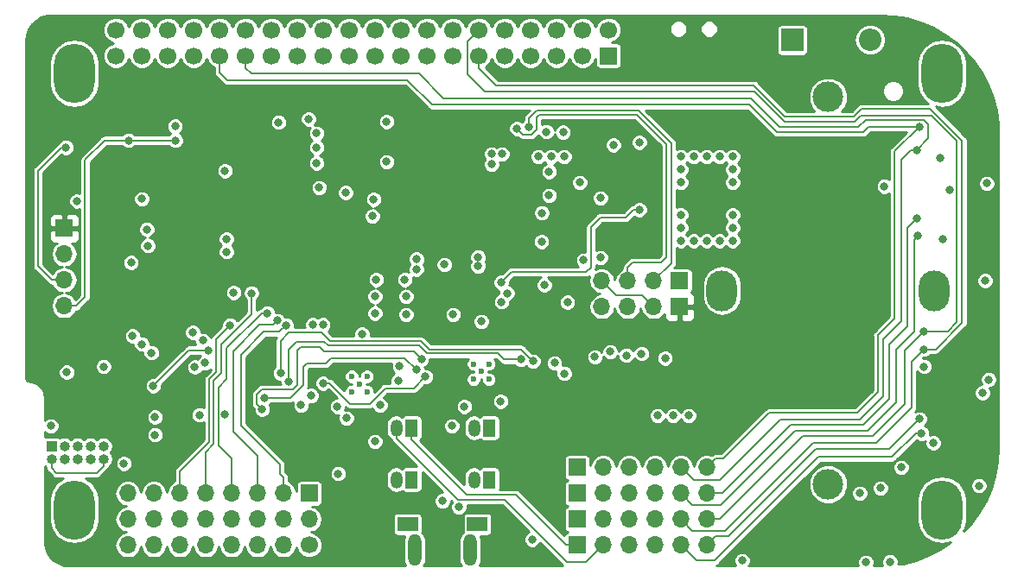
<source format=gbr>
G04 #@! TF.GenerationSoftware,KiCad,Pcbnew,(5.0.0)*
G04 #@! TF.CreationDate,2020-08-12T20:03:17-04:00*
G04 #@! TF.ProjectId,Temple_RPi_HAT,54656D706C655F5250695F4841542E6B,rev?*
G04 #@! TF.SameCoordinates,Original*
G04 #@! TF.FileFunction,Copper,L2,Inr,Signal*
G04 #@! TF.FilePolarity,Positive*
%FSLAX46Y46*%
G04 Gerber Fmt 4.6, Leading zero omitted, Abs format (unit mm)*
G04 Created by KiCad (PCBNEW (5.0.0)) date 08/12/20 20:03:17*
%MOMM*%
%LPD*%
G01*
G04 APERTURE LIST*
G04 #@! TA.AperFunction,ViaPad*
%ADD10O,1.700000X1.700000*%
G04 #@! TD*
G04 #@! TA.AperFunction,ViaPad*
%ADD11R,1.700000X1.700000*%
G04 #@! TD*
G04 #@! TA.AperFunction,ViaPad*
%ADD12C,1.700000*%
G04 #@! TD*
G04 #@! TA.AperFunction,ViaPad*
%ADD13C,0.600000*%
G04 #@! TD*
G04 #@! TA.AperFunction,ViaPad*
%ADD14R,1.200000X1.700000*%
G04 #@! TD*
G04 #@! TA.AperFunction,ViaPad*
%ADD15O,1.200000X1.700000*%
G04 #@! TD*
G04 #@! TA.AperFunction,WasherPad*
%ADD16O,4.000000X5.800000*%
G04 #@! TD*
G04 #@! TA.AperFunction,ViaPad*
%ADD17R,2.200000X2.200000*%
G04 #@! TD*
G04 #@! TA.AperFunction,ViaPad*
%ADD18O,2.200000X2.200000*%
G04 #@! TD*
G04 #@! TA.AperFunction,ViaPad*
%ADD19C,3.000000*%
G04 #@! TD*
G04 #@! TA.AperFunction,ViaPad*
%ADD20O,3.000000X4.000000*%
G04 #@! TD*
G04 #@! TA.AperFunction,ViaPad*
%ADD21O,1.300000X3.150000*%
G04 #@! TD*
G04 #@! TA.AperFunction,ViaPad*
%ADD22R,2.000000X1.400000*%
G04 #@! TD*
G04 #@! TA.AperFunction,ViaPad*
%ADD23R,1.000000X1.000000*%
G04 #@! TD*
G04 #@! TA.AperFunction,ViaPad*
%ADD24O,1.000000X1.000000*%
G04 #@! TD*
G04 #@! TA.AperFunction,ViaPad*
%ADD25C,0.800000*%
G04 #@! TD*
G04 #@! TA.AperFunction,Conductor*
%ADD26C,0.200000*%
G04 #@! TD*
G04 #@! TA.AperFunction,Conductor*
%ADD27C,0.254000*%
G04 #@! TD*
G04 APERTURE END LIST*
D10*
G04 #@! TO.N,MOTOR2_NEG*
G04 #@! TO.C,J3*
X80535000Y-172210000D03*
G04 #@! TO.N,SERVO_7*
X83075000Y-172210000D03*
G04 #@! TO.N,SERVO_6*
X85615000Y-172210000D03*
G04 #@! TO.N,SERVO_5*
X88155000Y-172210000D03*
G04 #@! TO.N,SERVO_4*
X90695000Y-172210000D03*
G04 #@! TO.N,SERVO_3*
X93235000Y-172210000D03*
G04 #@! TO.N,SERVO_2*
X95775000Y-172210000D03*
D11*
G04 #@! TO.N,SERVO_1*
X98315000Y-172210000D03*
D10*
G04 #@! TO.N,+5V*
X80535000Y-174750000D03*
X83075000Y-174750000D03*
X85615000Y-174750000D03*
X88155000Y-174750000D03*
X90695000Y-174750000D03*
X93235000Y-174750000D03*
X95775000Y-174750000D03*
X98315000Y-174750000D03*
D12*
G04 #@! TO.N,GND*
X98315000Y-177290000D03*
D10*
X95775000Y-177290000D03*
X93235000Y-177290000D03*
X90695000Y-177290000D03*
X88155000Y-177290000D03*
X85615000Y-177290000D03*
X83075000Y-177290000D03*
X80535000Y-177290000D03*
G04 #@! TD*
D13*
G04 #@! TO.N,GND*
G04 #@! TO.C,U10*
X103229000Y-161490500D03*
X102479000Y-162240500D03*
X102479000Y-160740500D03*
X103979000Y-162240500D03*
X103979000Y-160740500D03*
G04 #@! TD*
D14*
G04 #@! TO.N,MOTOR_OUT_POS1*
G04 #@! TO.C,M1*
X108361000Y-165797000D03*
D15*
G04 #@! TO.N,MOTOR_OUT_NEG1*
X106861000Y-165797000D03*
G04 #@! TD*
D14*
G04 #@! TO.N,MOTOR_OUT_POS2*
G04 #@! TO.C,M2*
X108361000Y-170877000D03*
D15*
G04 #@! TO.N,MOTOR_OUT_NEG2*
X106861000Y-170877000D03*
G04 #@! TD*
D11*
G04 #@! TO.N,+5V*
G04 #@! TO.C,J1*
X134606000Y-151382000D03*
D10*
G04 #@! TO.N,RX*
X132066000Y-151382000D03*
G04 #@! TO.N,TX*
X129526000Y-151382000D03*
G04 #@! TO.N,GND*
X126986000Y-151382000D03*
G04 #@! TD*
D16*
G04 #@! TO.N,*
G04 #@! TO.C,MK1*
X75320000Y-173830000D03*
X75320000Y-131030000D03*
X160320000Y-173830000D03*
X160320000Y-131030000D03*
G04 #@! TD*
D14*
G04 #@! TO.N,MOTOR_OUT_POS3*
G04 #@! TO.C,M3*
X115981000Y-165797000D03*
D15*
G04 #@! TO.N,MOTOR_OUT_NEG3*
X114481000Y-165797000D03*
G04 #@! TD*
D17*
G04 #@! TO.N,Net-(F1-Pad1)*
G04 #@! TO.C,SW1*
X145647000Y-127760000D03*
D18*
G04 #@! TO.N,GND*
X153267000Y-127760000D03*
G04 #@! TD*
D14*
G04 #@! TO.N,MOTOR_OUT_POS4*
G04 #@! TO.C,M4*
X115981000Y-170877000D03*
D15*
G04 #@! TO.N,MOTOR_OUT_NEG4*
X114481000Y-170877000D03*
G04 #@! TD*
D11*
G04 #@! TO.N,+3V3*
G04 #@! TO.C,J2*
X134606000Y-153922000D03*
D10*
G04 #@! TO.N,GND*
X132066000Y-153922000D03*
G04 #@! TO.N,SCL*
X129526000Y-153922000D03*
G04 #@! TO.N,SDA*
X126986000Y-153922000D03*
G04 #@! TD*
D11*
G04 #@! TO.N,MOTOR_OUT_POS1*
G04 #@! TO.C,J4*
X124565000Y-177290000D03*
D10*
G04 #@! TO.N,MOTOR_OUT_NEG1*
X127105000Y-177290000D03*
G04 #@! TO.N,GND*
X129645000Y-177290000D03*
G04 #@! TO.N,ENC_PWR*
X132185000Y-177290000D03*
G04 #@! TO.N,QEP_1A*
X134725000Y-177290000D03*
G04 #@! TO.N,QEP_1B*
X137265000Y-177290000D03*
G04 #@! TD*
D11*
G04 #@! TO.N,MOTOR_OUT_POS2*
G04 #@! TO.C,J5*
X124565000Y-174750000D03*
D10*
G04 #@! TO.N,MOTOR_OUT_NEG2*
X127105000Y-174750000D03*
G04 #@! TO.N,GND*
X129645000Y-174750000D03*
G04 #@! TO.N,ENC_PWR*
X132185000Y-174750000D03*
G04 #@! TO.N,QEP_2A*
X134725000Y-174750000D03*
G04 #@! TO.N,QEP_2B*
X137265000Y-174750000D03*
G04 #@! TD*
D11*
G04 #@! TO.N,MOTOR_OUT_POS3*
G04 #@! TO.C,J6*
X124565000Y-172210000D03*
D10*
G04 #@! TO.N,MOTOR_OUT_NEG3*
X127105000Y-172210000D03*
G04 #@! TO.N,GND*
X129645000Y-172210000D03*
G04 #@! TO.N,ENC_PWR*
X132185000Y-172210000D03*
G04 #@! TO.N,QEP_3A*
X134725000Y-172210000D03*
G04 #@! TO.N,QEP_3B*
X137265000Y-172210000D03*
G04 #@! TD*
D11*
G04 #@! TO.N,MOTOR_OUT_POS4*
G04 #@! TO.C,J7*
X124565000Y-169670000D03*
D10*
G04 #@! TO.N,MOTOR_OUT_NEG4*
X127105000Y-169670000D03*
G04 #@! TO.N,GND*
X129645000Y-169670000D03*
G04 #@! TO.N,ENC_PWR*
X132185000Y-169670000D03*
G04 #@! TO.N,QEP_4A*
X134725000Y-169670000D03*
G04 #@! TO.N,QEP_4B*
X137265000Y-169670000D03*
G04 #@! TD*
D11*
G04 #@! TO.N,+3V3*
G04 #@! TO.C,LCD1*
X74315000Y-146210000D03*
D10*
G04 #@! TO.N,GND*
X74315000Y-148750000D03*
G04 #@! TO.N,SCL*
X74315000Y-151290000D03*
G04 #@! TO.N,SDA*
X74315000Y-153830000D03*
G04 #@! TD*
D12*
G04 #@! TO.N,GND*
G04 #@! TO.C,rpi_Header1*
X104790000Y-126760000D03*
G04 #@! TO.N,N/C*
X107330000Y-126760000D03*
G04 #@! TO.N,QEP_1B*
X109870000Y-126760000D03*
G04 #@! TO.N,GND*
X112410000Y-126760000D03*
G04 #@! TO.N,QEP_2B*
X114950000Y-126760000D03*
G04 #@! TO.N,TX*
X117490000Y-126760000D03*
G04 #@! TO.N,RX*
X120030000Y-126760000D03*
G04 #@! TO.N,GND*
X122570000Y-126760000D03*
G04 #@! TO.N,+5V*
X125110000Y-126760000D03*
X127650000Y-126760000D03*
D11*
G04 #@! TO.N,PI_3.3V*
X127650000Y-129300000D03*
D12*
G04 #@! TO.N,SDA*
X125110000Y-129300000D03*
G04 #@! TO.N,SCL*
X122570000Y-129300000D03*
G04 #@! TO.N,N/C*
X120030000Y-129300000D03*
G04 #@! TO.N,GND*
X117490000Y-129300000D03*
G04 #@! TO.N,QEP_2A*
X114950000Y-129300000D03*
G04 #@! TO.N,QEP_3B*
X112410000Y-129300000D03*
G04 #@! TO.N,QEP_1A*
X109870000Y-129300000D03*
G04 #@! TO.N,PI_3.3V*
X107330000Y-129300000D03*
G04 #@! TO.N,N/C*
X104790000Y-129300000D03*
X102250000Y-129300000D03*
G04 #@! TO.N,Prog_LED0*
X102250000Y-126760000D03*
G04 #@! TO.N,N/C*
X99710000Y-129300000D03*
X99710000Y-126760000D03*
G04 #@! TO.N,GND*
X97170000Y-129300000D03*
G04 #@! TO.N,IR*
X97170000Y-126760000D03*
G04 #@! TO.N,N/C*
X94630000Y-129300000D03*
X94630000Y-126760000D03*
G04 #@! TO.N,QEP_4A*
X92090000Y-129300000D03*
G04 #@! TO.N,GND*
X92090000Y-126760000D03*
G04 #@! TO.N,QEP_4B*
X89550000Y-129300000D03*
G04 #@! TO.N,MOTOR_EN*
X89550000Y-126760000D03*
G04 #@! TO.N,N/C*
X87010000Y-129300000D03*
G04 #@! TO.N,GND*
X87010000Y-126760000D03*
G04 #@! TO.N,N/C*
X84470000Y-129300000D03*
X84470000Y-126760000D03*
G04 #@! TO.N,QEP_3A*
X81930000Y-129300000D03*
G04 #@! TO.N,N/C*
X81930000Y-126760000D03*
G04 #@! TO.N,GND*
X79390000Y-129300000D03*
G04 #@! TO.N,N/C*
X79390000Y-126760000D03*
G04 #@! TD*
D13*
G04 #@! TO.N,GND*
G04 #@! TO.C,U9*
X115167000Y-160272000D03*
X114417000Y-161022000D03*
X114417000Y-159522000D03*
X115917000Y-161022000D03*
X115917000Y-159522000D03*
G04 #@! TD*
D19*
G04 #@! TO.N,Net-(BH1-Pad2)*
G04 #@! TO.C,BH1*
X149165000Y-171315000D03*
G04 #@! TO.N,+BATT*
X149165000Y-133345000D03*
D20*
G04 #@! TO.N,*
X159565000Y-152330000D03*
X138765000Y-152330000D03*
G04 #@! TD*
D21*
G04 #@! TO.N,N/C*
G04 #@! TO.C,J8*
X114101000Y-177802000D03*
D22*
X114801000Y-175252000D03*
X107951000Y-175252000D03*
D21*
X108651000Y-177802000D03*
G04 #@! TD*
D23*
G04 #@! TO.N,SCK*
G04 #@! TO.C,J9*
X73065000Y-167580000D03*
D24*
G04 #@! TO.N,GND*
X73065000Y-168850000D03*
G04 #@! TO.N,MISO*
X74335000Y-167580000D03*
G04 #@! TO.N,+5V*
X74335000Y-168850000D03*
G04 #@! TO.N,N/C*
X75605000Y-167580000D03*
G04 #@! TO.N,AVR_RST*
X75605000Y-168850000D03*
G04 #@! TO.N,+5V*
X76875000Y-167580000D03*
G04 #@! TO.N,N/C*
X76875000Y-168850000D03*
G04 #@! TO.N,MOSI*
X78145000Y-167580000D03*
G04 #@! TO.N,GND*
X78145000Y-168850000D03*
G04 #@! TD*
D25*
G04 #@! TO.N,GND*
X101890000Y-142730000D03*
X111565000Y-149780000D03*
X126851000Y-149096000D03*
X121085200Y-147521200D03*
X121110600Y-144701800D03*
X123617580Y-153474960D03*
X134725000Y-141730000D03*
X134725000Y-140460000D03*
X134725000Y-139190000D03*
X135995000Y-139190000D03*
X137265000Y-139190000D03*
X138535000Y-139190000D03*
X139805000Y-139190000D03*
X139805000Y-140460000D03*
X139805000Y-141730000D03*
X114865000Y-149930000D03*
X114865000Y-149030000D03*
X130661000Y-137793000D03*
X112976000Y-173557000D03*
X101959000Y-164844000D03*
X105261000Y-163574000D03*
X113516000Y-163701000D03*
X117072000Y-163193000D03*
X154676700Y-142098300D03*
X164290600Y-162354800D03*
X163935000Y-171460700D03*
X164900200Y-161046700D03*
X164544600Y-151356600D03*
X164709700Y-141818900D03*
X78171900Y-159773100D03*
X75565000Y-143555000D03*
X120165000Y-176730000D03*
X140740000Y-178805000D03*
X73003000Y-165606000D03*
X82415000Y-146330000D03*
X83215000Y-166480000D03*
X90015000Y-164430000D03*
X90915000Y-152530000D03*
X81915000Y-143330000D03*
X101165000Y-170280000D03*
G04 #@! TO.N,+5V*
X117165000Y-153430000D03*
X117715000Y-152580000D03*
X117115000Y-151530000D03*
X112415000Y-154680000D03*
X104880000Y-151255000D03*
X107674000Y-151255000D03*
X107801000Y-154684000D03*
X104753000Y-154557000D03*
X104753000Y-152906000D03*
X107801000Y-152906000D03*
X104499000Y-145032000D03*
X105896000Y-135761000D03*
X130661000Y-144397000D03*
X126315000Y-158830000D03*
X74565000Y-160330000D03*
X87565000Y-164530000D03*
X83215000Y-164730000D03*
G04 #@! TO.N,+3V3*
X111230000Y-163828000D03*
X156315000Y-171702000D03*
X138938400Y-130071400D03*
X76774900Y-155077700D03*
X124815000Y-158830000D03*
X112565000Y-136830000D03*
G04 #@! TO.N,QEP_1A*
X158315000Y-166316810D03*
G04 #@! TO.N,QEP_1B*
X158115000Y-164930000D03*
G04 #@! TO.N,SCL*
X74488900Y-138288300D03*
X85190000Y-136205000D03*
X121565000Y-136755000D03*
X82515000Y-147930000D03*
G04 #@! TO.N,SDA*
X85215000Y-137605000D03*
X123190000Y-136805000D03*
X80865000Y-149580000D03*
X80615000Y-137605000D03*
G04 #@! TO.N,Prog_LED0*
X130890000Y-158505000D03*
X98265000Y-135510001D03*
G04 #@! TO.N,QEP_3A*
X157966000Y-146937000D03*
G04 #@! TO.N,QEP_3B*
X157839000Y-145286000D03*
G04 #@! TO.N,SERVO_1*
X82865000Y-158430000D03*
G04 #@! TO.N,QEP_2A*
X158565000Y-158080000D03*
G04 #@! TO.N,QEP_2B*
X158565000Y-156330000D03*
G04 #@! TO.N,SERVO_6*
X90565000Y-155730000D03*
G04 #@! TO.N,SERVO_5*
X92665000Y-152580000D03*
G04 #@! TO.N,SERVO_4*
X94215000Y-154530000D03*
G04 #@! TO.N,SERVO_3*
X95215000Y-155280000D03*
G04 #@! TO.N,SERVO_2*
X96065000Y-155730000D03*
G04 #@! TO.N,TX*
X118665000Y-136430000D03*
G04 #@! TO.N,RX*
X119865000Y-136245011D03*
G04 #@! TO.N,SERVO_7*
X81915000Y-157580000D03*
G04 #@! TO.N,+BATT*
X126851000Y-143254000D03*
X121821800Y-143000000D03*
X121821800Y-140663200D03*
X135995000Y-147445000D03*
X137265000Y-147445000D03*
X138535000Y-147445000D03*
X139805000Y-147445000D03*
X139805000Y-146175000D03*
X139805000Y-144905000D03*
X134725000Y-147445000D03*
X134725000Y-146175000D03*
X134725000Y-144905000D03*
X120755000Y-139190000D03*
X122025000Y-139190000D03*
X123295000Y-139190000D03*
X116183000Y-138936000D03*
X116183000Y-139952000D03*
X117199000Y-138936000D03*
X108825000Y-149231000D03*
X133190000Y-158955000D03*
G04 #@! TO.N,CHG*
X124819000Y-141730000D03*
X152860600Y-178979100D03*
X122340000Y-159430000D03*
G04 #@! TO.N,PG*
X125200000Y-149350000D03*
X155222800Y-178928300D03*
X123315000Y-160455000D03*
G04 #@! TO.N,+10V*
X105896000Y-139698000D03*
X99038000Y-139825000D03*
X99038000Y-138301000D03*
X99038000Y-136904000D03*
X103483000Y-156589000D03*
X115183000Y-155361049D03*
X127815000Y-158330000D03*
G04 #@! TO.N,Net-(D2-Pad2)*
X152251000Y-172210000D03*
X132439000Y-164590000D03*
G04 #@! TO.N,Net-(D3-Pad2)*
X154283000Y-171702000D03*
X133963000Y-164590000D03*
G04 #@! TO.N,BATTERY_ENABLE*
X108817000Y-150239000D03*
X128121000Y-138047000D03*
X129390000Y-158680000D03*
G04 #@! TO.N,MOTOR1_POS*
X98515000Y-162630000D03*
X88115000Y-159430000D03*
G04 #@! TO.N,MOTOR1_NEG*
X87115000Y-159830000D03*
X97515000Y-163580000D03*
G04 #@! TO.N,MOTOR2_POS*
X107039000Y-161161000D03*
X87915000Y-157230000D03*
G04 #@! TO.N,MOTOR2_NEG*
X107166000Y-159764000D03*
X86915000Y-156430000D03*
X81015000Y-156780000D03*
G04 #@! TO.N,MOTOR3_POS*
X108815000Y-160080000D03*
X93915000Y-162830000D03*
G04 #@! TO.N,MOTOR3_NEG*
X109315000Y-159080000D03*
X93715000Y-163980000D03*
G04 #@! TO.N,MOTOR_OUT_POS1*
X101070000Y-163701000D03*
G04 #@! TO.N,MOTOR_OUT_NEG1*
X104753000Y-167130000D03*
G04 #@! TO.N,MOTOR4_POS*
X120247000Y-159256000D03*
X95515000Y-160430000D03*
G04 #@! TO.N,MOTOR4_NEG*
X119065000Y-159080000D03*
X96315000Y-161230000D03*
G04 #@! TO.N,MOTOR_OUT_POS3*
X112290000Y-165605000D03*
G04 #@! TO.N,ENC_PWR*
X160391700Y-147318000D03*
X161076000Y-142415800D03*
X160137700Y-139291600D03*
X159477300Y-167282400D03*
X158575600Y-159776700D03*
G04 #@! TO.N,Net-(D1-Pad1)*
X156315000Y-169670000D03*
X135487000Y-164590000D03*
G04 #@! TO.N,QEP_4B*
X158093000Y-136269000D03*
G04 #@! TO.N,QEP_4A*
X157839000Y-138555000D03*
G04 #@! TO.N,Net-(R30-Pad1)*
X99292000Y-142238000D03*
X104626000Y-143381000D03*
G04 #@! TO.N,MOTOR_EN*
X99673000Y-161415000D03*
X109706000Y-160780000D03*
X90065000Y-140580000D03*
G04 #@! TO.N,V_CHARGE*
X121356980Y-151785860D03*
X111376000Y-172957000D03*
G04 #@! TO.N,IR*
X95315000Y-135830000D03*
G04 #@! TO.N,AVR_RST*
X83036000Y-161669000D03*
G04 #@! TO.N,MISO*
X80165000Y-169280000D03*
G04 #@! TO.N,AVR_RST*
X88415000Y-158180000D03*
G04 #@! TO.N,SDA_2*
X99665000Y-155680000D03*
X90215000Y-148530000D03*
G04 #@! TO.N,SCL_2*
X98665000Y-155680000D03*
X90215000Y-147280000D03*
G04 #@! TD*
D26*
G04 #@! TO.N,GND*
X131216001Y-153072001D02*
X132066000Y-153922000D01*
X130915999Y-152771999D02*
X131216001Y-153072001D01*
X128375999Y-152771999D02*
X130915999Y-152771999D01*
X126986000Y-151382000D02*
X128375999Y-152771999D01*
X78145000Y-169557106D02*
X77472106Y-170230000D01*
X78145000Y-168850000D02*
X78145000Y-169557106D01*
X77472106Y-170230000D02*
X73565000Y-170230000D01*
X73065000Y-169730000D02*
X73065000Y-168850000D01*
X73565000Y-170230000D02*
X73065000Y-169730000D01*
G04 #@! TO.N,+5V*
X125454000Y-150493000D02*
X118152000Y-150493000D01*
X130095315Y-144397000D02*
X129333315Y-145159000D01*
X130661000Y-144397000D02*
X130095315Y-144397000D01*
X129333315Y-145159000D02*
X126851000Y-145159000D01*
X126851000Y-145159000D02*
X125900001Y-146109999D01*
X125900001Y-146109999D02*
X125900001Y-150046999D01*
X118152000Y-150493000D02*
X117115000Y-151530000D01*
X125900001Y-150046999D02*
X125454000Y-150493000D01*
G04 #@! TO.N,QEP_1A*
X135574999Y-178139999D02*
X134725000Y-177290000D01*
X158315000Y-166316810D02*
X157749315Y-166316810D01*
X157749315Y-166316810D02*
X155412125Y-168654000D01*
X155412125Y-168654000D02*
X148232998Y-168654000D01*
X148232998Y-168654000D02*
X138072998Y-178814000D01*
X138072998Y-178814000D02*
X136249000Y-178814000D01*
X136249000Y-178814000D02*
X135574999Y-178139999D01*
G04 #@! TO.N,QEP_1B*
X138114999Y-176440001D02*
X139384999Y-176440001D01*
X137265000Y-177290000D02*
X138114999Y-176440001D01*
X139384999Y-176440001D02*
X147933000Y-167892000D01*
X157715001Y-165329999D02*
X158115000Y-164930000D01*
X155153000Y-167892000D02*
X157715001Y-165329999D01*
X147933000Y-167892000D02*
X155153000Y-167892000D01*
G04 #@! TO.N,SCL*
X73112919Y-151290000D02*
X71745700Y-149922781D01*
X74315000Y-151290000D02*
X73112919Y-151290000D01*
X71745700Y-149922781D02*
X71745700Y-140587000D01*
X71745700Y-140587000D02*
X74044400Y-138288300D01*
X74044400Y-138288300D02*
X74488900Y-138288300D01*
G04 #@! TO.N,SDA*
X75517081Y-153830000D02*
X76365000Y-152982081D01*
X74315000Y-153830000D02*
X75517081Y-153830000D01*
X76365000Y-152982081D02*
X76365000Y-139505000D01*
X76365000Y-139505000D02*
X78265000Y-137605000D01*
X78265000Y-137605000D02*
X80615000Y-137605000D01*
X80615000Y-137605000D02*
X85215000Y-137605000D01*
G04 #@! TO.N,QEP_3A*
X138654999Y-173360001D02*
X135875001Y-173360001D01*
X145901000Y-166114000D02*
X138654999Y-173360001D01*
X157566001Y-147336999D02*
X157566001Y-156353999D01*
X157966000Y-146937000D02*
X157566001Y-147336999D01*
X157566001Y-156353999D02*
X155807000Y-158113000D01*
X135875001Y-173360001D02*
X134725000Y-172210000D01*
X155807000Y-158113000D02*
X155807000Y-163320000D01*
X155807000Y-163320000D02*
X153013000Y-166114000D01*
X153013000Y-166114000D02*
X145901000Y-166114000D01*
G04 #@! TO.N,QEP_3B*
X156950000Y-146175000D02*
X157839000Y-145286000D01*
X156950000Y-155827000D02*
X156950000Y-146175000D01*
X137265000Y-172210000D02*
X138789000Y-172210000D01*
X152632000Y-165479000D02*
X155172000Y-162939000D01*
X138789000Y-172210000D02*
X145520000Y-165479000D01*
X155172000Y-162939000D02*
X155172000Y-157605000D01*
X145520000Y-165479000D02*
X152632000Y-165479000D01*
X155172000Y-157605000D02*
X156950000Y-155827000D01*
G04 #@! TO.N,QEP_2A*
X135875001Y-175900001D02*
X139035999Y-175900001D01*
X134725000Y-174750000D02*
X135875001Y-175900001D01*
X139035999Y-175900001D02*
X147679000Y-167257000D01*
X147679000Y-167257000D02*
X153902000Y-167257000D01*
X153902000Y-167257000D02*
X157331000Y-163828000D01*
X157331000Y-159314000D02*
X158565000Y-158080000D01*
X157331000Y-163828000D02*
X157331000Y-159314000D01*
X114950000Y-130502081D02*
X116652919Y-132205000D01*
X114950000Y-129300000D02*
X114950000Y-130502081D01*
X141894699Y-132205000D02*
X144942699Y-135253000D01*
X116652919Y-132205000D02*
X141894699Y-132205000D01*
X151685302Y-135253000D02*
X152447302Y-134491000D01*
X144942699Y-135253000D02*
X151685302Y-135253000D01*
X159166698Y-134491000D02*
X162284000Y-137608302D01*
X152447302Y-134491000D02*
X159166698Y-134491000D01*
X159130685Y-158080000D02*
X158565000Y-158080000D01*
X159707698Y-158080000D02*
X159130685Y-158080000D01*
X162284000Y-155503698D02*
X159707698Y-158080000D01*
X162284000Y-137608302D02*
X162284000Y-155503698D01*
G04 #@! TO.N,QEP_2B*
X158565000Y-156330000D02*
X156696000Y-158199000D01*
X156696000Y-158199000D02*
X156696000Y-163447000D01*
X156696000Y-163447000D02*
X153521000Y-166622000D01*
X153521000Y-166622000D02*
X146663000Y-166622000D01*
X138535000Y-174750000D02*
X137265000Y-174750000D01*
X146663000Y-166622000D02*
X138535000Y-174750000D01*
X113799999Y-127910001D02*
X114950000Y-126760000D01*
X144885000Y-135761000D02*
X141964000Y-132840000D01*
X115548000Y-132840000D02*
X113799999Y-131091999D01*
X151743000Y-135761000D02*
X144885000Y-135761000D01*
X113799999Y-131091999D02*
X113799999Y-127910001D01*
X141964000Y-132840000D02*
X115548000Y-132840000D01*
X158565000Y-156330000D02*
X160892000Y-156330000D01*
X161776000Y-155446000D02*
X161776000Y-137666000D01*
X161776000Y-137666000D02*
X159278989Y-135168989D01*
X159278989Y-135168989D02*
X152335011Y-135168989D01*
X160892000Y-156330000D02*
X161776000Y-155446000D01*
X152335011Y-135168989D02*
X151743000Y-135761000D01*
G04 #@! TO.N,SERVO_6*
X90565000Y-155730000D02*
X89215000Y-157080000D01*
X89215000Y-157080000D02*
X89215000Y-160330000D01*
X89215000Y-160330000D02*
X88515000Y-161030000D01*
X88515000Y-161030000D02*
X88515000Y-167180000D01*
X85615000Y-170080000D02*
X85615000Y-172210000D01*
X88515000Y-167180000D02*
X85615000Y-170080000D01*
G04 #@! TO.N,SERVO_5*
X88155000Y-168190000D02*
X88155000Y-172210000D01*
X92665000Y-154630000D02*
X89715000Y-157580000D01*
X92665000Y-152580000D02*
X92665000Y-154630000D01*
X89715000Y-157580000D02*
X89715000Y-160430000D01*
X89715000Y-160430000D02*
X88965000Y-161180000D01*
X88965000Y-161180000D02*
X88965000Y-167380000D01*
X88965000Y-167380000D02*
X88155000Y-168190000D01*
G04 #@! TO.N,SERVO_4*
X93649315Y-154530000D02*
X90215000Y-157964315D01*
X90695000Y-168810000D02*
X90695000Y-172210000D01*
X90215000Y-157964315D02*
X90215000Y-161030000D01*
X90215000Y-161030000D02*
X89415000Y-161830000D01*
X89415000Y-161830000D02*
X89415000Y-167530000D01*
X94215000Y-154530000D02*
X93649315Y-154530000D01*
X89415000Y-167530000D02*
X90695000Y-168810000D01*
G04 #@! TO.N,SERVO_3*
X94815001Y-155679999D02*
X93465001Y-155679999D01*
X95215000Y-155280000D02*
X94815001Y-155679999D01*
X93465001Y-155679999D02*
X90865000Y-158280000D01*
X90865000Y-158280000D02*
X90865000Y-166180000D01*
X93235000Y-168550000D02*
X93235000Y-172210000D01*
X90865000Y-166180000D02*
X93235000Y-168550000D01*
G04 #@! TO.N,SERVO_2*
X95415000Y-156380000D02*
X96065000Y-155730000D01*
X93865000Y-156380000D02*
X95415000Y-156380000D01*
X91615000Y-165530000D02*
X91615000Y-158630000D01*
X91615000Y-158630000D02*
X93865000Y-156380000D01*
X95465000Y-170320000D02*
X95775000Y-170630000D01*
X95465000Y-169380000D02*
X95465000Y-170320000D01*
X95775000Y-172210000D02*
X95775000Y-170630000D01*
X95465000Y-169380000D02*
X91615000Y-165530000D01*
G04 #@! TO.N,TX*
X118665000Y-136430000D02*
X119265000Y-137030000D01*
X120116013Y-137030000D02*
X120615000Y-136531013D01*
X119265000Y-137030000D02*
X120116013Y-137030000D01*
X120615000Y-136531013D02*
X120615000Y-135305000D01*
X120615000Y-135305000D02*
X120840000Y-135080000D01*
X130424302Y-135080000D02*
X133290000Y-137945698D01*
X120840000Y-135080000D02*
X130424302Y-135080000D01*
X133290000Y-137945698D02*
X133290000Y-149030000D01*
X133290000Y-149030000D02*
X132765000Y-149555000D01*
X132765000Y-149555000D02*
X130040000Y-149555000D01*
X129526000Y-150069000D02*
X129526000Y-151382000D01*
X130040000Y-149555000D02*
X129526000Y-150069000D01*
G04 #@! TO.N,RX*
X132066000Y-151382000D02*
X133790000Y-149658000D01*
X133790000Y-149658000D02*
X133790000Y-137880000D01*
X133790000Y-137880000D02*
X130565000Y-134655000D01*
X130565000Y-134655000D02*
X120615000Y-134655000D01*
X120615000Y-134655000D02*
X119865000Y-135405000D01*
X119865000Y-135405000D02*
X119865000Y-136245011D01*
G04 #@! TO.N,MOTOR3_POS*
X98701999Y-159448001D02*
X99946999Y-159448001D01*
X100458001Y-158936999D02*
X107671999Y-158936999D01*
X99946999Y-159448001D02*
X100458001Y-158936999D01*
X107671999Y-158936999D02*
X108815000Y-160080000D01*
X98701999Y-159448001D02*
X98096999Y-159448001D01*
X98096999Y-159448001D02*
X97715000Y-159830000D01*
X97715000Y-159830000D02*
X97715000Y-161630000D01*
X97715000Y-161630000D02*
X96515000Y-162830000D01*
X96515000Y-162830000D02*
X93915000Y-162830000D01*
G04 #@! TO.N,MOTOR3_NEG*
X108565000Y-158330000D02*
X99815000Y-158330000D01*
X109315000Y-159080000D02*
X108565000Y-158330000D01*
X99815000Y-158330000D02*
X99315000Y-157830000D01*
X99315000Y-157830000D02*
X97515000Y-157830000D01*
X97115000Y-161630000D02*
X96715000Y-162030000D01*
X97515000Y-157830000D02*
X97115000Y-158230000D01*
X97115000Y-158230000D02*
X97115000Y-161630000D01*
X93165000Y-162530000D02*
X93665000Y-162030000D01*
X93165000Y-163430000D02*
X93165000Y-162530000D01*
X96715000Y-162030000D02*
X93665000Y-162030000D01*
X93165000Y-163430000D02*
X93715000Y-163980000D01*
G04 #@! TO.N,MOTOR_OUT_POS1*
X108361000Y-166847000D02*
X108361000Y-165797000D01*
X108361000Y-166928000D02*
X108361000Y-166847000D01*
X113770000Y-172337000D02*
X108361000Y-166928000D01*
X118562000Y-172337000D02*
X113770000Y-172337000D01*
X123515000Y-177290000D02*
X118562000Y-172337000D01*
X124565000Y-177290000D02*
X123515000Y-177290000D01*
G04 #@! TO.N,MOTOR_OUT_NEG1*
X126255001Y-178139999D02*
X127105000Y-177290000D01*
X106861000Y-165797000D02*
X106861000Y-166847000D01*
X106861000Y-166847000D02*
X112870999Y-172856999D01*
X112870999Y-172856999D02*
X117464999Y-172856999D01*
X117464999Y-172856999D02*
X123549000Y-178941000D01*
X123549000Y-178941000D02*
X125454000Y-178941000D01*
X125454000Y-178941000D02*
X126255001Y-178139999D01*
G04 #@! TO.N,MOTOR4_POS*
X119847001Y-158856001D02*
X120247000Y-159256000D01*
X110067990Y-158093990D02*
X119084990Y-158093990D01*
X95515000Y-160430000D02*
X95515000Y-157262000D01*
X95515000Y-157262000D02*
X96315000Y-156462000D01*
X96315000Y-156462000D02*
X99546000Y-156462000D01*
X119084990Y-158093990D02*
X119847001Y-158856001D01*
X99546000Y-156462000D02*
X100373001Y-157289001D01*
X100373001Y-157289001D02*
X109263001Y-157289001D01*
X109263001Y-157289001D02*
X110067990Y-158093990D01*
G04 #@! TO.N,MOTOR4_NEG*
X119065000Y-159080000D02*
X117404000Y-159080000D01*
X117404000Y-159080000D02*
X116818000Y-158494000D01*
X116818000Y-158494000D02*
X109833000Y-158494000D01*
X109833000Y-158494000D02*
X109071000Y-157732000D01*
X109071000Y-157732000D02*
X100181000Y-157732000D01*
X99779000Y-157330000D02*
X97065000Y-157330000D01*
X100181000Y-157732000D02*
X99779000Y-157330000D01*
X96315000Y-158080000D02*
X97065000Y-157330000D01*
X96315000Y-161230000D02*
X96315000Y-158080000D01*
G04 #@! TO.N,QEP_4B*
X155680000Y-138682000D02*
X158093000Y-136269000D01*
X155680000Y-155065000D02*
X155680000Y-138682000D01*
X137265000Y-169670000D02*
X138114999Y-168820001D01*
X138876999Y-168820001D02*
X143361000Y-164336000D01*
X138114999Y-168820001D02*
X138876999Y-168820001D01*
X143361000Y-164336000D02*
X151997000Y-164336000D01*
X151997000Y-164336000D02*
X154029000Y-162304000D01*
X154029000Y-156716000D02*
X155680000Y-155065000D01*
X154029000Y-162304000D02*
X154029000Y-156716000D01*
X89550000Y-130972000D02*
X89550000Y-129300000D01*
X90275000Y-131697000D02*
X89550000Y-130972000D01*
X107928000Y-131697000D02*
X90275000Y-131697000D01*
X158093000Y-136269000D02*
X153140000Y-136269000D01*
X153140000Y-136269000D02*
X152632000Y-136777000D01*
X152632000Y-136777000D02*
X144123000Y-136777000D01*
X144123000Y-136777000D02*
X141456000Y-134110000D01*
X141456000Y-134110000D02*
X110341000Y-134110000D01*
X110341000Y-134110000D02*
X107928000Y-131697000D01*
G04 #@! TO.N,QEP_4A*
X157273315Y-138555000D02*
X156315000Y-139513315D01*
X157839000Y-138555000D02*
X157273315Y-138555000D01*
X156315000Y-139513315D02*
X156315000Y-155319000D01*
X156315000Y-155319000D02*
X154537000Y-157097000D01*
X154537000Y-157097000D02*
X154537000Y-162685000D01*
X154537000Y-162685000D02*
X152251000Y-164971000D01*
X152251000Y-164971000D02*
X144504000Y-164971000D01*
X144504000Y-164971000D02*
X138535000Y-170940000D01*
X135995000Y-170940000D02*
X134725000Y-169670000D01*
X138535000Y-170940000D02*
X135995000Y-170940000D01*
X158982000Y-137412000D02*
X157839000Y-138555000D01*
X152824001Y-135568999D02*
X158535999Y-135568999D01*
X92090000Y-129300000D02*
X92090000Y-130502081D01*
X144377000Y-136269000D02*
X152124000Y-136269000D01*
X92090000Y-130502081D02*
X92649919Y-131062000D01*
X92649919Y-131062000D02*
X109071000Y-131062000D01*
X158982000Y-136015000D02*
X158982000Y-137412000D01*
X109071000Y-131062000D02*
X111484000Y-133475000D01*
X158535999Y-135568999D02*
X158982000Y-136015000D01*
X111484000Y-133475000D02*
X141583000Y-133475000D01*
X152124000Y-136269000D02*
X152824001Y-135568999D01*
X141583000Y-133475000D02*
X144377000Y-136269000D01*
G04 #@! TO.N,MOTOR_EN*
X99673000Y-161415000D02*
X100308000Y-161415000D01*
X100308000Y-161415000D02*
X102340000Y-163447000D01*
X102340000Y-163447000D02*
X104245000Y-163447000D01*
X104245000Y-163447000D02*
X105769000Y-161923000D01*
X105769000Y-161923000D02*
X108563000Y-161923000D01*
X108563000Y-161923000D02*
X109706000Y-160780000D01*
G04 #@! TO.N,AVR_RST*
X86525000Y-158180000D02*
X83036000Y-161669000D01*
X88415000Y-158180000D02*
X86525000Y-158180000D01*
G04 #@! TD*
D27*
G04 #@! TO.N,+3V3*
G36*
X155641455Y-125409029D02*
X156945391Y-125636602D01*
X158214526Y-126012537D01*
X159432049Y-126531856D01*
X160581802Y-127187663D01*
X161648568Y-127971280D01*
X162618199Y-128872317D01*
X163477839Y-129878826D01*
X164216093Y-130977464D01*
X164823183Y-132153679D01*
X165291059Y-133391878D01*
X165613521Y-134675651D01*
X165786978Y-135993190D01*
X165818000Y-136839204D01*
X165818001Y-167670690D01*
X165803949Y-167723131D01*
X165795086Y-167783153D01*
X165793874Y-167799664D01*
X165716096Y-169148568D01*
X165489018Y-170449673D01*
X165113902Y-171716042D01*
X164595715Y-172930913D01*
X163941331Y-174078170D01*
X163159425Y-175142607D01*
X162461115Y-175894077D01*
X162606183Y-175676968D01*
X162747000Y-174969033D01*
X162747000Y-172690966D01*
X162606183Y-171983032D01*
X162147257Y-171296199D01*
X163108000Y-171296199D01*
X163108000Y-171625201D01*
X163233903Y-171929158D01*
X163466542Y-172161797D01*
X163770499Y-172287700D01*
X164099501Y-172287700D01*
X164403458Y-172161797D01*
X164636097Y-171929158D01*
X164762000Y-171625201D01*
X164762000Y-171296199D01*
X164636097Y-170992242D01*
X164403458Y-170759603D01*
X164099501Y-170633700D01*
X163770499Y-170633700D01*
X163466542Y-170759603D01*
X163233903Y-170992242D01*
X163108000Y-171296199D01*
X162147257Y-171296199D01*
X162069769Y-171180231D01*
X161266967Y-170643817D01*
X160320000Y-170455453D01*
X159373032Y-170643817D01*
X158570231Y-171180231D01*
X158033817Y-171983033D01*
X157893000Y-172690967D01*
X157893000Y-174969034D01*
X158033817Y-175676968D01*
X158570232Y-176479769D01*
X159373033Y-177016183D01*
X160320000Y-177204547D01*
X161149354Y-177039578D01*
X160159789Y-177704538D01*
X158986136Y-178310306D01*
X157750638Y-178777163D01*
X156469656Y-179098923D01*
X156022902Y-179157739D01*
X156049800Y-179092801D01*
X156049800Y-178763799D01*
X155923897Y-178459842D01*
X155691258Y-178227203D01*
X155387301Y-178101300D01*
X155058299Y-178101300D01*
X154754342Y-178227203D01*
X154521703Y-178459842D01*
X154395800Y-178763799D01*
X154395800Y-179092801D01*
X154480286Y-179296769D01*
X154300689Y-179303354D01*
X154240286Y-179309064D01*
X154180939Y-179321678D01*
X154162153Y-179328000D01*
X153611220Y-179328000D01*
X153687600Y-179143601D01*
X153687600Y-178814599D01*
X153561697Y-178510642D01*
X153329058Y-178278003D01*
X153025101Y-178152100D01*
X152696099Y-178152100D01*
X152392142Y-178278003D01*
X152159503Y-178510642D01*
X152033600Y-178814599D01*
X152033600Y-179143601D01*
X152109980Y-179328000D01*
X141386555Y-179328000D01*
X141441097Y-179273458D01*
X141567000Y-178969501D01*
X141567000Y-178640499D01*
X141441097Y-178336542D01*
X141208458Y-178103903D01*
X140904501Y-177978000D01*
X140575499Y-177978000D01*
X140271542Y-178103903D01*
X140038903Y-178336542D01*
X139913000Y-178640499D01*
X139913000Y-178969501D01*
X140038903Y-179273458D01*
X140093445Y-179328000D01*
X138190257Y-179328000D01*
X138278623Y-179310423D01*
X138452943Y-179193945D01*
X138482343Y-179149945D01*
X146700592Y-170931696D01*
X147238000Y-170931696D01*
X147238000Y-171698304D01*
X147531368Y-172406558D01*
X148073442Y-172948632D01*
X148781696Y-173242000D01*
X149548304Y-173242000D01*
X150256558Y-172948632D01*
X150798632Y-172406558D01*
X150948187Y-172045499D01*
X151424000Y-172045499D01*
X151424000Y-172374501D01*
X151549903Y-172678458D01*
X151782542Y-172911097D01*
X152086499Y-173037000D01*
X152415501Y-173037000D01*
X152719458Y-172911097D01*
X152952097Y-172678458D01*
X153078000Y-172374501D01*
X153078000Y-172045499D01*
X152952097Y-171741542D01*
X152748054Y-171537499D01*
X153456000Y-171537499D01*
X153456000Y-171866501D01*
X153581903Y-172170458D01*
X153814542Y-172403097D01*
X154118499Y-172529000D01*
X154447501Y-172529000D01*
X154751458Y-172403097D01*
X154984097Y-172170458D01*
X155110000Y-171866501D01*
X155110000Y-171537499D01*
X154984097Y-171233542D01*
X154751458Y-171000903D01*
X154447501Y-170875000D01*
X154118499Y-170875000D01*
X153814542Y-171000903D01*
X153581903Y-171233542D01*
X153456000Y-171537499D01*
X152748054Y-171537499D01*
X152719458Y-171508903D01*
X152415501Y-171383000D01*
X152086499Y-171383000D01*
X151782542Y-171508903D01*
X151549903Y-171741542D01*
X151424000Y-172045499D01*
X150948187Y-172045499D01*
X151092000Y-171698304D01*
X151092000Y-170931696D01*
X150798632Y-170223442D01*
X150256558Y-169681368D01*
X149548304Y-169388000D01*
X148781696Y-169388000D01*
X148073442Y-169681368D01*
X147531368Y-170223442D01*
X147238000Y-170931696D01*
X146700592Y-170931696D01*
X148451289Y-169181000D01*
X155360227Y-169181000D01*
X155412125Y-169191323D01*
X155464023Y-169181000D01*
X155464028Y-169181000D01*
X155617750Y-169150423D01*
X155760215Y-169055230D01*
X155613903Y-169201542D01*
X155488000Y-169505499D01*
X155488000Y-169834501D01*
X155613903Y-170138458D01*
X155846542Y-170371097D01*
X156150499Y-170497000D01*
X156479501Y-170497000D01*
X156783458Y-170371097D01*
X157016097Y-170138458D01*
X157142000Y-169834501D01*
X157142000Y-169505499D01*
X157016097Y-169201542D01*
X156783458Y-168968903D01*
X156479501Y-168843000D01*
X156150499Y-168843000D01*
X155846542Y-168968903D01*
X155813355Y-169002090D01*
X155821470Y-168989945D01*
X157820025Y-166991390D01*
X157846542Y-167017907D01*
X158150499Y-167143810D01*
X158479501Y-167143810D01*
X158672718Y-167063777D01*
X158650300Y-167117899D01*
X158650300Y-167446901D01*
X158776203Y-167750858D01*
X159008842Y-167983497D01*
X159312799Y-168109400D01*
X159641801Y-168109400D01*
X159945758Y-167983497D01*
X160178397Y-167750858D01*
X160304300Y-167446901D01*
X160304300Y-167117899D01*
X160178397Y-166813942D01*
X159945758Y-166581303D01*
X159641801Y-166455400D01*
X159312799Y-166455400D01*
X159119582Y-166535433D01*
X159142000Y-166481311D01*
X159142000Y-166152309D01*
X159016097Y-165848352D01*
X158783458Y-165615713D01*
X158652915Y-165561640D01*
X158816097Y-165398458D01*
X158942000Y-165094501D01*
X158942000Y-164765499D01*
X158816097Y-164461542D01*
X158583458Y-164228903D01*
X158279501Y-164103000D01*
X157950499Y-164103000D01*
X157716228Y-164200038D01*
X157740343Y-164163948D01*
X157740346Y-164163945D01*
X157827422Y-164033626D01*
X157827423Y-164033625D01*
X157858000Y-163879903D01*
X157858000Y-163879899D01*
X157868323Y-163828001D01*
X157858000Y-163776103D01*
X157858000Y-162190299D01*
X163463600Y-162190299D01*
X163463600Y-162519301D01*
X163589503Y-162823258D01*
X163822142Y-163055897D01*
X164126099Y-163181800D01*
X164455101Y-163181800D01*
X164759058Y-163055897D01*
X164991697Y-162823258D01*
X165117600Y-162519301D01*
X165117600Y-162190299D01*
X164991697Y-161886342D01*
X164979055Y-161873700D01*
X165064701Y-161873700D01*
X165368658Y-161747797D01*
X165601297Y-161515158D01*
X165727200Y-161211201D01*
X165727200Y-160882199D01*
X165601297Y-160578242D01*
X165368658Y-160345603D01*
X165064701Y-160219700D01*
X164735699Y-160219700D01*
X164431742Y-160345603D01*
X164199103Y-160578242D01*
X164073200Y-160882199D01*
X164073200Y-161211201D01*
X164199103Y-161515158D01*
X164211745Y-161527800D01*
X164126099Y-161527800D01*
X163822142Y-161653703D01*
X163589503Y-161886342D01*
X163463600Y-162190299D01*
X157858000Y-162190299D01*
X157858000Y-160205316D01*
X157874503Y-160245158D01*
X158107142Y-160477797D01*
X158411099Y-160603700D01*
X158740101Y-160603700D01*
X159044058Y-160477797D01*
X159276697Y-160245158D01*
X159402600Y-159941201D01*
X159402600Y-159612199D01*
X159276697Y-159308242D01*
X159044058Y-159075603D01*
X158740101Y-158949700D01*
X158440590Y-158949700D01*
X158483290Y-158907000D01*
X158729501Y-158907000D01*
X159033458Y-158781097D01*
X159207555Y-158607000D01*
X159655800Y-158607000D01*
X159707698Y-158617323D01*
X159759596Y-158607000D01*
X159759601Y-158607000D01*
X159913323Y-158576423D01*
X160036677Y-158494000D01*
X160043642Y-158489346D01*
X160043643Y-158489345D01*
X160087643Y-158459945D01*
X160117044Y-158415944D01*
X162619948Y-155913041D01*
X162663945Y-155883643D01*
X162693343Y-155839646D01*
X162693346Y-155839643D01*
X162780422Y-155709324D01*
X162780423Y-155709323D01*
X162811000Y-155555601D01*
X162811000Y-155555597D01*
X162821323Y-155503699D01*
X162811000Y-155451801D01*
X162811000Y-151192099D01*
X163717600Y-151192099D01*
X163717600Y-151521101D01*
X163843503Y-151825058D01*
X164076142Y-152057697D01*
X164380099Y-152183600D01*
X164709101Y-152183600D01*
X165013058Y-152057697D01*
X165245697Y-151825058D01*
X165371600Y-151521101D01*
X165371600Y-151192099D01*
X165245697Y-150888142D01*
X165013058Y-150655503D01*
X164709101Y-150529600D01*
X164380099Y-150529600D01*
X164076142Y-150655503D01*
X163843503Y-150888142D01*
X163717600Y-151192099D01*
X162811000Y-151192099D01*
X162811000Y-141654399D01*
X163882700Y-141654399D01*
X163882700Y-141983401D01*
X164008603Y-142287358D01*
X164241242Y-142519997D01*
X164545199Y-142645900D01*
X164874201Y-142645900D01*
X165178158Y-142519997D01*
X165410797Y-142287358D01*
X165536700Y-141983401D01*
X165536700Y-141654399D01*
X165410797Y-141350442D01*
X165178158Y-141117803D01*
X164874201Y-140991900D01*
X164545199Y-140991900D01*
X164241242Y-141117803D01*
X164008603Y-141350442D01*
X163882700Y-141654399D01*
X162811000Y-141654399D01*
X162811000Y-137660201D01*
X162821323Y-137608302D01*
X162811000Y-137556403D01*
X162811000Y-137556399D01*
X162780423Y-137402677D01*
X162780423Y-137402676D01*
X162693346Y-137272357D01*
X162693343Y-137272354D01*
X162663945Y-137228357D01*
X162619948Y-137198959D01*
X159702758Y-134281769D01*
X160320000Y-134404547D01*
X161266968Y-134216183D01*
X162069769Y-133679769D01*
X162606183Y-132876968D01*
X162747000Y-132169033D01*
X162747000Y-129890966D01*
X162606183Y-129183032D01*
X162069769Y-128380231D01*
X161266967Y-127843817D01*
X160320000Y-127655453D01*
X159373032Y-127843817D01*
X158570231Y-128380231D01*
X158033817Y-129183033D01*
X157893000Y-129890967D01*
X157893000Y-132169034D01*
X158033817Y-132876968D01*
X158570232Y-133679769D01*
X158995614Y-133964000D01*
X152499201Y-133964000D01*
X152447302Y-133953677D01*
X152395403Y-133964000D01*
X152395399Y-133964000D01*
X152273689Y-133988209D01*
X152241676Y-133994577D01*
X152111357Y-134081654D01*
X152111354Y-134081657D01*
X152067357Y-134111055D01*
X152037958Y-134155053D01*
X151467012Y-134726000D01*
X150509190Y-134726000D01*
X150798632Y-134436558D01*
X151092000Y-133728304D01*
X151092000Y-132961696D01*
X150916813Y-132538755D01*
X154473000Y-132538755D01*
X154473000Y-132961245D01*
X154634680Y-133351575D01*
X154933425Y-133650320D01*
X155323755Y-133812000D01*
X155746245Y-133812000D01*
X156136575Y-133650320D01*
X156435320Y-133351575D01*
X156597000Y-132961245D01*
X156597000Y-132538755D01*
X156435320Y-132148425D01*
X156136575Y-131849680D01*
X155746245Y-131688000D01*
X155323755Y-131688000D01*
X154933425Y-131849680D01*
X154634680Y-132148425D01*
X154473000Y-132538755D01*
X150916813Y-132538755D01*
X150798632Y-132253442D01*
X150256558Y-131711368D01*
X149548304Y-131418000D01*
X148781696Y-131418000D01*
X148073442Y-131711368D01*
X147531368Y-132253442D01*
X147238000Y-132961696D01*
X147238000Y-133728304D01*
X147531368Y-134436558D01*
X147820810Y-134726000D01*
X145160990Y-134726000D01*
X142304044Y-131869055D01*
X142274644Y-131825055D01*
X142100324Y-131708577D01*
X141946602Y-131678000D01*
X141946597Y-131678000D01*
X141894699Y-131667677D01*
X141842801Y-131678000D01*
X116871210Y-131678000D01*
X115604373Y-130411164D01*
X115673362Y-130382588D01*
X116032588Y-130023362D01*
X116220000Y-129570910D01*
X116407412Y-130023362D01*
X116766638Y-130382588D01*
X117235989Y-130577000D01*
X117744011Y-130577000D01*
X118213362Y-130382588D01*
X118572588Y-130023362D01*
X118760000Y-129570910D01*
X118947412Y-130023362D01*
X119306638Y-130382588D01*
X119775989Y-130577000D01*
X120284011Y-130577000D01*
X120753362Y-130382588D01*
X121112588Y-130023362D01*
X121300000Y-129570910D01*
X121487412Y-130023362D01*
X121846638Y-130382588D01*
X122315989Y-130577000D01*
X122824011Y-130577000D01*
X123293362Y-130382588D01*
X123652588Y-130023362D01*
X123840000Y-129570910D01*
X124027412Y-130023362D01*
X124386638Y-130382588D01*
X124855989Y-130577000D01*
X125364011Y-130577000D01*
X125833362Y-130382588D01*
X126192588Y-130023362D01*
X126364635Y-129608005D01*
X126364635Y-130150000D01*
X126397775Y-130316607D01*
X126492150Y-130457850D01*
X126633393Y-130552225D01*
X126800000Y-130585365D01*
X128500000Y-130585365D01*
X128666607Y-130552225D01*
X128807850Y-130457850D01*
X128902225Y-130316607D01*
X128935365Y-130150000D01*
X128935365Y-128450000D01*
X128902225Y-128283393D01*
X128807850Y-128142150D01*
X128666607Y-128047775D01*
X128500000Y-128014635D01*
X127958005Y-128014635D01*
X128373362Y-127842588D01*
X128732588Y-127483362D01*
X128927000Y-127014011D01*
X128927000Y-126505989D01*
X128921850Y-126493554D01*
X133618000Y-126493554D01*
X133618000Y-126842446D01*
X133751516Y-127164780D01*
X133998220Y-127411484D01*
X134320554Y-127545000D01*
X134669446Y-127545000D01*
X134991780Y-127411484D01*
X135238484Y-127164780D01*
X135372000Y-126842446D01*
X135372000Y-126493554D01*
X136618000Y-126493554D01*
X136618000Y-126842446D01*
X136751516Y-127164780D01*
X136998220Y-127411484D01*
X137320554Y-127545000D01*
X137669446Y-127545000D01*
X137991780Y-127411484D01*
X138238484Y-127164780D01*
X138372000Y-126842446D01*
X138372000Y-126660000D01*
X144111635Y-126660000D01*
X144111635Y-128860000D01*
X144144775Y-129026607D01*
X144239150Y-129167850D01*
X144380393Y-129262225D01*
X144547000Y-129295365D01*
X146747000Y-129295365D01*
X146913607Y-129262225D01*
X147054850Y-129167850D01*
X147149225Y-129026607D01*
X147182365Y-128860000D01*
X147182365Y-127760000D01*
X151710085Y-127760000D01*
X151828598Y-128355806D01*
X152166095Y-128860905D01*
X152671194Y-129198402D01*
X153116607Y-129287000D01*
X153417393Y-129287000D01*
X153862806Y-129198402D01*
X154367905Y-128860905D01*
X154705402Y-128355806D01*
X154823915Y-127760000D01*
X154705402Y-127164194D01*
X154367905Y-126659095D01*
X153862806Y-126321598D01*
X153417393Y-126233000D01*
X153116607Y-126233000D01*
X152671194Y-126321598D01*
X152166095Y-126659095D01*
X151828598Y-127164194D01*
X151710085Y-127760000D01*
X147182365Y-127760000D01*
X147182365Y-126660000D01*
X147149225Y-126493393D01*
X147054850Y-126352150D01*
X146913607Y-126257775D01*
X146747000Y-126224635D01*
X144547000Y-126224635D01*
X144380393Y-126257775D01*
X144239150Y-126352150D01*
X144144775Y-126493393D01*
X144111635Y-126660000D01*
X138372000Y-126660000D01*
X138372000Y-126493554D01*
X138238484Y-126171220D01*
X137991780Y-125924516D01*
X137669446Y-125791000D01*
X137320554Y-125791000D01*
X136998220Y-125924516D01*
X136751516Y-126171220D01*
X136618000Y-126493554D01*
X135372000Y-126493554D01*
X135238484Y-126171220D01*
X134991780Y-125924516D01*
X134669446Y-125791000D01*
X134320554Y-125791000D01*
X133998220Y-125924516D01*
X133751516Y-126171220D01*
X133618000Y-126493554D01*
X128921850Y-126493554D01*
X128732588Y-126036638D01*
X128373362Y-125677412D01*
X127904011Y-125483000D01*
X127395989Y-125483000D01*
X126926638Y-125677412D01*
X126567412Y-126036638D01*
X126380000Y-126489090D01*
X126192588Y-126036638D01*
X125833362Y-125677412D01*
X125364011Y-125483000D01*
X124855989Y-125483000D01*
X124386638Y-125677412D01*
X124027412Y-126036638D01*
X123840000Y-126489090D01*
X123652588Y-126036638D01*
X123293362Y-125677412D01*
X122824011Y-125483000D01*
X122315989Y-125483000D01*
X121846638Y-125677412D01*
X121487412Y-126036638D01*
X121300000Y-126489090D01*
X121112588Y-126036638D01*
X120753362Y-125677412D01*
X120284011Y-125483000D01*
X119775989Y-125483000D01*
X119306638Y-125677412D01*
X118947412Y-126036638D01*
X118760000Y-126489090D01*
X118572588Y-126036638D01*
X118213362Y-125677412D01*
X117744011Y-125483000D01*
X117235989Y-125483000D01*
X116766638Y-125677412D01*
X116407412Y-126036638D01*
X116220000Y-126489090D01*
X116032588Y-126036638D01*
X115673362Y-125677412D01*
X115204011Y-125483000D01*
X114695989Y-125483000D01*
X114226638Y-125677412D01*
X113867412Y-126036638D01*
X113680000Y-126489090D01*
X113492588Y-126036638D01*
X113133362Y-125677412D01*
X112664011Y-125483000D01*
X112155989Y-125483000D01*
X111686638Y-125677412D01*
X111327412Y-126036638D01*
X111140000Y-126489090D01*
X110952588Y-126036638D01*
X110593362Y-125677412D01*
X110124011Y-125483000D01*
X109615989Y-125483000D01*
X109146638Y-125677412D01*
X108787412Y-126036638D01*
X108600000Y-126489090D01*
X108412588Y-126036638D01*
X108053362Y-125677412D01*
X107584011Y-125483000D01*
X107075989Y-125483000D01*
X106606638Y-125677412D01*
X106247412Y-126036638D01*
X106060000Y-126489090D01*
X105872588Y-126036638D01*
X105513362Y-125677412D01*
X105044011Y-125483000D01*
X104535989Y-125483000D01*
X104066638Y-125677412D01*
X103707412Y-126036638D01*
X103520000Y-126489090D01*
X103332588Y-126036638D01*
X102973362Y-125677412D01*
X102504011Y-125483000D01*
X101995989Y-125483000D01*
X101526638Y-125677412D01*
X101167412Y-126036638D01*
X100980000Y-126489090D01*
X100792588Y-126036638D01*
X100433362Y-125677412D01*
X99964011Y-125483000D01*
X99455989Y-125483000D01*
X98986638Y-125677412D01*
X98627412Y-126036638D01*
X98440000Y-126489090D01*
X98252588Y-126036638D01*
X97893362Y-125677412D01*
X97424011Y-125483000D01*
X96915989Y-125483000D01*
X96446638Y-125677412D01*
X96087412Y-126036638D01*
X95900000Y-126489090D01*
X95712588Y-126036638D01*
X95353362Y-125677412D01*
X94884011Y-125483000D01*
X94375989Y-125483000D01*
X93906638Y-125677412D01*
X93547412Y-126036638D01*
X93360000Y-126489090D01*
X93172588Y-126036638D01*
X92813362Y-125677412D01*
X92344011Y-125483000D01*
X91835989Y-125483000D01*
X91366638Y-125677412D01*
X91007412Y-126036638D01*
X90820000Y-126489090D01*
X90632588Y-126036638D01*
X90273362Y-125677412D01*
X89804011Y-125483000D01*
X89295989Y-125483000D01*
X88826638Y-125677412D01*
X88467412Y-126036638D01*
X88280000Y-126489090D01*
X88092588Y-126036638D01*
X87733362Y-125677412D01*
X87264011Y-125483000D01*
X86755989Y-125483000D01*
X86286638Y-125677412D01*
X85927412Y-126036638D01*
X85740000Y-126489090D01*
X85552588Y-126036638D01*
X85193362Y-125677412D01*
X84724011Y-125483000D01*
X84215989Y-125483000D01*
X83746638Y-125677412D01*
X83387412Y-126036638D01*
X83200000Y-126489090D01*
X83012588Y-126036638D01*
X82653362Y-125677412D01*
X82184011Y-125483000D01*
X81675989Y-125483000D01*
X81206638Y-125677412D01*
X80847412Y-126036638D01*
X80660000Y-126489090D01*
X80472588Y-126036638D01*
X80113362Y-125677412D01*
X79644011Y-125483000D01*
X79135989Y-125483000D01*
X78666638Y-125677412D01*
X78307412Y-126036638D01*
X78113000Y-126505989D01*
X78113000Y-127014011D01*
X78307412Y-127483362D01*
X78666638Y-127842588D01*
X79119090Y-128030000D01*
X78666638Y-128217412D01*
X78307412Y-128576638D01*
X78113000Y-129045989D01*
X78113000Y-129554011D01*
X78307412Y-130023362D01*
X78666638Y-130382588D01*
X79135989Y-130577000D01*
X79644011Y-130577000D01*
X80113362Y-130382588D01*
X80472588Y-130023362D01*
X80660000Y-129570910D01*
X80847412Y-130023362D01*
X81206638Y-130382588D01*
X81675989Y-130577000D01*
X82184011Y-130577000D01*
X82653362Y-130382588D01*
X83012588Y-130023362D01*
X83200000Y-129570910D01*
X83387412Y-130023362D01*
X83746638Y-130382588D01*
X84215989Y-130577000D01*
X84724011Y-130577000D01*
X85193362Y-130382588D01*
X85552588Y-130023362D01*
X85740000Y-129570910D01*
X85927412Y-130023362D01*
X86286638Y-130382588D01*
X86755989Y-130577000D01*
X87264011Y-130577000D01*
X87733362Y-130382588D01*
X88092588Y-130023362D01*
X88280000Y-129570910D01*
X88467412Y-130023362D01*
X88826638Y-130382588D01*
X89023000Y-130463924D01*
X89023000Y-130920102D01*
X89012677Y-130972000D01*
X89023000Y-131023898D01*
X89023000Y-131023902D01*
X89053577Y-131177624D01*
X89070419Y-131202830D01*
X89133759Y-131297624D01*
X89170055Y-131351945D01*
X89214055Y-131381345D01*
X89865656Y-132032947D01*
X89895055Y-132076945D01*
X89939052Y-132106343D01*
X89939055Y-132106346D01*
X90069374Y-132193423D01*
X90101387Y-132199791D01*
X90223097Y-132224000D01*
X90223101Y-132224000D01*
X90275000Y-132234323D01*
X90326899Y-132224000D01*
X107709710Y-132224000D01*
X109931657Y-134445948D01*
X109961055Y-134489945D01*
X110005052Y-134519343D01*
X110005055Y-134519346D01*
X110086161Y-134573539D01*
X110135375Y-134606423D01*
X110289097Y-134637000D01*
X110289101Y-134637000D01*
X110340999Y-134647323D01*
X110392897Y-134637000D01*
X119887709Y-134637000D01*
X119529055Y-134995655D01*
X119485055Y-135025055D01*
X119455655Y-135069055D01*
X119455654Y-135069056D01*
X119446610Y-135082592D01*
X119368577Y-135199376D01*
X119338000Y-135353098D01*
X119338000Y-135353102D01*
X119327677Y-135405000D01*
X119338000Y-135456898D01*
X119338000Y-135602456D01*
X119172506Y-135767951D01*
X119133458Y-135728903D01*
X118829501Y-135603000D01*
X118500499Y-135603000D01*
X118196542Y-135728903D01*
X117963903Y-135961542D01*
X117838000Y-136265499D01*
X117838000Y-136594501D01*
X117963903Y-136898458D01*
X118196542Y-137131097D01*
X118500499Y-137257000D01*
X118746709Y-137257000D01*
X118855656Y-137365947D01*
X118885055Y-137409945D01*
X118929052Y-137439343D01*
X118929055Y-137439346D01*
X118980919Y-137474000D01*
X119059375Y-137526423D01*
X119213097Y-137557000D01*
X119213101Y-137557000D01*
X119264999Y-137567323D01*
X119316897Y-137557000D01*
X120064115Y-137557000D01*
X120116013Y-137567323D01*
X120167911Y-137557000D01*
X120167916Y-137557000D01*
X120321638Y-137526423D01*
X120495958Y-137409945D01*
X120525358Y-137365945D01*
X120806479Y-137084824D01*
X120863903Y-137223458D01*
X121096542Y-137456097D01*
X121400499Y-137582000D01*
X121729501Y-137582000D01*
X122033458Y-137456097D01*
X122266097Y-137223458D01*
X122367145Y-136979507D01*
X122488903Y-137273458D01*
X122721542Y-137506097D01*
X123025499Y-137632000D01*
X123354501Y-137632000D01*
X123658458Y-137506097D01*
X123891097Y-137273458D01*
X124017000Y-136969501D01*
X124017000Y-136640499D01*
X123891097Y-136336542D01*
X123658458Y-136103903D01*
X123354501Y-135978000D01*
X123025499Y-135978000D01*
X122721542Y-136103903D01*
X122488903Y-136336542D01*
X122387855Y-136580493D01*
X122266097Y-136286542D01*
X122033458Y-136053903D01*
X121729501Y-135928000D01*
X121400499Y-135928000D01*
X121142000Y-136035074D01*
X121142000Y-135607000D01*
X130206012Y-135607000D01*
X132763000Y-138163989D01*
X132763001Y-148811708D01*
X132546710Y-149028000D01*
X130091899Y-149028000D01*
X130040000Y-149017677D01*
X129988101Y-149028000D01*
X129988097Y-149028000D01*
X129866387Y-149052209D01*
X129834374Y-149058577D01*
X129704055Y-149145654D01*
X129704052Y-149145657D01*
X129660055Y-149175055D01*
X129630656Y-149219053D01*
X129190055Y-149659655D01*
X129146055Y-149689055D01*
X129116655Y-149733055D01*
X129116654Y-149733056D01*
X129091607Y-149770542D01*
X129029577Y-149863376D01*
X128999000Y-150017098D01*
X128999000Y-150017102D01*
X128988677Y-150069000D01*
X128999000Y-150120898D01*
X128999000Y-150198296D01*
X128605335Y-150461335D01*
X128323093Y-150883740D01*
X128256000Y-151221040D01*
X128188907Y-150883740D01*
X127906665Y-150461335D01*
X127484260Y-150179093D01*
X127111769Y-150105000D01*
X126860231Y-150105000D01*
X126487740Y-150179093D01*
X126399295Y-150238190D01*
X126402088Y-150224150D01*
X126427001Y-150098902D01*
X126427001Y-150098898D01*
X126437324Y-150046999D01*
X126427001Y-149995100D01*
X126427001Y-149815513D01*
X126686499Y-149923000D01*
X127015501Y-149923000D01*
X127319458Y-149797097D01*
X127552097Y-149564458D01*
X127678000Y-149260501D01*
X127678000Y-148931499D01*
X127552097Y-148627542D01*
X127319458Y-148394903D01*
X127015501Y-148269000D01*
X126686499Y-148269000D01*
X126427001Y-148376487D01*
X126427001Y-146328289D01*
X127069291Y-145686000D01*
X129281417Y-145686000D01*
X129333315Y-145696323D01*
X129385213Y-145686000D01*
X129385218Y-145686000D01*
X129538940Y-145655423D01*
X129713260Y-145538945D01*
X129742660Y-145494945D01*
X130166025Y-145071580D01*
X130192542Y-145098097D01*
X130496499Y-145224000D01*
X130825501Y-145224000D01*
X131129458Y-145098097D01*
X131362097Y-144865458D01*
X131488000Y-144561501D01*
X131488000Y-144232499D01*
X131362097Y-143928542D01*
X131129458Y-143695903D01*
X130825501Y-143570000D01*
X130496499Y-143570000D01*
X130192542Y-143695903D01*
X130012246Y-143876199D01*
X129921702Y-143894209D01*
X129889689Y-143900577D01*
X129759370Y-143987654D01*
X129759367Y-143987657D01*
X129715370Y-144017055D01*
X129685971Y-144061053D01*
X129115025Y-144632000D01*
X126902899Y-144632000D01*
X126851000Y-144621677D01*
X126799101Y-144632000D01*
X126799097Y-144632000D01*
X126677387Y-144656209D01*
X126645374Y-144662577D01*
X126515055Y-144749654D01*
X126515052Y-144749657D01*
X126471055Y-144779055D01*
X126441656Y-144823053D01*
X125564056Y-145700654D01*
X125520056Y-145730054D01*
X125490656Y-145774054D01*
X125490655Y-145774055D01*
X125447223Y-145839056D01*
X125403578Y-145904375D01*
X125373001Y-146058097D01*
X125373001Y-146058101D01*
X125362678Y-146109999D01*
X125373001Y-146161897D01*
X125373002Y-148526521D01*
X125364501Y-148523000D01*
X125035499Y-148523000D01*
X124731542Y-148648903D01*
X124498903Y-148881542D01*
X124373000Y-149185499D01*
X124373000Y-149514501D01*
X124498903Y-149818458D01*
X124646445Y-149966000D01*
X118203897Y-149966000D01*
X118151999Y-149955677D01*
X118100101Y-149966000D01*
X118100097Y-149966000D01*
X117946375Y-149996577D01*
X117772055Y-150113055D01*
X117742655Y-150157055D01*
X117196710Y-150703000D01*
X116950499Y-150703000D01*
X116646542Y-150828903D01*
X116413903Y-151061542D01*
X116288000Y-151365499D01*
X116288000Y-151694501D01*
X116413903Y-151998458D01*
X116646542Y-152231097D01*
X116917835Y-152343470D01*
X116888000Y-152415499D01*
X116888000Y-152649599D01*
X116696542Y-152728903D01*
X116463903Y-152961542D01*
X116338000Y-153265499D01*
X116338000Y-153594501D01*
X116463903Y-153898458D01*
X116696542Y-154131097D01*
X117000499Y-154257000D01*
X117329501Y-154257000D01*
X117633458Y-154131097D01*
X117866097Y-153898458D01*
X117992000Y-153594501D01*
X117992000Y-153360401D01*
X118112571Y-153310459D01*
X122790580Y-153310459D01*
X122790580Y-153639461D01*
X122916483Y-153943418D01*
X123149122Y-154176057D01*
X123453079Y-154301960D01*
X123782081Y-154301960D01*
X124086038Y-154176057D01*
X124318677Y-153943418D01*
X124444580Y-153639461D01*
X124444580Y-153310459D01*
X124318677Y-153006502D01*
X124086038Y-152773863D01*
X123782081Y-152647960D01*
X123453079Y-152647960D01*
X123149122Y-152773863D01*
X122916483Y-153006502D01*
X122790580Y-153310459D01*
X118112571Y-153310459D01*
X118183458Y-153281097D01*
X118416097Y-153048458D01*
X118542000Y-152744501D01*
X118542000Y-152415499D01*
X118416097Y-152111542D01*
X118183458Y-151878903D01*
X117912165Y-151766530D01*
X117942000Y-151694501D01*
X117942000Y-151448290D01*
X118370290Y-151020000D01*
X121044874Y-151020000D01*
X120888522Y-151084763D01*
X120655883Y-151317402D01*
X120529980Y-151621359D01*
X120529980Y-151950361D01*
X120655883Y-152254318D01*
X120888522Y-152486957D01*
X121192479Y-152612860D01*
X121521481Y-152612860D01*
X121825438Y-152486957D01*
X122058077Y-152254318D01*
X122183980Y-151950361D01*
X122183980Y-151621359D01*
X122058077Y-151317402D01*
X121825438Y-151084763D01*
X121669086Y-151020000D01*
X125402102Y-151020000D01*
X125454000Y-151030323D01*
X125505898Y-151020000D01*
X125505903Y-151020000D01*
X125659625Y-150989423D01*
X125768757Y-150916502D01*
X125777775Y-150910477D01*
X125683983Y-151382000D01*
X125783093Y-151880260D01*
X126065335Y-152302665D01*
X126487740Y-152584907D01*
X126825040Y-152652000D01*
X126487740Y-152719093D01*
X126065335Y-153001335D01*
X125783093Y-153423740D01*
X125683983Y-153922000D01*
X125783093Y-154420260D01*
X126065335Y-154842665D01*
X126487740Y-155124907D01*
X126860231Y-155199000D01*
X127111769Y-155199000D01*
X127484260Y-155124907D01*
X127906665Y-154842665D01*
X128188907Y-154420260D01*
X128256000Y-154082960D01*
X128323093Y-154420260D01*
X128605335Y-154842665D01*
X129027740Y-155124907D01*
X129400231Y-155199000D01*
X129651769Y-155199000D01*
X130024260Y-155124907D01*
X130446665Y-154842665D01*
X130728907Y-154420260D01*
X130796000Y-154082960D01*
X130863093Y-154420260D01*
X131145335Y-154842665D01*
X131567740Y-155124907D01*
X131940231Y-155199000D01*
X132191769Y-155199000D01*
X132564260Y-155124907D01*
X132986665Y-154842665D01*
X133121000Y-154641618D01*
X133121000Y-154898309D01*
X133217673Y-155131698D01*
X133396301Y-155310327D01*
X133629690Y-155407000D01*
X134320250Y-155407000D01*
X134479000Y-155248250D01*
X134479000Y-154049000D01*
X134733000Y-154049000D01*
X134733000Y-155248250D01*
X134891750Y-155407000D01*
X135582310Y-155407000D01*
X135815699Y-155310327D01*
X135994327Y-155131698D01*
X136091000Y-154898309D01*
X136091000Y-154207750D01*
X135932250Y-154049000D01*
X134733000Y-154049000D01*
X134479000Y-154049000D01*
X134459000Y-154049000D01*
X134459000Y-153795000D01*
X134479000Y-153795000D01*
X134479000Y-153775000D01*
X134733000Y-153775000D01*
X134733000Y-153795000D01*
X135932250Y-153795000D01*
X136091000Y-153636250D01*
X136091000Y-152945691D01*
X135994327Y-152712302D01*
X135815699Y-152533673D01*
X135778322Y-152518191D01*
X135858225Y-152398607D01*
X135891365Y-152232000D01*
X135891365Y-151640209D01*
X136838000Y-151640209D01*
X136838000Y-153019792D01*
X136949806Y-153581878D01*
X137375712Y-154219289D01*
X138013123Y-154645194D01*
X138765000Y-154794752D01*
X139516878Y-154645194D01*
X140154289Y-154219289D01*
X140580194Y-153581878D01*
X140692000Y-153019791D01*
X140692000Y-151640208D01*
X140580194Y-151078122D01*
X140154289Y-150440711D01*
X139516877Y-150014806D01*
X138765000Y-149865248D01*
X138013122Y-150014806D01*
X137375711Y-150440711D01*
X136949806Y-151078123D01*
X136838000Y-151640209D01*
X135891365Y-151640209D01*
X135891365Y-150532000D01*
X135858225Y-150365393D01*
X135763850Y-150224150D01*
X135622607Y-150129775D01*
X135456000Y-150096635D01*
X134096656Y-150096635D01*
X134125948Y-150067343D01*
X134169945Y-150037945D01*
X134199343Y-149993948D01*
X134199346Y-149993945D01*
X134268168Y-149890945D01*
X134286423Y-149863625D01*
X134317000Y-149709903D01*
X134317000Y-149709899D01*
X134327323Y-149658001D01*
X134317000Y-149606103D01*
X134317000Y-148171140D01*
X134560499Y-148272000D01*
X134889501Y-148272000D01*
X135193458Y-148146097D01*
X135360000Y-147979555D01*
X135526542Y-148146097D01*
X135830499Y-148272000D01*
X136159501Y-148272000D01*
X136463458Y-148146097D01*
X136630000Y-147979555D01*
X136796542Y-148146097D01*
X137100499Y-148272000D01*
X137429501Y-148272000D01*
X137733458Y-148146097D01*
X137900000Y-147979555D01*
X138066542Y-148146097D01*
X138370499Y-148272000D01*
X138699501Y-148272000D01*
X139003458Y-148146097D01*
X139170000Y-147979555D01*
X139336542Y-148146097D01*
X139640499Y-148272000D01*
X139969501Y-148272000D01*
X140273458Y-148146097D01*
X140506097Y-147913458D01*
X140632000Y-147609501D01*
X140632000Y-147280499D01*
X140506097Y-146976542D01*
X140339555Y-146810000D01*
X140506097Y-146643458D01*
X140632000Y-146339501D01*
X140632000Y-146010499D01*
X140506097Y-145706542D01*
X140339555Y-145540000D01*
X140506097Y-145373458D01*
X140632000Y-145069501D01*
X140632000Y-144740499D01*
X140506097Y-144436542D01*
X140273458Y-144203903D01*
X139969501Y-144078000D01*
X139640499Y-144078000D01*
X139336542Y-144203903D01*
X139103903Y-144436542D01*
X138978000Y-144740499D01*
X138978000Y-145069501D01*
X139103903Y-145373458D01*
X139270445Y-145540000D01*
X139103903Y-145706542D01*
X138978000Y-146010499D01*
X138978000Y-146339501D01*
X139103903Y-146643458D01*
X139270445Y-146810000D01*
X139170000Y-146910445D01*
X139003458Y-146743903D01*
X138699501Y-146618000D01*
X138370499Y-146618000D01*
X138066542Y-146743903D01*
X137900000Y-146910445D01*
X137733458Y-146743903D01*
X137429501Y-146618000D01*
X137100499Y-146618000D01*
X136796542Y-146743903D01*
X136630000Y-146910445D01*
X136463458Y-146743903D01*
X136159501Y-146618000D01*
X135830499Y-146618000D01*
X135526542Y-146743903D01*
X135360000Y-146910445D01*
X135259555Y-146810000D01*
X135426097Y-146643458D01*
X135552000Y-146339501D01*
X135552000Y-146010499D01*
X135426097Y-145706542D01*
X135259555Y-145540000D01*
X135426097Y-145373458D01*
X135552000Y-145069501D01*
X135552000Y-144740499D01*
X135426097Y-144436542D01*
X135193458Y-144203903D01*
X134889501Y-144078000D01*
X134560499Y-144078000D01*
X134317000Y-144178860D01*
X134317000Y-142456140D01*
X134560499Y-142557000D01*
X134889501Y-142557000D01*
X135193458Y-142431097D01*
X135426097Y-142198458D01*
X135552000Y-141894501D01*
X135552000Y-141565499D01*
X135426097Y-141261542D01*
X135259555Y-141095000D01*
X135426097Y-140928458D01*
X135552000Y-140624501D01*
X135552000Y-140295499D01*
X135426097Y-139991542D01*
X135259555Y-139825000D01*
X135360000Y-139724555D01*
X135526542Y-139891097D01*
X135830499Y-140017000D01*
X136159501Y-140017000D01*
X136463458Y-139891097D01*
X136630000Y-139724555D01*
X136796542Y-139891097D01*
X137100499Y-140017000D01*
X137429501Y-140017000D01*
X137733458Y-139891097D01*
X137900000Y-139724555D01*
X138066542Y-139891097D01*
X138370499Y-140017000D01*
X138699501Y-140017000D01*
X139003458Y-139891097D01*
X139170000Y-139724555D01*
X139270445Y-139825000D01*
X139103903Y-139991542D01*
X138978000Y-140295499D01*
X138978000Y-140624501D01*
X139103903Y-140928458D01*
X139270445Y-141095000D01*
X139103903Y-141261542D01*
X138978000Y-141565499D01*
X138978000Y-141894501D01*
X139103903Y-142198458D01*
X139336542Y-142431097D01*
X139640499Y-142557000D01*
X139969501Y-142557000D01*
X140273458Y-142431097D01*
X140506097Y-142198458D01*
X140632000Y-141894501D01*
X140632000Y-141565499D01*
X140506097Y-141261542D01*
X140339555Y-141095000D01*
X140506097Y-140928458D01*
X140632000Y-140624501D01*
X140632000Y-140295499D01*
X140506097Y-139991542D01*
X140339555Y-139825000D01*
X140506097Y-139658458D01*
X140632000Y-139354501D01*
X140632000Y-139025499D01*
X140506097Y-138721542D01*
X140273458Y-138488903D01*
X139969501Y-138363000D01*
X139640499Y-138363000D01*
X139336542Y-138488903D01*
X139170000Y-138655445D01*
X139003458Y-138488903D01*
X138699501Y-138363000D01*
X138370499Y-138363000D01*
X138066542Y-138488903D01*
X137900000Y-138655445D01*
X137733458Y-138488903D01*
X137429501Y-138363000D01*
X137100499Y-138363000D01*
X136796542Y-138488903D01*
X136630000Y-138655445D01*
X136463458Y-138488903D01*
X136159501Y-138363000D01*
X135830499Y-138363000D01*
X135526542Y-138488903D01*
X135360000Y-138655445D01*
X135193458Y-138488903D01*
X134889501Y-138363000D01*
X134560499Y-138363000D01*
X134317000Y-138463860D01*
X134317000Y-137931899D01*
X134327323Y-137880000D01*
X134317000Y-137828101D01*
X134317000Y-137828097D01*
X134286423Y-137674375D01*
X134286423Y-137674374D01*
X134199346Y-137544055D01*
X134199343Y-137544052D01*
X134169945Y-137500055D01*
X134125948Y-137470657D01*
X131292290Y-134637000D01*
X141237710Y-134637000D01*
X143713657Y-137112948D01*
X143743055Y-137156945D01*
X143787052Y-137186343D01*
X143787055Y-137186346D01*
X143868418Y-137240711D01*
X143917375Y-137273423D01*
X144071097Y-137304000D01*
X144071101Y-137304000D01*
X144123000Y-137314323D01*
X144174899Y-137304000D01*
X152580102Y-137304000D01*
X152632000Y-137314323D01*
X152683898Y-137304000D01*
X152683903Y-137304000D01*
X152837625Y-137273423D01*
X152946757Y-137200502D01*
X152967944Y-137186346D01*
X152967945Y-137186345D01*
X153011945Y-137156945D01*
X153041345Y-137112945D01*
X153358290Y-136796000D01*
X156820709Y-136796000D01*
X155344053Y-138272657D01*
X155300056Y-138302055D01*
X155270658Y-138346052D01*
X155270654Y-138346056D01*
X155183578Y-138476375D01*
X155142677Y-138682000D01*
X155153001Y-138733903D01*
X155153001Y-141405046D01*
X155145158Y-141397203D01*
X154841201Y-141271300D01*
X154512199Y-141271300D01*
X154208242Y-141397203D01*
X153975603Y-141629842D01*
X153849700Y-141933799D01*
X153849700Y-142262801D01*
X153975603Y-142566758D01*
X154208242Y-142799397D01*
X154512199Y-142925300D01*
X154841201Y-142925300D01*
X155145158Y-142799397D01*
X155153001Y-142791554D01*
X155153000Y-154846709D01*
X153693053Y-156306657D01*
X153649056Y-156336055D01*
X153619658Y-156380052D01*
X153619654Y-156380056D01*
X153585550Y-156431097D01*
X153532578Y-156510375D01*
X153522772Y-156559676D01*
X153491677Y-156716000D01*
X153502001Y-156767903D01*
X153502000Y-162085709D01*
X151778710Y-163809000D01*
X143412897Y-163809000D01*
X143360999Y-163798677D01*
X143309101Y-163809000D01*
X143309097Y-163809000D01*
X143155375Y-163839577D01*
X143155373Y-163839578D01*
X143155374Y-163839578D01*
X143025055Y-163926654D01*
X143025052Y-163926657D01*
X142981055Y-163956055D01*
X142951657Y-164000052D01*
X138658709Y-168293001D01*
X138166896Y-168293001D01*
X138114998Y-168282678D01*
X138063100Y-168293001D01*
X138063096Y-168293001D01*
X137909374Y-168323578D01*
X137909372Y-168323579D01*
X137909373Y-168323579D01*
X137779054Y-168410655D01*
X137779051Y-168410658D01*
X137735054Y-168440056D01*
X137722417Y-168458969D01*
X137390769Y-168393000D01*
X137139231Y-168393000D01*
X136766740Y-168467093D01*
X136344335Y-168749335D01*
X136062093Y-169171740D01*
X135995000Y-169509040D01*
X135927907Y-169171740D01*
X135645665Y-168749335D01*
X135223260Y-168467093D01*
X134850769Y-168393000D01*
X134599231Y-168393000D01*
X134226740Y-168467093D01*
X133804335Y-168749335D01*
X133522093Y-169171740D01*
X133455000Y-169509040D01*
X133387907Y-169171740D01*
X133105665Y-168749335D01*
X132683260Y-168467093D01*
X132310769Y-168393000D01*
X132059231Y-168393000D01*
X131686740Y-168467093D01*
X131264335Y-168749335D01*
X130982093Y-169171740D01*
X130915000Y-169509040D01*
X130847907Y-169171740D01*
X130565665Y-168749335D01*
X130143260Y-168467093D01*
X129770769Y-168393000D01*
X129519231Y-168393000D01*
X129146740Y-168467093D01*
X128724335Y-168749335D01*
X128442093Y-169171740D01*
X128375000Y-169509040D01*
X128307907Y-169171740D01*
X128025665Y-168749335D01*
X127603260Y-168467093D01*
X127230769Y-168393000D01*
X126979231Y-168393000D01*
X126606740Y-168467093D01*
X126184335Y-168749335D01*
X125902093Y-169171740D01*
X125850365Y-169431794D01*
X125850365Y-168820000D01*
X125817225Y-168653393D01*
X125722850Y-168512150D01*
X125581607Y-168417775D01*
X125415000Y-168384635D01*
X123715000Y-168384635D01*
X123548393Y-168417775D01*
X123407150Y-168512150D01*
X123312775Y-168653393D01*
X123279635Y-168820000D01*
X123279635Y-170520000D01*
X123312775Y-170686607D01*
X123407150Y-170827850D01*
X123548393Y-170922225D01*
X123637754Y-170940000D01*
X123548393Y-170957775D01*
X123407150Y-171052150D01*
X123312775Y-171193393D01*
X123279635Y-171360000D01*
X123279635Y-173060000D01*
X123312775Y-173226607D01*
X123407150Y-173367850D01*
X123548393Y-173462225D01*
X123637754Y-173480000D01*
X123548393Y-173497775D01*
X123407150Y-173592150D01*
X123312775Y-173733393D01*
X123279635Y-173900000D01*
X123279635Y-175600000D01*
X123312775Y-175766607D01*
X123407150Y-175907850D01*
X123548393Y-176002225D01*
X123637754Y-176020000D01*
X123548393Y-176037775D01*
X123407150Y-176132150D01*
X123312775Y-176273393D01*
X123301312Y-176331021D01*
X118971345Y-172001055D01*
X118941945Y-171957055D01*
X118767625Y-171840577D01*
X118613903Y-171810000D01*
X118613898Y-171810000D01*
X118562000Y-171799677D01*
X118510102Y-171810000D01*
X116999855Y-171810000D01*
X117016365Y-171727000D01*
X117016365Y-170027000D01*
X116983225Y-169860393D01*
X116888850Y-169719150D01*
X116747607Y-169624775D01*
X116581000Y-169591635D01*
X115381000Y-169591635D01*
X115214393Y-169624775D01*
X115073150Y-169719150D01*
X115041577Y-169766403D01*
X114881715Y-169659587D01*
X114481000Y-169579880D01*
X114080286Y-169659587D01*
X113740575Y-169886574D01*
X113513587Y-170226285D01*
X113454000Y-170525850D01*
X113454000Y-171228149D01*
X113465809Y-171287518D01*
X109187498Y-167009208D01*
X109268850Y-166954850D01*
X109363225Y-166813607D01*
X109396365Y-166647000D01*
X109396365Y-165440499D01*
X111463000Y-165440499D01*
X111463000Y-165769501D01*
X111588903Y-166073458D01*
X111821542Y-166306097D01*
X112125499Y-166432000D01*
X112454501Y-166432000D01*
X112758458Y-166306097D01*
X112991097Y-166073458D01*
X113117000Y-165769501D01*
X113117000Y-165445850D01*
X113454000Y-165445850D01*
X113454000Y-166148149D01*
X113513587Y-166447714D01*
X113740574Y-166787426D01*
X114080285Y-167014413D01*
X114481000Y-167094120D01*
X114881714Y-167014413D01*
X115041577Y-166907597D01*
X115073150Y-166954850D01*
X115214393Y-167049225D01*
X115381000Y-167082365D01*
X116581000Y-167082365D01*
X116747607Y-167049225D01*
X116888850Y-166954850D01*
X116983225Y-166813607D01*
X117016365Y-166647000D01*
X117016365Y-164947000D01*
X116983225Y-164780393D01*
X116888850Y-164639150D01*
X116747607Y-164544775D01*
X116581000Y-164511635D01*
X115381000Y-164511635D01*
X115214393Y-164544775D01*
X115073150Y-164639150D01*
X115041577Y-164686403D01*
X114881715Y-164579587D01*
X114481000Y-164499880D01*
X114080286Y-164579587D01*
X113740575Y-164806574D01*
X113513587Y-165146285D01*
X113454000Y-165445850D01*
X113117000Y-165445850D01*
X113117000Y-165440499D01*
X112991097Y-165136542D01*
X112758458Y-164903903D01*
X112454501Y-164778000D01*
X112125499Y-164778000D01*
X111821542Y-164903903D01*
X111588903Y-165136542D01*
X111463000Y-165440499D01*
X109396365Y-165440499D01*
X109396365Y-164947000D01*
X109363225Y-164780393D01*
X109268850Y-164639150D01*
X109127607Y-164544775D01*
X108961000Y-164511635D01*
X107761000Y-164511635D01*
X107594393Y-164544775D01*
X107453150Y-164639150D01*
X107421577Y-164686403D01*
X107261715Y-164579587D01*
X106861000Y-164499880D01*
X106460286Y-164579587D01*
X106120575Y-164806574D01*
X105893587Y-165146285D01*
X105834000Y-165445850D01*
X105834000Y-166148149D01*
X105893587Y-166447714D01*
X106120574Y-166787426D01*
X106341142Y-166934805D01*
X106345745Y-166957945D01*
X106364578Y-167052625D01*
X106451654Y-167182944D01*
X106451658Y-167182948D01*
X106481056Y-167226945D01*
X106525053Y-167256343D01*
X108860345Y-169591635D01*
X107761000Y-169591635D01*
X107594393Y-169624775D01*
X107453150Y-169719150D01*
X107421577Y-169766403D01*
X107261715Y-169659587D01*
X106861000Y-169579880D01*
X106460286Y-169659587D01*
X106120575Y-169886574D01*
X105893587Y-170226285D01*
X105834000Y-170525850D01*
X105834000Y-171228149D01*
X105893587Y-171527714D01*
X106120574Y-171867426D01*
X106460285Y-172094413D01*
X106861000Y-172174120D01*
X107261714Y-172094413D01*
X107421577Y-171987597D01*
X107453150Y-172034850D01*
X107594393Y-172129225D01*
X107761000Y-172162365D01*
X108961000Y-172162365D01*
X109127607Y-172129225D01*
X109268850Y-172034850D01*
X109363225Y-171893607D01*
X109396365Y-171727000D01*
X109396365Y-170127655D01*
X111398709Y-172130000D01*
X111211499Y-172130000D01*
X110907542Y-172255903D01*
X110674903Y-172488542D01*
X110549000Y-172792499D01*
X110549000Y-173121501D01*
X110674903Y-173425458D01*
X110907542Y-173658097D01*
X111211499Y-173784000D01*
X111540501Y-173784000D01*
X111844458Y-173658097D01*
X112077097Y-173425458D01*
X112203000Y-173121501D01*
X112203000Y-172934291D01*
X112316077Y-173047368D01*
X112274903Y-173088542D01*
X112149000Y-173392499D01*
X112149000Y-173721501D01*
X112274903Y-174025458D01*
X112507542Y-174258097D01*
X112811499Y-174384000D01*
X113140501Y-174384000D01*
X113444458Y-174258097D01*
X113677097Y-174025458D01*
X113803000Y-173721501D01*
X113803000Y-173392499D01*
X113799479Y-173383999D01*
X117246709Y-173383999D01*
X119834478Y-175971768D01*
X119696542Y-176028903D01*
X119463903Y-176261542D01*
X119338000Y-176565499D01*
X119338000Y-176894501D01*
X119463903Y-177198458D01*
X119696542Y-177431097D01*
X120000499Y-177557000D01*
X120329501Y-177557000D01*
X120633458Y-177431097D01*
X120866097Y-177198458D01*
X120923232Y-177060522D01*
X123139657Y-179276948D01*
X123169055Y-179320945D01*
X123179613Y-179328000D01*
X114994720Y-179328000D01*
X115115511Y-179147224D01*
X115178000Y-178833072D01*
X115178000Y-176770928D01*
X115115511Y-176456776D01*
X115069132Y-176387365D01*
X115801000Y-176387365D01*
X115967607Y-176354225D01*
X116108850Y-176259850D01*
X116203225Y-176118607D01*
X116236365Y-175952000D01*
X116236365Y-174552000D01*
X116203225Y-174385393D01*
X116108850Y-174244150D01*
X115967607Y-174149775D01*
X115801000Y-174116635D01*
X113801000Y-174116635D01*
X113634393Y-174149775D01*
X113493150Y-174244150D01*
X113398775Y-174385393D01*
X113365635Y-174552000D01*
X113365635Y-175952000D01*
X113386890Y-176058857D01*
X113324527Y-176100527D01*
X113086489Y-176456777D01*
X113024000Y-176770929D01*
X113024001Y-178833072D01*
X113086490Y-179147224D01*
X113207281Y-179328000D01*
X109544720Y-179328000D01*
X109665511Y-179147224D01*
X109728000Y-178833072D01*
X109728000Y-176770928D01*
X109665511Y-176456776D01*
X109427473Y-176100527D01*
X109365110Y-176058857D01*
X109386365Y-175952000D01*
X109386365Y-174552000D01*
X109353225Y-174385393D01*
X109258850Y-174244150D01*
X109117607Y-174149775D01*
X108951000Y-174116635D01*
X106951000Y-174116635D01*
X106784393Y-174149775D01*
X106643150Y-174244150D01*
X106548775Y-174385393D01*
X106515635Y-174552000D01*
X106515635Y-175952000D01*
X106548775Y-176118607D01*
X106643150Y-176259850D01*
X106784393Y-176354225D01*
X106951000Y-176387365D01*
X107682868Y-176387365D01*
X107636489Y-176456777D01*
X107574000Y-176770929D01*
X107574001Y-178833072D01*
X107636490Y-179147224D01*
X107757281Y-179328000D01*
X74919169Y-179328000D01*
X74316116Y-179257691D01*
X73773022Y-179060558D01*
X73289841Y-178743771D01*
X72892496Y-178324325D01*
X72602302Y-177824719D01*
X72432834Y-177265177D01*
X72392000Y-176807639D01*
X72392000Y-169511341D01*
X72396670Y-169518330D01*
X72538000Y-169612763D01*
X72538000Y-169678102D01*
X72527677Y-169730000D01*
X72538000Y-169781898D01*
X72538000Y-169781902D01*
X72568577Y-169935624D01*
X72571538Y-169940055D01*
X72651073Y-170059087D01*
X72685055Y-170109945D01*
X72729055Y-170139345D01*
X73155656Y-170565947D01*
X73185055Y-170609945D01*
X73229052Y-170639343D01*
X73229055Y-170639346D01*
X73359374Y-170726423D01*
X73391387Y-170732791D01*
X73513097Y-170757000D01*
X73513101Y-170757000D01*
X73565000Y-170767323D01*
X73616899Y-170757000D01*
X74203642Y-170757000D01*
X73570231Y-171180231D01*
X73033817Y-171983033D01*
X72893000Y-172690967D01*
X72893000Y-174969034D01*
X73033817Y-175676968D01*
X73570232Y-176479769D01*
X74373033Y-177016183D01*
X75320000Y-177204547D01*
X76266968Y-177016183D01*
X77069769Y-176479769D01*
X77606183Y-175676968D01*
X77747000Y-174969033D01*
X77747000Y-172690966D01*
X77651330Y-172210000D01*
X79232983Y-172210000D01*
X79332093Y-172708260D01*
X79614335Y-173130665D01*
X80036740Y-173412907D01*
X80374040Y-173480000D01*
X80036740Y-173547093D01*
X79614335Y-173829335D01*
X79332093Y-174251740D01*
X79232983Y-174750000D01*
X79332093Y-175248260D01*
X79614335Y-175670665D01*
X80036740Y-175952907D01*
X80374040Y-176020000D01*
X80036740Y-176087093D01*
X79614335Y-176369335D01*
X79332093Y-176791740D01*
X79232983Y-177290000D01*
X79332093Y-177788260D01*
X79614335Y-178210665D01*
X80036740Y-178492907D01*
X80409231Y-178567000D01*
X80660769Y-178567000D01*
X81033260Y-178492907D01*
X81455665Y-178210665D01*
X81737907Y-177788260D01*
X81805000Y-177450960D01*
X81872093Y-177788260D01*
X82154335Y-178210665D01*
X82576740Y-178492907D01*
X82949231Y-178567000D01*
X83200769Y-178567000D01*
X83573260Y-178492907D01*
X83995665Y-178210665D01*
X84277907Y-177788260D01*
X84345000Y-177450960D01*
X84412093Y-177788260D01*
X84694335Y-178210665D01*
X85116740Y-178492907D01*
X85489231Y-178567000D01*
X85740769Y-178567000D01*
X86113260Y-178492907D01*
X86535665Y-178210665D01*
X86817907Y-177788260D01*
X86885000Y-177450960D01*
X86952093Y-177788260D01*
X87234335Y-178210665D01*
X87656740Y-178492907D01*
X88029231Y-178567000D01*
X88280769Y-178567000D01*
X88653260Y-178492907D01*
X89075665Y-178210665D01*
X89357907Y-177788260D01*
X89425000Y-177450960D01*
X89492093Y-177788260D01*
X89774335Y-178210665D01*
X90196740Y-178492907D01*
X90569231Y-178567000D01*
X90820769Y-178567000D01*
X91193260Y-178492907D01*
X91615665Y-178210665D01*
X91897907Y-177788260D01*
X91965000Y-177450960D01*
X92032093Y-177788260D01*
X92314335Y-178210665D01*
X92736740Y-178492907D01*
X93109231Y-178567000D01*
X93360769Y-178567000D01*
X93733260Y-178492907D01*
X94155665Y-178210665D01*
X94437907Y-177788260D01*
X94505000Y-177450960D01*
X94572093Y-177788260D01*
X94854335Y-178210665D01*
X95276740Y-178492907D01*
X95649231Y-178567000D01*
X95900769Y-178567000D01*
X96273260Y-178492907D01*
X96695665Y-178210665D01*
X96977907Y-177788260D01*
X97038000Y-177486152D01*
X97038000Y-177544011D01*
X97232412Y-178013362D01*
X97591638Y-178372588D01*
X98060989Y-178567000D01*
X98569011Y-178567000D01*
X99038362Y-178372588D01*
X99397588Y-178013362D01*
X99592000Y-177544011D01*
X99592000Y-177035989D01*
X99397588Y-176566638D01*
X99038362Y-176207412D01*
X98569011Y-176013000D01*
X98511152Y-176013000D01*
X98813260Y-175952907D01*
X99235665Y-175670665D01*
X99517907Y-175248260D01*
X99617017Y-174750000D01*
X99517907Y-174251740D01*
X99235665Y-173829335D01*
X98813260Y-173547093D01*
X98553206Y-173495365D01*
X99165000Y-173495365D01*
X99331607Y-173462225D01*
X99472850Y-173367850D01*
X99567225Y-173226607D01*
X99600365Y-173060000D01*
X99600365Y-171360000D01*
X99567225Y-171193393D01*
X99472850Y-171052150D01*
X99331607Y-170957775D01*
X99165000Y-170924635D01*
X97465000Y-170924635D01*
X97298393Y-170957775D01*
X97157150Y-171052150D01*
X97062775Y-171193393D01*
X97029635Y-171360000D01*
X97029635Y-171971794D01*
X96977907Y-171711740D01*
X96695665Y-171289335D01*
X96302000Y-171026296D01*
X96302000Y-170681897D01*
X96312323Y-170629999D01*
X96302000Y-170578101D01*
X96302000Y-170578097D01*
X96271423Y-170424375D01*
X96194400Y-170309103D01*
X96184346Y-170294056D01*
X96184345Y-170294055D01*
X96154945Y-170250055D01*
X96110945Y-170220655D01*
X96005789Y-170115499D01*
X100338000Y-170115499D01*
X100338000Y-170444501D01*
X100463903Y-170748458D01*
X100696542Y-170981097D01*
X101000499Y-171107000D01*
X101329501Y-171107000D01*
X101633458Y-170981097D01*
X101866097Y-170748458D01*
X101992000Y-170444501D01*
X101992000Y-170115499D01*
X101866097Y-169811542D01*
X101633458Y-169578903D01*
X101329501Y-169453000D01*
X101000499Y-169453000D01*
X100696542Y-169578903D01*
X100463903Y-169811542D01*
X100338000Y-170115499D01*
X96005789Y-170115499D01*
X95992000Y-170101710D01*
X95992000Y-169431897D01*
X96002323Y-169379999D01*
X95992000Y-169328101D01*
X95992000Y-169328097D01*
X95961423Y-169174375D01*
X95913316Y-169102378D01*
X95874346Y-169044055D01*
X95874343Y-169044052D01*
X95844945Y-169000055D01*
X95800948Y-168970657D01*
X93795790Y-166965499D01*
X103926000Y-166965499D01*
X103926000Y-167294501D01*
X104051903Y-167598458D01*
X104284542Y-167831097D01*
X104588499Y-167957000D01*
X104917501Y-167957000D01*
X105221458Y-167831097D01*
X105454097Y-167598458D01*
X105580000Y-167294501D01*
X105580000Y-166965499D01*
X105454097Y-166661542D01*
X105221458Y-166428903D01*
X104917501Y-166303000D01*
X104588499Y-166303000D01*
X104284542Y-166428903D01*
X104051903Y-166661542D01*
X103926000Y-166965499D01*
X93795790Y-166965499D01*
X92142000Y-165311710D01*
X92142000Y-158848290D01*
X94083290Y-156907000D01*
X95118388Y-156907000D01*
X95105658Y-156926052D01*
X95105654Y-156926056D01*
X95037473Y-157028097D01*
X95018578Y-157056375D01*
X94989999Y-157200055D01*
X94977677Y-157262000D01*
X94988001Y-157313903D01*
X94988000Y-159787445D01*
X94813903Y-159961542D01*
X94688000Y-160265499D01*
X94688000Y-160594501D01*
X94813903Y-160898458D01*
X95046542Y-161131097D01*
X95350499Y-161257000D01*
X95488000Y-161257000D01*
X95488000Y-161394501D01*
X95532942Y-161503000D01*
X93716899Y-161503000D01*
X93665000Y-161492677D01*
X93613101Y-161503000D01*
X93613097Y-161503000D01*
X93495346Y-161526422D01*
X93459374Y-161533577D01*
X93329055Y-161620654D01*
X93329052Y-161620657D01*
X93285055Y-161650055D01*
X93255656Y-161694053D01*
X92829053Y-162120657D01*
X92785056Y-162150055D01*
X92755658Y-162194052D01*
X92755654Y-162194056D01*
X92668578Y-162324375D01*
X92627677Y-162530000D01*
X92638001Y-162581902D01*
X92638000Y-163378102D01*
X92627677Y-163430000D01*
X92638000Y-163481898D01*
X92638000Y-163481902D01*
X92668577Y-163635624D01*
X92682155Y-163655945D01*
X92741327Y-163744501D01*
X92785055Y-163809945D01*
X92829055Y-163839345D01*
X92888000Y-163898290D01*
X92888000Y-164144501D01*
X93013903Y-164448458D01*
X93246542Y-164681097D01*
X93550499Y-164807000D01*
X93879501Y-164807000D01*
X94183458Y-164681097D01*
X94416097Y-164448458D01*
X94542000Y-164144501D01*
X94542000Y-163815499D01*
X94416097Y-163511542D01*
X94409555Y-163505000D01*
X94557555Y-163357000D01*
X96463102Y-163357000D01*
X96515000Y-163367323D01*
X96566898Y-163357000D01*
X96566903Y-163357000D01*
X96720625Y-163326423D01*
X96726531Y-163322477D01*
X96688000Y-163415499D01*
X96688000Y-163744501D01*
X96813903Y-164048458D01*
X97046542Y-164281097D01*
X97350499Y-164407000D01*
X97679501Y-164407000D01*
X97983458Y-164281097D01*
X98216097Y-164048458D01*
X98342000Y-163744501D01*
X98342000Y-163453480D01*
X98350499Y-163457000D01*
X98679501Y-163457000D01*
X98983458Y-163331097D01*
X99216097Y-163098458D01*
X99342000Y-162794501D01*
X99342000Y-162465499D01*
X99216097Y-162161542D01*
X98983458Y-161928903D01*
X98679501Y-161803000D01*
X98350499Y-161803000D01*
X98188342Y-161870167D01*
X98193735Y-161862097D01*
X98211423Y-161835625D01*
X98242000Y-161681903D01*
X98242000Y-161681899D01*
X98252323Y-161630001D01*
X98242000Y-161578103D01*
X98242000Y-160048290D01*
X98315290Y-159975001D01*
X99895101Y-159975001D01*
X99946999Y-159985324D01*
X99998897Y-159975001D01*
X99998902Y-159975001D01*
X100152624Y-159944424D01*
X100276665Y-159861542D01*
X100282943Y-159857347D01*
X100282944Y-159857346D01*
X100326944Y-159827946D01*
X100356344Y-159783946D01*
X100676292Y-159463999D01*
X106395126Y-159463999D01*
X106339000Y-159599499D01*
X106339000Y-159928501D01*
X106464903Y-160232458D01*
X106656672Y-160424227D01*
X106570542Y-160459903D01*
X106337903Y-160692542D01*
X106212000Y-160996499D01*
X106212000Y-161325501D01*
X106241202Y-161396000D01*
X105820897Y-161396000D01*
X105768999Y-161385677D01*
X105717101Y-161396000D01*
X105717097Y-161396000D01*
X105563375Y-161426577D01*
X105389055Y-161543055D01*
X105359655Y-161587055D01*
X104706000Y-162240710D01*
X104706000Y-162095891D01*
X104595321Y-161828687D01*
X104390813Y-161624179D01*
X104123609Y-161513500D01*
X103956000Y-161513500D01*
X103956000Y-161467500D01*
X104123609Y-161467500D01*
X104390813Y-161356821D01*
X104595321Y-161152313D01*
X104706000Y-160885109D01*
X104706000Y-160595891D01*
X104595321Y-160328687D01*
X104390813Y-160124179D01*
X104123609Y-160013500D01*
X103834391Y-160013500D01*
X103567187Y-160124179D01*
X103362679Y-160328687D01*
X103252000Y-160595891D01*
X103252000Y-160763500D01*
X103206000Y-160763500D01*
X103206000Y-160595891D01*
X103095321Y-160328687D01*
X102890813Y-160124179D01*
X102623609Y-160013500D01*
X102334391Y-160013500D01*
X102067187Y-160124179D01*
X101862679Y-160328687D01*
X101752000Y-160595891D01*
X101752000Y-160885109D01*
X101862679Y-161152313D01*
X102067187Y-161356821D01*
X102334391Y-161467500D01*
X102502000Y-161467500D01*
X102502000Y-161513500D01*
X102334391Y-161513500D01*
X102067187Y-161624179D01*
X101862679Y-161828687D01*
X101752000Y-162095891D01*
X101752000Y-162113709D01*
X100717345Y-161079055D01*
X100687945Y-161035055D01*
X100633986Y-160999000D01*
X100622757Y-160991498D01*
X100513625Y-160918577D01*
X100359903Y-160888000D01*
X100359898Y-160888000D01*
X100308000Y-160877677D01*
X100305691Y-160878136D01*
X100141458Y-160713903D01*
X99837501Y-160588000D01*
X99508499Y-160588000D01*
X99204542Y-160713903D01*
X98971903Y-160946542D01*
X98846000Y-161250499D01*
X98846000Y-161579501D01*
X98971903Y-161883458D01*
X99204542Y-162116097D01*
X99508499Y-162242000D01*
X99837501Y-162242000D01*
X100141458Y-162116097D01*
X100202632Y-162054923D01*
X101021709Y-162874000D01*
X100905499Y-162874000D01*
X100601542Y-162999903D01*
X100368903Y-163232542D01*
X100243000Y-163536499D01*
X100243000Y-163865501D01*
X100368903Y-164169458D01*
X100601542Y-164402097D01*
X100905499Y-164528000D01*
X101194753Y-164528000D01*
X101132000Y-164679499D01*
X101132000Y-165008501D01*
X101257903Y-165312458D01*
X101490542Y-165545097D01*
X101794499Y-165671000D01*
X102123501Y-165671000D01*
X102427458Y-165545097D01*
X102660097Y-165312458D01*
X102786000Y-165008501D01*
X102786000Y-164679499D01*
X102660097Y-164375542D01*
X102427458Y-164142903D01*
X102123501Y-164017000D01*
X101834247Y-164017000D01*
X101897000Y-163865501D01*
X101897000Y-163749291D01*
X101930657Y-163782947D01*
X101960055Y-163826945D01*
X102004052Y-163856343D01*
X102004055Y-163856346D01*
X102060554Y-163894097D01*
X102134375Y-163943423D01*
X102288097Y-163974000D01*
X102288102Y-163974000D01*
X102340000Y-163984323D01*
X102391898Y-163974000D01*
X104193102Y-163974000D01*
X104245000Y-163984323D01*
X104296898Y-163974000D01*
X104296903Y-163974000D01*
X104450625Y-163943423D01*
X104504085Y-163907702D01*
X104559903Y-164042458D01*
X104792542Y-164275097D01*
X105096499Y-164401000D01*
X105425501Y-164401000D01*
X105729458Y-164275097D01*
X105962097Y-164042458D01*
X106088000Y-163738501D01*
X106088000Y-163536499D01*
X112689000Y-163536499D01*
X112689000Y-163865501D01*
X112814903Y-164169458D01*
X113047542Y-164402097D01*
X113351499Y-164528000D01*
X113680501Y-164528000D01*
X113927960Y-164425499D01*
X131612000Y-164425499D01*
X131612000Y-164754501D01*
X131737903Y-165058458D01*
X131970542Y-165291097D01*
X132274499Y-165417000D01*
X132603501Y-165417000D01*
X132907458Y-165291097D01*
X133140097Y-165058458D01*
X133201000Y-164911425D01*
X133261903Y-165058458D01*
X133494542Y-165291097D01*
X133798499Y-165417000D01*
X134127501Y-165417000D01*
X134431458Y-165291097D01*
X134664097Y-165058458D01*
X134725000Y-164911425D01*
X134785903Y-165058458D01*
X135018542Y-165291097D01*
X135322499Y-165417000D01*
X135651501Y-165417000D01*
X135955458Y-165291097D01*
X136188097Y-165058458D01*
X136314000Y-164754501D01*
X136314000Y-164425499D01*
X136188097Y-164121542D01*
X135955458Y-163888903D01*
X135651501Y-163763000D01*
X135322499Y-163763000D01*
X135018542Y-163888903D01*
X134785903Y-164121542D01*
X134725000Y-164268575D01*
X134664097Y-164121542D01*
X134431458Y-163888903D01*
X134127501Y-163763000D01*
X133798499Y-163763000D01*
X133494542Y-163888903D01*
X133261903Y-164121542D01*
X133201000Y-164268575D01*
X133140097Y-164121542D01*
X132907458Y-163888903D01*
X132603501Y-163763000D01*
X132274499Y-163763000D01*
X131970542Y-163888903D01*
X131737903Y-164121542D01*
X131612000Y-164425499D01*
X113927960Y-164425499D01*
X113984458Y-164402097D01*
X114217097Y-164169458D01*
X114343000Y-163865501D01*
X114343000Y-163536499D01*
X114217097Y-163232542D01*
X114013054Y-163028499D01*
X116245000Y-163028499D01*
X116245000Y-163357501D01*
X116370903Y-163661458D01*
X116603542Y-163894097D01*
X116907499Y-164020000D01*
X117236501Y-164020000D01*
X117540458Y-163894097D01*
X117773097Y-163661458D01*
X117899000Y-163357501D01*
X117899000Y-163028499D01*
X117773097Y-162724542D01*
X117540458Y-162491903D01*
X117236501Y-162366000D01*
X116907499Y-162366000D01*
X116603542Y-162491903D01*
X116370903Y-162724542D01*
X116245000Y-163028499D01*
X114013054Y-163028499D01*
X113984458Y-162999903D01*
X113680501Y-162874000D01*
X113351499Y-162874000D01*
X113047542Y-162999903D01*
X112814903Y-163232542D01*
X112689000Y-163536499D01*
X106088000Y-163536499D01*
X106088000Y-163409499D01*
X105962097Y-163105542D01*
X105729458Y-162872903D01*
X105612735Y-162824555D01*
X105987290Y-162450000D01*
X108511102Y-162450000D01*
X108563000Y-162460323D01*
X108614898Y-162450000D01*
X108614903Y-162450000D01*
X108768625Y-162419423D01*
X108877757Y-162346502D01*
X108898944Y-162332346D01*
X108898945Y-162332345D01*
X108942945Y-162302945D01*
X108972345Y-162258945D01*
X109624291Y-161607000D01*
X109870501Y-161607000D01*
X110174458Y-161481097D01*
X110407097Y-161248458D01*
X110533000Y-160944501D01*
X110533000Y-160615499D01*
X110407097Y-160311542D01*
X110174458Y-160078903D01*
X109870501Y-159953000D01*
X109642000Y-159953000D01*
X109642000Y-159915499D01*
X109615198Y-159850793D01*
X109783458Y-159781097D01*
X110016097Y-159548458D01*
X110142000Y-159244501D01*
X110142000Y-159021000D01*
X113889866Y-159021000D01*
X113800679Y-159110187D01*
X113690000Y-159377391D01*
X113690000Y-159666609D01*
X113800679Y-159933813D01*
X114005187Y-160138321D01*
X114272391Y-160249000D01*
X114440000Y-160249000D01*
X114440000Y-160295000D01*
X114272391Y-160295000D01*
X114005187Y-160405679D01*
X113800679Y-160610187D01*
X113690000Y-160877391D01*
X113690000Y-161166609D01*
X113800679Y-161433813D01*
X114005187Y-161638321D01*
X114272391Y-161749000D01*
X114561609Y-161749000D01*
X114828813Y-161638321D01*
X115033321Y-161433813D01*
X115144000Y-161166609D01*
X115144000Y-160999000D01*
X115190000Y-160999000D01*
X115190000Y-161166609D01*
X115300679Y-161433813D01*
X115505187Y-161638321D01*
X115772391Y-161749000D01*
X116061609Y-161749000D01*
X116328813Y-161638321D01*
X116533321Y-161433813D01*
X116644000Y-161166609D01*
X116644000Y-160877391D01*
X116533321Y-160610187D01*
X116328813Y-160405679D01*
X116061609Y-160295000D01*
X115894000Y-160295000D01*
X115894000Y-160249000D01*
X116061609Y-160249000D01*
X116328813Y-160138321D01*
X116533321Y-159933813D01*
X116644000Y-159666609D01*
X116644000Y-159377391D01*
X116533321Y-159110187D01*
X116444134Y-159021000D01*
X116599710Y-159021000D01*
X116994656Y-159415947D01*
X117024055Y-159459945D01*
X117068052Y-159489343D01*
X117068055Y-159489346D01*
X117156523Y-159548458D01*
X117198375Y-159576423D01*
X117352097Y-159607000D01*
X117352101Y-159607000D01*
X117403999Y-159617323D01*
X117455897Y-159607000D01*
X118422445Y-159607000D01*
X118596542Y-159781097D01*
X118900499Y-159907000D01*
X119229501Y-159907000D01*
X119533458Y-159781097D01*
X119568000Y-159746555D01*
X119778542Y-159957097D01*
X120082499Y-160083000D01*
X120411501Y-160083000D01*
X120715458Y-159957097D01*
X120948097Y-159724458D01*
X121074000Y-159420501D01*
X121074000Y-159265499D01*
X121513000Y-159265499D01*
X121513000Y-159594501D01*
X121638903Y-159898458D01*
X121871542Y-160131097D01*
X122175499Y-160257000D01*
X122501876Y-160257000D01*
X122488000Y-160290499D01*
X122488000Y-160619501D01*
X122613903Y-160923458D01*
X122846542Y-161156097D01*
X123150499Y-161282000D01*
X123479501Y-161282000D01*
X123783458Y-161156097D01*
X124016097Y-160923458D01*
X124142000Y-160619501D01*
X124142000Y-160290499D01*
X124016097Y-159986542D01*
X123783458Y-159753903D01*
X123479501Y-159628000D01*
X123153124Y-159628000D01*
X123167000Y-159594501D01*
X123167000Y-159265499D01*
X123041097Y-158961542D01*
X122808458Y-158728903D01*
X122655388Y-158665499D01*
X125488000Y-158665499D01*
X125488000Y-158994501D01*
X125613903Y-159298458D01*
X125846542Y-159531097D01*
X126150499Y-159657000D01*
X126479501Y-159657000D01*
X126783458Y-159531097D01*
X127016097Y-159298458D01*
X127142000Y-158994501D01*
X127142000Y-158826555D01*
X127346542Y-159031097D01*
X127650499Y-159157000D01*
X127979501Y-159157000D01*
X128283458Y-159031097D01*
X128516097Y-158798458D01*
X128563000Y-158685224D01*
X128563000Y-158844501D01*
X128688903Y-159148458D01*
X128921542Y-159381097D01*
X129225499Y-159507000D01*
X129554501Y-159507000D01*
X129858458Y-159381097D01*
X130091097Y-159148458D01*
X130176244Y-158942896D01*
X130188903Y-158973458D01*
X130421542Y-159206097D01*
X130725499Y-159332000D01*
X131054501Y-159332000D01*
X131358458Y-159206097D01*
X131591097Y-158973458D01*
X131666881Y-158790499D01*
X132363000Y-158790499D01*
X132363000Y-159119501D01*
X132488903Y-159423458D01*
X132721542Y-159656097D01*
X133025499Y-159782000D01*
X133354501Y-159782000D01*
X133658458Y-159656097D01*
X133891097Y-159423458D01*
X134017000Y-159119501D01*
X134017000Y-158790499D01*
X133891097Y-158486542D01*
X133658458Y-158253903D01*
X133354501Y-158128000D01*
X133025499Y-158128000D01*
X132721542Y-158253903D01*
X132488903Y-158486542D01*
X132363000Y-158790499D01*
X131666881Y-158790499D01*
X131717000Y-158669501D01*
X131717000Y-158340499D01*
X131591097Y-158036542D01*
X131358458Y-157803903D01*
X131054501Y-157678000D01*
X130725499Y-157678000D01*
X130421542Y-157803903D01*
X130188903Y-158036542D01*
X130103756Y-158242104D01*
X130091097Y-158211542D01*
X129858458Y-157978903D01*
X129554501Y-157853000D01*
X129225499Y-157853000D01*
X128921542Y-157978903D01*
X128688903Y-158211542D01*
X128642000Y-158324776D01*
X128642000Y-158165499D01*
X128516097Y-157861542D01*
X128283458Y-157628903D01*
X127979501Y-157503000D01*
X127650499Y-157503000D01*
X127346542Y-157628903D01*
X127113903Y-157861542D01*
X126988000Y-158165499D01*
X126988000Y-158333445D01*
X126783458Y-158128903D01*
X126479501Y-158003000D01*
X126150499Y-158003000D01*
X125846542Y-158128903D01*
X125613903Y-158361542D01*
X125488000Y-158665499D01*
X122655388Y-158665499D01*
X122504501Y-158603000D01*
X122175499Y-158603000D01*
X121871542Y-158728903D01*
X121638903Y-158961542D01*
X121513000Y-159265499D01*
X121074000Y-159265499D01*
X121074000Y-159091499D01*
X120948097Y-158787542D01*
X120715458Y-158554903D01*
X120411501Y-158429000D01*
X120165291Y-158429000D01*
X119494335Y-157758045D01*
X119464935Y-157714045D01*
X119419339Y-157683578D01*
X119386560Y-157661676D01*
X119290615Y-157597567D01*
X119136893Y-157566990D01*
X119136888Y-157566990D01*
X119084990Y-157556667D01*
X119033092Y-157566990D01*
X110286280Y-157566990D01*
X109672346Y-156953056D01*
X109642946Y-156909056D01*
X109597820Y-156878903D01*
X109529986Y-156833578D01*
X109468626Y-156792578D01*
X109314904Y-156762001D01*
X109314899Y-156762001D01*
X109263001Y-156751678D01*
X109211103Y-156762001D01*
X104306479Y-156762001D01*
X104310000Y-156753501D01*
X104310000Y-156424499D01*
X104184097Y-156120542D01*
X103951458Y-155887903D01*
X103647501Y-155762000D01*
X103318499Y-155762000D01*
X103014542Y-155887903D01*
X102781903Y-156120542D01*
X102656000Y-156424499D01*
X102656000Y-156753501D01*
X102659521Y-156762001D01*
X100591292Y-156762001D01*
X100171923Y-156342632D01*
X100366097Y-156148458D01*
X100492000Y-155844501D01*
X100492000Y-155515499D01*
X100366097Y-155211542D01*
X100133458Y-154978903D01*
X99829501Y-154853000D01*
X99500499Y-154853000D01*
X99196542Y-154978903D01*
X99165000Y-155010445D01*
X99133458Y-154978903D01*
X98829501Y-154853000D01*
X98500499Y-154853000D01*
X98196542Y-154978903D01*
X97963903Y-155211542D01*
X97838000Y-155515499D01*
X97838000Y-155844501D01*
X97875486Y-155935000D01*
X96875225Y-155935000D01*
X96892000Y-155894501D01*
X96892000Y-155565499D01*
X96766097Y-155261542D01*
X96533458Y-155028903D01*
X96229501Y-154903000D01*
X95953980Y-154903000D01*
X95916097Y-154811542D01*
X95683458Y-154578903D01*
X95379501Y-154453000D01*
X95050499Y-154453000D01*
X95042000Y-154456520D01*
X95042000Y-154365499D01*
X94916097Y-154061542D01*
X94683458Y-153828903D01*
X94379501Y-153703000D01*
X94050499Y-153703000D01*
X93746542Y-153828903D01*
X93566246Y-154009199D01*
X93475702Y-154027209D01*
X93443689Y-154033577D01*
X93313370Y-154120654D01*
X93313367Y-154120657D01*
X93269370Y-154150055D01*
X93239972Y-154194052D01*
X93192000Y-154242024D01*
X93192000Y-153222555D01*
X93366097Y-153048458D01*
X93492000Y-152744501D01*
X93492000Y-152741499D01*
X103926000Y-152741499D01*
X103926000Y-153070501D01*
X104051903Y-153374458D01*
X104284542Y-153607097D01*
X104584878Y-153731500D01*
X104284542Y-153855903D01*
X104051903Y-154088542D01*
X103926000Y-154392499D01*
X103926000Y-154721501D01*
X104051903Y-155025458D01*
X104284542Y-155258097D01*
X104588499Y-155384000D01*
X104917501Y-155384000D01*
X105221458Y-155258097D01*
X105454097Y-155025458D01*
X105580000Y-154721501D01*
X105580000Y-154519499D01*
X106974000Y-154519499D01*
X106974000Y-154848501D01*
X107099903Y-155152458D01*
X107332542Y-155385097D01*
X107636499Y-155511000D01*
X107965501Y-155511000D01*
X108269458Y-155385097D01*
X108502097Y-155152458D01*
X108628000Y-154848501D01*
X108628000Y-154519499D01*
X108626344Y-154515499D01*
X111588000Y-154515499D01*
X111588000Y-154844501D01*
X111713903Y-155148458D01*
X111946542Y-155381097D01*
X112250499Y-155507000D01*
X112579501Y-155507000D01*
X112883458Y-155381097D01*
X113068007Y-155196548D01*
X114356000Y-155196548D01*
X114356000Y-155525550D01*
X114481903Y-155829507D01*
X114714542Y-156062146D01*
X115018499Y-156188049D01*
X115347501Y-156188049D01*
X115651458Y-156062146D01*
X115884097Y-155829507D01*
X116010000Y-155525550D01*
X116010000Y-155196548D01*
X115884097Y-154892591D01*
X115651458Y-154659952D01*
X115347501Y-154534049D01*
X115018499Y-154534049D01*
X114714542Y-154659952D01*
X114481903Y-154892591D01*
X114356000Y-155196548D01*
X113068007Y-155196548D01*
X113116097Y-155148458D01*
X113242000Y-154844501D01*
X113242000Y-154515499D01*
X113116097Y-154211542D01*
X112883458Y-153978903D01*
X112579501Y-153853000D01*
X112250499Y-153853000D01*
X111946542Y-153978903D01*
X111713903Y-154211542D01*
X111588000Y-154515499D01*
X108626344Y-154515499D01*
X108502097Y-154215542D01*
X108269458Y-153982903D01*
X107965501Y-153857000D01*
X107636499Y-153857000D01*
X107332542Y-153982903D01*
X107099903Y-154215542D01*
X106974000Y-154519499D01*
X105580000Y-154519499D01*
X105580000Y-154392499D01*
X105454097Y-154088542D01*
X105221458Y-153855903D01*
X104921122Y-153731500D01*
X105221458Y-153607097D01*
X105454097Y-153374458D01*
X105580000Y-153070501D01*
X105580000Y-152741499D01*
X105454097Y-152437542D01*
X105221458Y-152204903D01*
X104924744Y-152082000D01*
X105044501Y-152082000D01*
X105348458Y-151956097D01*
X105581097Y-151723458D01*
X105707000Y-151419501D01*
X105707000Y-151090499D01*
X106847000Y-151090499D01*
X106847000Y-151419501D01*
X106972903Y-151723458D01*
X107205542Y-151956097D01*
X107509499Y-152082000D01*
X107629256Y-152082000D01*
X107332542Y-152204903D01*
X107099903Y-152437542D01*
X106974000Y-152741499D01*
X106974000Y-153070501D01*
X107099903Y-153374458D01*
X107332542Y-153607097D01*
X107636499Y-153733000D01*
X107965501Y-153733000D01*
X108269458Y-153607097D01*
X108502097Y-153374458D01*
X108628000Y-153070501D01*
X108628000Y-152741499D01*
X108502097Y-152437542D01*
X108269458Y-152204903D01*
X107965501Y-152079000D01*
X107845744Y-152079000D01*
X108142458Y-151956097D01*
X108375097Y-151723458D01*
X108501000Y-151419501D01*
X108501000Y-151090499D01*
X108457374Y-150985177D01*
X108652499Y-151066000D01*
X108981501Y-151066000D01*
X109285458Y-150940097D01*
X109518097Y-150707458D01*
X109644000Y-150403501D01*
X109644000Y-150074499D01*
X109518097Y-149770542D01*
X109486555Y-149739000D01*
X109526097Y-149699458D01*
X109560873Y-149615499D01*
X110738000Y-149615499D01*
X110738000Y-149944501D01*
X110863903Y-150248458D01*
X111096542Y-150481097D01*
X111400499Y-150607000D01*
X111729501Y-150607000D01*
X112033458Y-150481097D01*
X112266097Y-150248458D01*
X112392000Y-149944501D01*
X112392000Y-149615499D01*
X112266097Y-149311542D01*
X112033458Y-149078903D01*
X111729501Y-148953000D01*
X111400499Y-148953000D01*
X111096542Y-149078903D01*
X110863903Y-149311542D01*
X110738000Y-149615499D01*
X109560873Y-149615499D01*
X109652000Y-149395501D01*
X109652000Y-149066499D01*
X109568744Y-148865499D01*
X114038000Y-148865499D01*
X114038000Y-149194501D01*
X114156257Y-149480000D01*
X114038000Y-149765499D01*
X114038000Y-150094501D01*
X114163903Y-150398458D01*
X114396542Y-150631097D01*
X114700499Y-150757000D01*
X115029501Y-150757000D01*
X115333458Y-150631097D01*
X115566097Y-150398458D01*
X115692000Y-150094501D01*
X115692000Y-149765499D01*
X115573743Y-149480000D01*
X115692000Y-149194501D01*
X115692000Y-148865499D01*
X115566097Y-148561542D01*
X115333458Y-148328903D01*
X115029501Y-148203000D01*
X114700499Y-148203000D01*
X114396542Y-148328903D01*
X114163903Y-148561542D01*
X114038000Y-148865499D01*
X109568744Y-148865499D01*
X109526097Y-148762542D01*
X109293458Y-148529903D01*
X108989501Y-148404000D01*
X108660499Y-148404000D01*
X108356542Y-148529903D01*
X108123903Y-148762542D01*
X107998000Y-149066499D01*
X107998000Y-149395501D01*
X108123903Y-149699458D01*
X108155445Y-149731000D01*
X108115903Y-149770542D01*
X107990000Y-150074499D01*
X107990000Y-150403501D01*
X108033626Y-150508823D01*
X107838501Y-150428000D01*
X107509499Y-150428000D01*
X107205542Y-150553903D01*
X106972903Y-150786542D01*
X106847000Y-151090499D01*
X105707000Y-151090499D01*
X105581097Y-150786542D01*
X105348458Y-150553903D01*
X105044501Y-150428000D01*
X104715499Y-150428000D01*
X104411542Y-150553903D01*
X104178903Y-150786542D01*
X104053000Y-151090499D01*
X104053000Y-151419501D01*
X104178903Y-151723458D01*
X104411542Y-151956097D01*
X104708256Y-152079000D01*
X104588499Y-152079000D01*
X104284542Y-152204903D01*
X104051903Y-152437542D01*
X103926000Y-152741499D01*
X93492000Y-152741499D01*
X93492000Y-152415499D01*
X93366097Y-152111542D01*
X93133458Y-151878903D01*
X92829501Y-151753000D01*
X92500499Y-151753000D01*
X92196542Y-151878903D01*
X91963903Y-152111542D01*
X91838000Y-152415499D01*
X91838000Y-152744501D01*
X91963903Y-153048458D01*
X92138000Y-153222555D01*
X92138001Y-154411708D01*
X91272561Y-155277148D01*
X91266097Y-155261542D01*
X91033458Y-155028903D01*
X90729501Y-154903000D01*
X90400499Y-154903000D01*
X90096542Y-155028903D01*
X89863903Y-155261542D01*
X89738000Y-155565499D01*
X89738000Y-155811709D01*
X88879055Y-156670655D01*
X88835055Y-156700055D01*
X88805655Y-156744055D01*
X88805654Y-156744056D01*
X88793664Y-156762001D01*
X88718577Y-156874376D01*
X88700493Y-156965292D01*
X88616097Y-156761542D01*
X88383458Y-156528903D01*
X88079501Y-156403000D01*
X87750499Y-156403000D01*
X87742000Y-156406520D01*
X87742000Y-156265499D01*
X87616097Y-155961542D01*
X87383458Y-155728903D01*
X87079501Y-155603000D01*
X86750499Y-155603000D01*
X86446542Y-155728903D01*
X86213903Y-155961542D01*
X86088000Y-156265499D01*
X86088000Y-156594501D01*
X86213903Y-156898458D01*
X86446542Y-157131097D01*
X86750499Y-157257000D01*
X87079501Y-157257000D01*
X87088000Y-157253480D01*
X87088000Y-157394501D01*
X87195074Y-157653000D01*
X86576897Y-157653000D01*
X86524999Y-157642677D01*
X86473101Y-157653000D01*
X86473097Y-157653000D01*
X86319375Y-157683577D01*
X86297104Y-157698458D01*
X86189055Y-157770654D01*
X86189052Y-157770657D01*
X86145055Y-157800055D01*
X86115657Y-157844052D01*
X83117710Y-160842000D01*
X82871499Y-160842000D01*
X82567542Y-160967903D01*
X82334903Y-161200542D01*
X82209000Y-161504499D01*
X82209000Y-161833501D01*
X82334903Y-162137458D01*
X82567542Y-162370097D01*
X82871499Y-162496000D01*
X83200501Y-162496000D01*
X83504458Y-162370097D01*
X83737097Y-162137458D01*
X83863000Y-161833501D01*
X83863000Y-161587290D01*
X86743291Y-158707000D01*
X87699421Y-158707000D01*
X87646542Y-158728903D01*
X87413903Y-158961542D01*
X87379563Y-159044447D01*
X87279501Y-159003000D01*
X86950499Y-159003000D01*
X86646542Y-159128903D01*
X86413903Y-159361542D01*
X86288000Y-159665499D01*
X86288000Y-159994501D01*
X86413903Y-160298458D01*
X86646542Y-160531097D01*
X86950499Y-160657000D01*
X87279501Y-160657000D01*
X87583458Y-160531097D01*
X87816097Y-160298458D01*
X87850437Y-160215553D01*
X87950499Y-160257000D01*
X88279501Y-160257000D01*
X88583458Y-160131097D01*
X88688001Y-160026554D01*
X88688001Y-160111709D01*
X88179056Y-160620654D01*
X88135055Y-160650055D01*
X88105655Y-160694055D01*
X88105654Y-160694056D01*
X88093046Y-160712926D01*
X88018577Y-160824376D01*
X87988000Y-160978098D01*
X87988000Y-160978102D01*
X87977677Y-161030000D01*
X87988000Y-161081898D01*
X87988000Y-163810074D01*
X87729501Y-163703000D01*
X87400499Y-163703000D01*
X87096542Y-163828903D01*
X86863903Y-164061542D01*
X86738000Y-164365499D01*
X86738000Y-164694501D01*
X86863903Y-164998458D01*
X87096542Y-165231097D01*
X87400499Y-165357000D01*
X87729501Y-165357000D01*
X87988001Y-165249926D01*
X87988001Y-166961708D01*
X85279055Y-169670655D01*
X85235055Y-169700055D01*
X85205655Y-169744055D01*
X85205654Y-169744056D01*
X85175392Y-169789346D01*
X85118577Y-169874376D01*
X85088000Y-170028098D01*
X85088000Y-170028102D01*
X85077677Y-170080000D01*
X85088000Y-170131898D01*
X85088000Y-171026296D01*
X84694335Y-171289335D01*
X84412093Y-171711740D01*
X84345000Y-172049040D01*
X84277907Y-171711740D01*
X83995665Y-171289335D01*
X83573260Y-171007093D01*
X83200769Y-170933000D01*
X82949231Y-170933000D01*
X82576740Y-171007093D01*
X82154335Y-171289335D01*
X81872093Y-171711740D01*
X81805000Y-172049040D01*
X81737907Y-171711740D01*
X81455665Y-171289335D01*
X81033260Y-171007093D01*
X80660769Y-170933000D01*
X80409231Y-170933000D01*
X80036740Y-171007093D01*
X79614335Y-171289335D01*
X79332093Y-171711740D01*
X79232983Y-172210000D01*
X77651330Y-172210000D01*
X77606183Y-171983032D01*
X77069769Y-171180231D01*
X76436358Y-170757000D01*
X77420208Y-170757000D01*
X77472106Y-170767323D01*
X77524004Y-170757000D01*
X77524009Y-170757000D01*
X77677731Y-170726423D01*
X77786863Y-170653502D01*
X77808050Y-170639346D01*
X77808051Y-170639345D01*
X77852051Y-170609945D01*
X77881451Y-170565945D01*
X78480947Y-169966450D01*
X78524945Y-169937051D01*
X78554343Y-169893054D01*
X78554346Y-169893051D01*
X78641423Y-169762732D01*
X78655508Y-169691921D01*
X78671139Y-169613339D01*
X78813330Y-169518330D01*
X79018215Y-169211697D01*
X79037349Y-169115499D01*
X79338000Y-169115499D01*
X79338000Y-169444501D01*
X79463903Y-169748458D01*
X79696542Y-169981097D01*
X80000499Y-170107000D01*
X80329501Y-170107000D01*
X80633458Y-169981097D01*
X80866097Y-169748458D01*
X80992000Y-169444501D01*
X80992000Y-169115499D01*
X80866097Y-168811542D01*
X80633458Y-168578903D01*
X80329501Y-168453000D01*
X80000499Y-168453000D01*
X79696542Y-168578903D01*
X79463903Y-168811542D01*
X79338000Y-169115499D01*
X79037349Y-169115499D01*
X79090161Y-168850000D01*
X79018215Y-168488303D01*
X78835600Y-168215000D01*
X79018215Y-167941697D01*
X79090161Y-167580000D01*
X79018215Y-167218303D01*
X78813330Y-166911670D01*
X78506697Y-166706785D01*
X78236302Y-166653000D01*
X78053698Y-166653000D01*
X77783303Y-166706785D01*
X77510000Y-166889400D01*
X77236697Y-166706785D01*
X76966302Y-166653000D01*
X76783698Y-166653000D01*
X76513303Y-166706785D01*
X76240000Y-166889400D01*
X75966697Y-166706785D01*
X75696302Y-166653000D01*
X75513698Y-166653000D01*
X75243303Y-166706785D01*
X74970000Y-166889400D01*
X74696697Y-166706785D01*
X74426302Y-166653000D01*
X74243698Y-166653000D01*
X73973303Y-166706785D01*
X73873661Y-166773364D01*
X73872850Y-166772150D01*
X73731607Y-166677775D01*
X73565000Y-166644635D01*
X72565000Y-166644635D01*
X72398393Y-166677775D01*
X72392000Y-166682047D01*
X72392000Y-166164555D01*
X72534542Y-166307097D01*
X72838499Y-166433000D01*
X73167501Y-166433000D01*
X73451173Y-166315499D01*
X82388000Y-166315499D01*
X82388000Y-166644501D01*
X82513903Y-166948458D01*
X82746542Y-167181097D01*
X83050499Y-167307000D01*
X83379501Y-167307000D01*
X83683458Y-167181097D01*
X83916097Y-166948458D01*
X84042000Y-166644501D01*
X84042000Y-166315499D01*
X83916097Y-166011542D01*
X83683458Y-165778903D01*
X83379501Y-165653000D01*
X83050499Y-165653000D01*
X82746542Y-165778903D01*
X82513903Y-166011542D01*
X82388000Y-166315499D01*
X73451173Y-166315499D01*
X73471458Y-166307097D01*
X73704097Y-166074458D01*
X73830000Y-165770501D01*
X73830000Y-165441499D01*
X73704097Y-165137542D01*
X73471458Y-164904903D01*
X73167501Y-164779000D01*
X72838499Y-164779000D01*
X72534542Y-164904903D01*
X72392000Y-165047445D01*
X72392000Y-164565499D01*
X82388000Y-164565499D01*
X82388000Y-164894501D01*
X82513903Y-165198458D01*
X82746542Y-165431097D01*
X83050499Y-165557000D01*
X83379501Y-165557000D01*
X83683458Y-165431097D01*
X83916097Y-165198458D01*
X84042000Y-164894501D01*
X84042000Y-164565499D01*
X83916097Y-164261542D01*
X83683458Y-164028903D01*
X83379501Y-163903000D01*
X83050499Y-163903000D01*
X82746542Y-164028903D01*
X82513903Y-164261542D01*
X82388000Y-164565499D01*
X72392000Y-164565499D01*
X72392000Y-163378558D01*
X72392168Y-163377698D01*
X72392000Y-163329243D01*
X72392000Y-163280561D01*
X72391828Y-163279697D01*
X72389765Y-162684621D01*
X72382354Y-162648027D01*
X72382354Y-162632065D01*
X72306234Y-162249382D01*
X72303177Y-162242000D01*
X72231278Y-162068421D01*
X72014505Y-161743997D01*
X72014505Y-161743996D01*
X71945254Y-161674746D01*
X71876004Y-161605495D01*
X71876001Y-161605494D01*
X71551582Y-161388724D01*
X71551579Y-161388721D01*
X71461098Y-161351243D01*
X71370618Y-161313765D01*
X71370613Y-161313765D01*
X70987935Y-161237646D01*
X70760591Y-161192425D01*
X70650881Y-161119119D01*
X70577575Y-161009409D01*
X70542000Y-160830559D01*
X70542000Y-160165499D01*
X73738000Y-160165499D01*
X73738000Y-160494501D01*
X73863903Y-160798458D01*
X74096542Y-161031097D01*
X74400499Y-161157000D01*
X74729501Y-161157000D01*
X75033458Y-161031097D01*
X75266097Y-160798458D01*
X75392000Y-160494501D01*
X75392000Y-160165499D01*
X75266097Y-159861542D01*
X75033458Y-159628903D01*
X74984440Y-159608599D01*
X77344900Y-159608599D01*
X77344900Y-159937601D01*
X77470803Y-160241558D01*
X77703442Y-160474197D01*
X78007399Y-160600100D01*
X78336401Y-160600100D01*
X78640358Y-160474197D01*
X78872997Y-160241558D01*
X78998900Y-159937601D01*
X78998900Y-159608599D01*
X78872997Y-159304642D01*
X78640358Y-159072003D01*
X78336401Y-158946100D01*
X78007399Y-158946100D01*
X77703442Y-159072003D01*
X77470803Y-159304642D01*
X77344900Y-159608599D01*
X74984440Y-159608599D01*
X74729501Y-159503000D01*
X74400499Y-159503000D01*
X74096542Y-159628903D01*
X73863903Y-159861542D01*
X73738000Y-160165499D01*
X70542000Y-160165499D01*
X70542000Y-156615499D01*
X80188000Y-156615499D01*
X80188000Y-156944501D01*
X80313903Y-157248458D01*
X80546542Y-157481097D01*
X80850499Y-157607000D01*
X81088000Y-157607000D01*
X81088000Y-157744501D01*
X81213903Y-158048458D01*
X81446542Y-158281097D01*
X81750499Y-158407000D01*
X82038000Y-158407000D01*
X82038000Y-158594501D01*
X82163903Y-158898458D01*
X82396542Y-159131097D01*
X82700499Y-159257000D01*
X83029501Y-159257000D01*
X83333458Y-159131097D01*
X83566097Y-158898458D01*
X83692000Y-158594501D01*
X83692000Y-158265499D01*
X83566097Y-157961542D01*
X83333458Y-157728903D01*
X83029501Y-157603000D01*
X82742000Y-157603000D01*
X82742000Y-157415499D01*
X82616097Y-157111542D01*
X82383458Y-156878903D01*
X82079501Y-156753000D01*
X81842000Y-156753000D01*
X81842000Y-156615499D01*
X81716097Y-156311542D01*
X81483458Y-156078903D01*
X81179501Y-155953000D01*
X80850499Y-155953000D01*
X80546542Y-156078903D01*
X80313903Y-156311542D01*
X80188000Y-156615499D01*
X70542000Y-156615499D01*
X70542000Y-140587000D01*
X71208377Y-140587000D01*
X71218701Y-140638903D01*
X71218700Y-149870883D01*
X71208377Y-149922781D01*
X71218700Y-149974679D01*
X71218700Y-149974683D01*
X71249277Y-150128405D01*
X71266662Y-150154423D01*
X71332278Y-150252624D01*
X71365755Y-150302726D01*
X71409755Y-150332126D01*
X72703575Y-151625947D01*
X72732974Y-151669945D01*
X72776971Y-151699343D01*
X72776974Y-151699346D01*
X72857273Y-151753000D01*
X72907294Y-151786423D01*
X73061016Y-151817000D01*
X73061020Y-151817000D01*
X73112919Y-151827323D01*
X73135229Y-151822885D01*
X73394335Y-152210665D01*
X73816740Y-152492907D01*
X74154040Y-152560000D01*
X73816740Y-152627093D01*
X73394335Y-152909335D01*
X73112093Y-153331740D01*
X73012983Y-153830000D01*
X73112093Y-154328260D01*
X73394335Y-154750665D01*
X73816740Y-155032907D01*
X74189231Y-155107000D01*
X74440769Y-155107000D01*
X74813260Y-155032907D01*
X75235665Y-154750665D01*
X75494771Y-154362885D01*
X75517081Y-154367323D01*
X75568979Y-154357000D01*
X75568984Y-154357000D01*
X75722706Y-154326423D01*
X75897026Y-154209945D01*
X75926426Y-154165945D01*
X76700945Y-153391426D01*
X76744945Y-153362026D01*
X76807491Y-153268421D01*
X76861423Y-153187706D01*
X76868536Y-153151944D01*
X76892000Y-153033984D01*
X76892000Y-153033980D01*
X76902323Y-152982081D01*
X76892000Y-152930182D01*
X76892000Y-152365499D01*
X90088000Y-152365499D01*
X90088000Y-152694501D01*
X90213903Y-152998458D01*
X90446542Y-153231097D01*
X90750499Y-153357000D01*
X91079501Y-153357000D01*
X91383458Y-153231097D01*
X91616097Y-152998458D01*
X91742000Y-152694501D01*
X91742000Y-152365499D01*
X91616097Y-152061542D01*
X91383458Y-151828903D01*
X91079501Y-151703000D01*
X90750499Y-151703000D01*
X90446542Y-151828903D01*
X90213903Y-152061542D01*
X90088000Y-152365499D01*
X76892000Y-152365499D01*
X76892000Y-149415499D01*
X80038000Y-149415499D01*
X80038000Y-149744501D01*
X80163903Y-150048458D01*
X80396542Y-150281097D01*
X80700499Y-150407000D01*
X81029501Y-150407000D01*
X81333458Y-150281097D01*
X81566097Y-150048458D01*
X81692000Y-149744501D01*
X81692000Y-149415499D01*
X81566097Y-149111542D01*
X81333458Y-148878903D01*
X81029501Y-148753000D01*
X80700499Y-148753000D01*
X80396542Y-148878903D01*
X80163903Y-149111542D01*
X80038000Y-149415499D01*
X76892000Y-149415499D01*
X76892000Y-146165499D01*
X81588000Y-146165499D01*
X81588000Y-146494501D01*
X81713903Y-146798458D01*
X81946542Y-147031097D01*
X82235315Y-147150711D01*
X82046542Y-147228903D01*
X81813903Y-147461542D01*
X81688000Y-147765499D01*
X81688000Y-148094501D01*
X81813903Y-148398458D01*
X82046542Y-148631097D01*
X82350499Y-148757000D01*
X82679501Y-148757000D01*
X82983458Y-148631097D01*
X83216097Y-148398458D01*
X83342000Y-148094501D01*
X83342000Y-147765499D01*
X83216097Y-147461542D01*
X82983458Y-147228903D01*
X82709678Y-147115499D01*
X89388000Y-147115499D01*
X89388000Y-147444501D01*
X89513903Y-147748458D01*
X89670445Y-147905000D01*
X89513903Y-148061542D01*
X89388000Y-148365499D01*
X89388000Y-148694501D01*
X89513903Y-148998458D01*
X89746542Y-149231097D01*
X90050499Y-149357000D01*
X90379501Y-149357000D01*
X90683458Y-149231097D01*
X90916097Y-148998458D01*
X91042000Y-148694501D01*
X91042000Y-148365499D01*
X90916097Y-148061542D01*
X90759555Y-147905000D01*
X90916097Y-147748458D01*
X91042000Y-147444501D01*
X91042000Y-147356699D01*
X120258200Y-147356699D01*
X120258200Y-147685701D01*
X120384103Y-147989658D01*
X120616742Y-148222297D01*
X120920699Y-148348200D01*
X121249701Y-148348200D01*
X121553658Y-148222297D01*
X121786297Y-147989658D01*
X121912200Y-147685701D01*
X121912200Y-147356699D01*
X121786297Y-147052742D01*
X121553658Y-146820103D01*
X121249701Y-146694200D01*
X120920699Y-146694200D01*
X120616742Y-146820103D01*
X120384103Y-147052742D01*
X120258200Y-147356699D01*
X91042000Y-147356699D01*
X91042000Y-147115499D01*
X90916097Y-146811542D01*
X90683458Y-146578903D01*
X90379501Y-146453000D01*
X90050499Y-146453000D01*
X89746542Y-146578903D01*
X89513903Y-146811542D01*
X89388000Y-147115499D01*
X82709678Y-147115499D01*
X82694685Y-147109289D01*
X82883458Y-147031097D01*
X83116097Y-146798458D01*
X83242000Y-146494501D01*
X83242000Y-146165499D01*
X83116097Y-145861542D01*
X82883458Y-145628903D01*
X82579501Y-145503000D01*
X82250499Y-145503000D01*
X81946542Y-145628903D01*
X81713903Y-145861542D01*
X81588000Y-146165499D01*
X76892000Y-146165499D01*
X76892000Y-144867499D01*
X103672000Y-144867499D01*
X103672000Y-145196501D01*
X103797903Y-145500458D01*
X104030542Y-145733097D01*
X104334499Y-145859000D01*
X104663501Y-145859000D01*
X104967458Y-145733097D01*
X105200097Y-145500458D01*
X105326000Y-145196501D01*
X105326000Y-144867499D01*
X105200097Y-144563542D01*
X105173854Y-144537299D01*
X120283600Y-144537299D01*
X120283600Y-144866301D01*
X120409503Y-145170258D01*
X120642142Y-145402897D01*
X120946099Y-145528800D01*
X121275101Y-145528800D01*
X121579058Y-145402897D01*
X121811697Y-145170258D01*
X121937600Y-144866301D01*
X121937600Y-144537299D01*
X121811697Y-144233342D01*
X121579058Y-144000703D01*
X121275101Y-143874800D01*
X120946099Y-143874800D01*
X120642142Y-144000703D01*
X120409503Y-144233342D01*
X120283600Y-144537299D01*
X105173854Y-144537299D01*
X104967458Y-144330903D01*
X104670744Y-144208000D01*
X104790501Y-144208000D01*
X105094458Y-144082097D01*
X105327097Y-143849458D01*
X105453000Y-143545501D01*
X105453000Y-143216499D01*
X105327097Y-142912542D01*
X105250054Y-142835499D01*
X120994800Y-142835499D01*
X120994800Y-143164501D01*
X121120703Y-143468458D01*
X121353342Y-143701097D01*
X121657299Y-143827000D01*
X121986301Y-143827000D01*
X122290258Y-143701097D01*
X122522897Y-143468458D01*
X122648800Y-143164501D01*
X122648800Y-143089499D01*
X126024000Y-143089499D01*
X126024000Y-143418501D01*
X126149903Y-143722458D01*
X126382542Y-143955097D01*
X126686499Y-144081000D01*
X127015501Y-144081000D01*
X127319458Y-143955097D01*
X127552097Y-143722458D01*
X127678000Y-143418501D01*
X127678000Y-143089499D01*
X127552097Y-142785542D01*
X127319458Y-142552903D01*
X127015501Y-142427000D01*
X126686499Y-142427000D01*
X126382542Y-142552903D01*
X126149903Y-142785542D01*
X126024000Y-143089499D01*
X122648800Y-143089499D01*
X122648800Y-142835499D01*
X122522897Y-142531542D01*
X122290258Y-142298903D01*
X121986301Y-142173000D01*
X121657299Y-142173000D01*
X121353342Y-142298903D01*
X121120703Y-142531542D01*
X120994800Y-142835499D01*
X105250054Y-142835499D01*
X105094458Y-142679903D01*
X104790501Y-142554000D01*
X104461499Y-142554000D01*
X104157542Y-142679903D01*
X103924903Y-142912542D01*
X103799000Y-143216499D01*
X103799000Y-143545501D01*
X103924903Y-143849458D01*
X104157542Y-144082097D01*
X104454256Y-144205000D01*
X104334499Y-144205000D01*
X104030542Y-144330903D01*
X103797903Y-144563542D01*
X103672000Y-144867499D01*
X76892000Y-144867499D01*
X76892000Y-143165499D01*
X81088000Y-143165499D01*
X81088000Y-143494501D01*
X81213903Y-143798458D01*
X81446542Y-144031097D01*
X81750499Y-144157000D01*
X82079501Y-144157000D01*
X82383458Y-144031097D01*
X82616097Y-143798458D01*
X82742000Y-143494501D01*
X82742000Y-143165499D01*
X82616097Y-142861542D01*
X82383458Y-142628903D01*
X82079501Y-142503000D01*
X81750499Y-142503000D01*
X81446542Y-142628903D01*
X81213903Y-142861542D01*
X81088000Y-143165499D01*
X76892000Y-143165499D01*
X76892000Y-142073499D01*
X98465000Y-142073499D01*
X98465000Y-142402501D01*
X98590903Y-142706458D01*
X98823542Y-142939097D01*
X99127499Y-143065000D01*
X99456501Y-143065000D01*
X99760458Y-142939097D01*
X99993097Y-142706458D01*
X100051484Y-142565499D01*
X101063000Y-142565499D01*
X101063000Y-142894501D01*
X101188903Y-143198458D01*
X101421542Y-143431097D01*
X101725499Y-143557000D01*
X102054501Y-143557000D01*
X102358458Y-143431097D01*
X102591097Y-143198458D01*
X102717000Y-142894501D01*
X102717000Y-142565499D01*
X102591097Y-142261542D01*
X102358458Y-142028903D01*
X102054501Y-141903000D01*
X101725499Y-141903000D01*
X101421542Y-142028903D01*
X101188903Y-142261542D01*
X101063000Y-142565499D01*
X100051484Y-142565499D01*
X100119000Y-142402501D01*
X100119000Y-142073499D01*
X99993097Y-141769542D01*
X99789054Y-141565499D01*
X123992000Y-141565499D01*
X123992000Y-141894501D01*
X124117903Y-142198458D01*
X124350542Y-142431097D01*
X124654499Y-142557000D01*
X124983501Y-142557000D01*
X125287458Y-142431097D01*
X125520097Y-142198458D01*
X125646000Y-141894501D01*
X125646000Y-141565499D01*
X125520097Y-141261542D01*
X125287458Y-141028903D01*
X124983501Y-140903000D01*
X124654499Y-140903000D01*
X124350542Y-141028903D01*
X124117903Y-141261542D01*
X123992000Y-141565499D01*
X99789054Y-141565499D01*
X99760458Y-141536903D01*
X99456501Y-141411000D01*
X99127499Y-141411000D01*
X98823542Y-141536903D01*
X98590903Y-141769542D01*
X98465000Y-142073499D01*
X76892000Y-142073499D01*
X76892000Y-140415499D01*
X89238000Y-140415499D01*
X89238000Y-140744501D01*
X89363903Y-141048458D01*
X89596542Y-141281097D01*
X89900499Y-141407000D01*
X90229501Y-141407000D01*
X90533458Y-141281097D01*
X90766097Y-141048458D01*
X90892000Y-140744501D01*
X90892000Y-140415499D01*
X90766097Y-140111542D01*
X90533458Y-139878903D01*
X90229501Y-139753000D01*
X89900499Y-139753000D01*
X89596542Y-139878903D01*
X89363903Y-140111542D01*
X89238000Y-140415499D01*
X76892000Y-140415499D01*
X76892000Y-139723290D01*
X78483291Y-138132000D01*
X79972445Y-138132000D01*
X80146542Y-138306097D01*
X80450499Y-138432000D01*
X80779501Y-138432000D01*
X81083458Y-138306097D01*
X81257555Y-138132000D01*
X84572445Y-138132000D01*
X84746542Y-138306097D01*
X85050499Y-138432000D01*
X85379501Y-138432000D01*
X85683458Y-138306097D01*
X85916097Y-138073458D01*
X86042000Y-137769501D01*
X86042000Y-137440499D01*
X85916097Y-137136542D01*
X85683458Y-136903903D01*
X85667332Y-136897223D01*
X85891097Y-136673458D01*
X86017000Y-136369501D01*
X86017000Y-136040499D01*
X85891097Y-135736542D01*
X85820054Y-135665499D01*
X94488000Y-135665499D01*
X94488000Y-135994501D01*
X94613903Y-136298458D01*
X94846542Y-136531097D01*
X95150499Y-136657000D01*
X95479501Y-136657000D01*
X95783458Y-136531097D01*
X96016097Y-136298458D01*
X96142000Y-135994501D01*
X96142000Y-135665499D01*
X96016097Y-135361542D01*
X96000055Y-135345500D01*
X97438000Y-135345500D01*
X97438000Y-135674502D01*
X97563903Y-135978459D01*
X97796542Y-136211098D01*
X98100499Y-136337001D01*
X98429501Y-136337001D01*
X98439646Y-136332799D01*
X98336903Y-136435542D01*
X98211000Y-136739499D01*
X98211000Y-137068501D01*
X98336903Y-137372458D01*
X98566945Y-137602500D01*
X98336903Y-137832542D01*
X98211000Y-138136499D01*
X98211000Y-138465501D01*
X98336903Y-138769458D01*
X98569542Y-139002097D01*
X98716575Y-139063000D01*
X98569542Y-139123903D01*
X98336903Y-139356542D01*
X98211000Y-139660499D01*
X98211000Y-139989501D01*
X98336903Y-140293458D01*
X98569542Y-140526097D01*
X98873499Y-140652000D01*
X99202501Y-140652000D01*
X99506458Y-140526097D01*
X99739097Y-140293458D01*
X99865000Y-139989501D01*
X99865000Y-139660499D01*
X99812395Y-139533499D01*
X105069000Y-139533499D01*
X105069000Y-139862501D01*
X105194903Y-140166458D01*
X105427542Y-140399097D01*
X105731499Y-140525000D01*
X106060501Y-140525000D01*
X106364458Y-140399097D01*
X106597097Y-140166458D01*
X106723000Y-139862501D01*
X106723000Y-139533499D01*
X106597097Y-139229542D01*
X106364458Y-138996903D01*
X106060501Y-138871000D01*
X105731499Y-138871000D01*
X105427542Y-138996903D01*
X105194903Y-139229542D01*
X105069000Y-139533499D01*
X99812395Y-139533499D01*
X99739097Y-139356542D01*
X99506458Y-139123903D01*
X99359425Y-139063000D01*
X99506458Y-139002097D01*
X99737056Y-138771499D01*
X115356000Y-138771499D01*
X115356000Y-139100501D01*
X115481903Y-139404458D01*
X115521445Y-139444000D01*
X115481903Y-139483542D01*
X115356000Y-139787499D01*
X115356000Y-140116501D01*
X115481903Y-140420458D01*
X115714542Y-140653097D01*
X116018499Y-140779000D01*
X116347501Y-140779000D01*
X116651458Y-140653097D01*
X116884097Y-140420458D01*
X117010000Y-140116501D01*
X117010000Y-139787499D01*
X116992677Y-139745677D01*
X117034499Y-139763000D01*
X117363501Y-139763000D01*
X117667458Y-139637097D01*
X117900097Y-139404458D01*
X118026000Y-139100501D01*
X118026000Y-139025499D01*
X119928000Y-139025499D01*
X119928000Y-139354501D01*
X120053903Y-139658458D01*
X120286542Y-139891097D01*
X120590499Y-140017000D01*
X120919501Y-140017000D01*
X121223458Y-139891097D01*
X121390000Y-139724555D01*
X121547235Y-139881790D01*
X121353342Y-139962103D01*
X121120703Y-140194742D01*
X120994800Y-140498699D01*
X120994800Y-140827701D01*
X121120703Y-141131658D01*
X121353342Y-141364297D01*
X121657299Y-141490200D01*
X121986301Y-141490200D01*
X122290258Y-141364297D01*
X122522897Y-141131658D01*
X122648800Y-140827701D01*
X122648800Y-140498699D01*
X122522897Y-140194742D01*
X122299565Y-139971410D01*
X122493458Y-139891097D01*
X122660000Y-139724555D01*
X122826542Y-139891097D01*
X123130499Y-140017000D01*
X123459501Y-140017000D01*
X123763458Y-139891097D01*
X123996097Y-139658458D01*
X124122000Y-139354501D01*
X124122000Y-139025499D01*
X123996097Y-138721542D01*
X123763458Y-138488903D01*
X123459501Y-138363000D01*
X123130499Y-138363000D01*
X122826542Y-138488903D01*
X122660000Y-138655445D01*
X122493458Y-138488903D01*
X122189501Y-138363000D01*
X121860499Y-138363000D01*
X121556542Y-138488903D01*
X121390000Y-138655445D01*
X121223458Y-138488903D01*
X120919501Y-138363000D01*
X120590499Y-138363000D01*
X120286542Y-138488903D01*
X120053903Y-138721542D01*
X119928000Y-139025499D01*
X118026000Y-139025499D01*
X118026000Y-138771499D01*
X117900097Y-138467542D01*
X117667458Y-138234903D01*
X117363501Y-138109000D01*
X117034499Y-138109000D01*
X116730542Y-138234903D01*
X116691000Y-138274445D01*
X116651458Y-138234903D01*
X116347501Y-138109000D01*
X116018499Y-138109000D01*
X115714542Y-138234903D01*
X115481903Y-138467542D01*
X115356000Y-138771499D01*
X99737056Y-138771499D01*
X99739097Y-138769458D01*
X99865000Y-138465501D01*
X99865000Y-138136499D01*
X99759790Y-137882499D01*
X127294000Y-137882499D01*
X127294000Y-138211501D01*
X127419903Y-138515458D01*
X127652542Y-138748097D01*
X127956499Y-138874000D01*
X128285501Y-138874000D01*
X128589458Y-138748097D01*
X128822097Y-138515458D01*
X128948000Y-138211501D01*
X128948000Y-137882499D01*
X128842790Y-137628499D01*
X129834000Y-137628499D01*
X129834000Y-137957501D01*
X129959903Y-138261458D01*
X130192542Y-138494097D01*
X130496499Y-138620000D01*
X130825501Y-138620000D01*
X131129458Y-138494097D01*
X131362097Y-138261458D01*
X131488000Y-137957501D01*
X131488000Y-137628499D01*
X131362097Y-137324542D01*
X131129458Y-137091903D01*
X130825501Y-136966000D01*
X130496499Y-136966000D01*
X130192542Y-137091903D01*
X129959903Y-137324542D01*
X129834000Y-137628499D01*
X128842790Y-137628499D01*
X128822097Y-137578542D01*
X128589458Y-137345903D01*
X128285501Y-137220000D01*
X127956499Y-137220000D01*
X127652542Y-137345903D01*
X127419903Y-137578542D01*
X127294000Y-137882499D01*
X99759790Y-137882499D01*
X99739097Y-137832542D01*
X99509055Y-137602500D01*
X99739097Y-137372458D01*
X99865000Y-137068501D01*
X99865000Y-136739499D01*
X99739097Y-136435542D01*
X99506458Y-136202903D01*
X99202501Y-136077000D01*
X98873499Y-136077000D01*
X98863354Y-136081202D01*
X98966097Y-135978459D01*
X99092000Y-135674502D01*
X99092000Y-135596499D01*
X105069000Y-135596499D01*
X105069000Y-135925501D01*
X105194903Y-136229458D01*
X105427542Y-136462097D01*
X105731499Y-136588000D01*
X106060501Y-136588000D01*
X106364458Y-136462097D01*
X106597097Y-136229458D01*
X106723000Y-135925501D01*
X106723000Y-135596499D01*
X106597097Y-135292542D01*
X106364458Y-135059903D01*
X106060501Y-134934000D01*
X105731499Y-134934000D01*
X105427542Y-135059903D01*
X105194903Y-135292542D01*
X105069000Y-135596499D01*
X99092000Y-135596499D01*
X99092000Y-135345500D01*
X98966097Y-135041543D01*
X98733458Y-134808904D01*
X98429501Y-134683001D01*
X98100499Y-134683001D01*
X97796542Y-134808904D01*
X97563903Y-135041543D01*
X97438000Y-135345500D01*
X96000055Y-135345500D01*
X95783458Y-135128903D01*
X95479501Y-135003000D01*
X95150499Y-135003000D01*
X94846542Y-135128903D01*
X94613903Y-135361542D01*
X94488000Y-135665499D01*
X85820054Y-135665499D01*
X85658458Y-135503903D01*
X85354501Y-135378000D01*
X85025499Y-135378000D01*
X84721542Y-135503903D01*
X84488903Y-135736542D01*
X84363000Y-136040499D01*
X84363000Y-136369501D01*
X84488903Y-136673458D01*
X84721542Y-136906097D01*
X84737668Y-136912777D01*
X84572445Y-137078000D01*
X81257555Y-137078000D01*
X81083458Y-136903903D01*
X80779501Y-136778000D01*
X80450499Y-136778000D01*
X80146542Y-136903903D01*
X79972445Y-137078000D01*
X78316899Y-137078000D01*
X78265000Y-137067677D01*
X78213101Y-137078000D01*
X78213097Y-137078000D01*
X78096457Y-137101201D01*
X78059374Y-137108577D01*
X77929055Y-137195654D01*
X77929052Y-137195657D01*
X77885055Y-137225055D01*
X77855657Y-137269053D01*
X76029053Y-139095657D01*
X75985056Y-139125055D01*
X75955658Y-139169052D01*
X75955654Y-139169056D01*
X75868578Y-139299375D01*
X75827677Y-139505000D01*
X75838001Y-139556903D01*
X75838001Y-142772942D01*
X75729501Y-142728000D01*
X75400499Y-142728000D01*
X75096542Y-142853903D01*
X74863903Y-143086542D01*
X74738000Y-143390499D01*
X74738000Y-143719501D01*
X74863903Y-144023458D01*
X75096542Y-144256097D01*
X75400499Y-144382000D01*
X75729501Y-144382000D01*
X75838001Y-144337058D01*
X75838000Y-152763791D01*
X75418630Y-153183161D01*
X75235665Y-152909335D01*
X74813260Y-152627093D01*
X74475960Y-152560000D01*
X74813260Y-152492907D01*
X75235665Y-152210665D01*
X75517907Y-151788260D01*
X75617017Y-151290000D01*
X75517907Y-150791740D01*
X75235665Y-150369335D01*
X74813260Y-150087093D01*
X74475960Y-150020000D01*
X74813260Y-149952907D01*
X75235665Y-149670665D01*
X75517907Y-149248260D01*
X75617017Y-148750000D01*
X75517907Y-148251740D01*
X75235665Y-147829335D01*
X75034618Y-147695000D01*
X75291310Y-147695000D01*
X75524699Y-147598327D01*
X75703327Y-147419698D01*
X75800000Y-147186309D01*
X75800000Y-146495750D01*
X75641250Y-146337000D01*
X74442000Y-146337000D01*
X74442000Y-146357000D01*
X74188000Y-146357000D01*
X74188000Y-146337000D01*
X72988750Y-146337000D01*
X72830000Y-146495750D01*
X72830000Y-147186309D01*
X72926673Y-147419698D01*
X73105301Y-147598327D01*
X73338690Y-147695000D01*
X73595382Y-147695000D01*
X73394335Y-147829335D01*
X73112093Y-148251740D01*
X73012983Y-148750000D01*
X73112093Y-149248260D01*
X73394335Y-149670665D01*
X73816740Y-149952907D01*
X74154040Y-150020000D01*
X73816740Y-150087093D01*
X73394335Y-150369335D01*
X73211371Y-150643161D01*
X72272700Y-149704491D01*
X72272700Y-145233691D01*
X72830000Y-145233691D01*
X72830000Y-145924250D01*
X72988750Y-146083000D01*
X74188000Y-146083000D01*
X74188000Y-144883750D01*
X74442000Y-144883750D01*
X74442000Y-146083000D01*
X75641250Y-146083000D01*
X75800000Y-145924250D01*
X75800000Y-145233691D01*
X75703327Y-145000302D01*
X75524699Y-144821673D01*
X75291310Y-144725000D01*
X74600750Y-144725000D01*
X74442000Y-144883750D01*
X74188000Y-144883750D01*
X74029250Y-144725000D01*
X73338690Y-144725000D01*
X73105301Y-144821673D01*
X72926673Y-145000302D01*
X72830000Y-145233691D01*
X72272700Y-145233691D01*
X72272700Y-140805290D01*
X74068633Y-139009358D01*
X74324399Y-139115300D01*
X74653401Y-139115300D01*
X74957358Y-138989397D01*
X75189997Y-138756758D01*
X75315900Y-138452801D01*
X75315900Y-138123799D01*
X75189997Y-137819842D01*
X74957358Y-137587203D01*
X74653401Y-137461300D01*
X74324399Y-137461300D01*
X74020442Y-137587203D01*
X73787803Y-137819842D01*
X73784313Y-137828267D01*
X73708455Y-137878954D01*
X73708452Y-137878957D01*
X73664455Y-137908355D01*
X73635057Y-137952352D01*
X71409753Y-140177657D01*
X71365756Y-140207055D01*
X71336358Y-140251052D01*
X71336354Y-140251056D01*
X71249278Y-140381375D01*
X71208377Y-140587000D01*
X70542000Y-140587000D01*
X70542000Y-129890967D01*
X72893000Y-129890967D01*
X72893000Y-132169034D01*
X73033817Y-132876968D01*
X73570232Y-133679769D01*
X74373033Y-134216183D01*
X75320000Y-134404547D01*
X76266968Y-134216183D01*
X77069769Y-133679769D01*
X77606183Y-132876968D01*
X77747000Y-132169033D01*
X77747000Y-129890966D01*
X77606183Y-129183032D01*
X77069769Y-128380231D01*
X76266967Y-127843817D01*
X75320000Y-127655453D01*
X74373032Y-127843817D01*
X73570231Y-128380231D01*
X73033817Y-129183033D01*
X72893000Y-129890967D01*
X70542000Y-129890967D01*
X70542000Y-127859168D01*
X70612309Y-127256115D01*
X70809443Y-126713020D01*
X71126232Y-126229838D01*
X71545675Y-125832496D01*
X72045278Y-125542304D01*
X72604822Y-125372834D01*
X73062361Y-125332000D01*
X154305532Y-125332000D01*
X155641455Y-125409029D01*
X155641455Y-125409029D01*
G37*
X155641455Y-125409029D02*
X156945391Y-125636602D01*
X158214526Y-126012537D01*
X159432049Y-126531856D01*
X160581802Y-127187663D01*
X161648568Y-127971280D01*
X162618199Y-128872317D01*
X163477839Y-129878826D01*
X164216093Y-130977464D01*
X164823183Y-132153679D01*
X165291059Y-133391878D01*
X165613521Y-134675651D01*
X165786978Y-135993190D01*
X165818000Y-136839204D01*
X165818001Y-167670690D01*
X165803949Y-167723131D01*
X165795086Y-167783153D01*
X165793874Y-167799664D01*
X165716096Y-169148568D01*
X165489018Y-170449673D01*
X165113902Y-171716042D01*
X164595715Y-172930913D01*
X163941331Y-174078170D01*
X163159425Y-175142607D01*
X162461115Y-175894077D01*
X162606183Y-175676968D01*
X162747000Y-174969033D01*
X162747000Y-172690966D01*
X162606183Y-171983032D01*
X162147257Y-171296199D01*
X163108000Y-171296199D01*
X163108000Y-171625201D01*
X163233903Y-171929158D01*
X163466542Y-172161797D01*
X163770499Y-172287700D01*
X164099501Y-172287700D01*
X164403458Y-172161797D01*
X164636097Y-171929158D01*
X164762000Y-171625201D01*
X164762000Y-171296199D01*
X164636097Y-170992242D01*
X164403458Y-170759603D01*
X164099501Y-170633700D01*
X163770499Y-170633700D01*
X163466542Y-170759603D01*
X163233903Y-170992242D01*
X163108000Y-171296199D01*
X162147257Y-171296199D01*
X162069769Y-171180231D01*
X161266967Y-170643817D01*
X160320000Y-170455453D01*
X159373032Y-170643817D01*
X158570231Y-171180231D01*
X158033817Y-171983033D01*
X157893000Y-172690967D01*
X157893000Y-174969034D01*
X158033817Y-175676968D01*
X158570232Y-176479769D01*
X159373033Y-177016183D01*
X160320000Y-177204547D01*
X161149354Y-177039578D01*
X160159789Y-177704538D01*
X158986136Y-178310306D01*
X157750638Y-178777163D01*
X156469656Y-179098923D01*
X156022902Y-179157739D01*
X156049800Y-179092801D01*
X156049800Y-178763799D01*
X155923897Y-178459842D01*
X155691258Y-178227203D01*
X155387301Y-178101300D01*
X155058299Y-178101300D01*
X154754342Y-178227203D01*
X154521703Y-178459842D01*
X154395800Y-178763799D01*
X154395800Y-179092801D01*
X154480286Y-179296769D01*
X154300689Y-179303354D01*
X154240286Y-179309064D01*
X154180939Y-179321678D01*
X154162153Y-179328000D01*
X153611220Y-179328000D01*
X153687600Y-179143601D01*
X153687600Y-178814599D01*
X153561697Y-178510642D01*
X153329058Y-178278003D01*
X153025101Y-178152100D01*
X152696099Y-178152100D01*
X152392142Y-178278003D01*
X152159503Y-178510642D01*
X152033600Y-178814599D01*
X152033600Y-179143601D01*
X152109980Y-179328000D01*
X141386555Y-179328000D01*
X141441097Y-179273458D01*
X141567000Y-178969501D01*
X141567000Y-178640499D01*
X141441097Y-178336542D01*
X141208458Y-178103903D01*
X140904501Y-177978000D01*
X140575499Y-177978000D01*
X140271542Y-178103903D01*
X140038903Y-178336542D01*
X139913000Y-178640499D01*
X139913000Y-178969501D01*
X140038903Y-179273458D01*
X140093445Y-179328000D01*
X138190257Y-179328000D01*
X138278623Y-179310423D01*
X138452943Y-179193945D01*
X138482343Y-179149945D01*
X146700592Y-170931696D01*
X147238000Y-170931696D01*
X147238000Y-171698304D01*
X147531368Y-172406558D01*
X148073442Y-172948632D01*
X148781696Y-173242000D01*
X149548304Y-173242000D01*
X150256558Y-172948632D01*
X150798632Y-172406558D01*
X150948187Y-172045499D01*
X151424000Y-172045499D01*
X151424000Y-172374501D01*
X151549903Y-172678458D01*
X151782542Y-172911097D01*
X152086499Y-173037000D01*
X152415501Y-173037000D01*
X152719458Y-172911097D01*
X152952097Y-172678458D01*
X153078000Y-172374501D01*
X153078000Y-172045499D01*
X152952097Y-171741542D01*
X152748054Y-171537499D01*
X153456000Y-171537499D01*
X153456000Y-171866501D01*
X153581903Y-172170458D01*
X153814542Y-172403097D01*
X154118499Y-172529000D01*
X154447501Y-172529000D01*
X154751458Y-172403097D01*
X154984097Y-172170458D01*
X155110000Y-171866501D01*
X155110000Y-171537499D01*
X154984097Y-171233542D01*
X154751458Y-171000903D01*
X154447501Y-170875000D01*
X154118499Y-170875000D01*
X153814542Y-171000903D01*
X153581903Y-171233542D01*
X153456000Y-171537499D01*
X152748054Y-171537499D01*
X152719458Y-171508903D01*
X152415501Y-171383000D01*
X152086499Y-171383000D01*
X151782542Y-171508903D01*
X151549903Y-171741542D01*
X151424000Y-172045499D01*
X150948187Y-172045499D01*
X151092000Y-171698304D01*
X151092000Y-170931696D01*
X150798632Y-170223442D01*
X150256558Y-169681368D01*
X149548304Y-169388000D01*
X148781696Y-169388000D01*
X148073442Y-169681368D01*
X147531368Y-170223442D01*
X147238000Y-170931696D01*
X146700592Y-170931696D01*
X148451289Y-169181000D01*
X155360227Y-169181000D01*
X155412125Y-169191323D01*
X155464023Y-169181000D01*
X155464028Y-169181000D01*
X155617750Y-169150423D01*
X155760215Y-169055230D01*
X155613903Y-169201542D01*
X155488000Y-169505499D01*
X155488000Y-169834501D01*
X155613903Y-170138458D01*
X155846542Y-170371097D01*
X156150499Y-170497000D01*
X156479501Y-170497000D01*
X156783458Y-170371097D01*
X157016097Y-170138458D01*
X157142000Y-169834501D01*
X157142000Y-169505499D01*
X157016097Y-169201542D01*
X156783458Y-168968903D01*
X156479501Y-168843000D01*
X156150499Y-168843000D01*
X155846542Y-168968903D01*
X155813355Y-169002090D01*
X155821470Y-168989945D01*
X157820025Y-166991390D01*
X157846542Y-167017907D01*
X158150499Y-167143810D01*
X158479501Y-167143810D01*
X158672718Y-167063777D01*
X158650300Y-167117899D01*
X158650300Y-167446901D01*
X158776203Y-167750858D01*
X159008842Y-167983497D01*
X159312799Y-168109400D01*
X159641801Y-168109400D01*
X159945758Y-167983497D01*
X160178397Y-167750858D01*
X160304300Y-167446901D01*
X160304300Y-167117899D01*
X160178397Y-166813942D01*
X159945758Y-166581303D01*
X159641801Y-166455400D01*
X159312799Y-166455400D01*
X159119582Y-166535433D01*
X159142000Y-166481311D01*
X159142000Y-166152309D01*
X159016097Y-165848352D01*
X158783458Y-165615713D01*
X158652915Y-165561640D01*
X158816097Y-165398458D01*
X158942000Y-165094501D01*
X158942000Y-164765499D01*
X158816097Y-164461542D01*
X158583458Y-164228903D01*
X158279501Y-164103000D01*
X157950499Y-164103000D01*
X157716228Y-164200038D01*
X157740343Y-164163948D01*
X157740346Y-164163945D01*
X157827422Y-164033626D01*
X157827423Y-164033625D01*
X157858000Y-163879903D01*
X157858000Y-163879899D01*
X157868323Y-163828001D01*
X157858000Y-163776103D01*
X157858000Y-162190299D01*
X163463600Y-162190299D01*
X163463600Y-162519301D01*
X163589503Y-162823258D01*
X163822142Y-163055897D01*
X164126099Y-163181800D01*
X164455101Y-163181800D01*
X164759058Y-163055897D01*
X164991697Y-162823258D01*
X165117600Y-162519301D01*
X165117600Y-162190299D01*
X164991697Y-161886342D01*
X164979055Y-161873700D01*
X165064701Y-161873700D01*
X165368658Y-161747797D01*
X165601297Y-161515158D01*
X165727200Y-161211201D01*
X165727200Y-160882199D01*
X165601297Y-160578242D01*
X165368658Y-160345603D01*
X165064701Y-160219700D01*
X164735699Y-160219700D01*
X164431742Y-160345603D01*
X164199103Y-160578242D01*
X164073200Y-160882199D01*
X164073200Y-161211201D01*
X164199103Y-161515158D01*
X164211745Y-161527800D01*
X164126099Y-161527800D01*
X163822142Y-161653703D01*
X163589503Y-161886342D01*
X163463600Y-162190299D01*
X157858000Y-162190299D01*
X157858000Y-160205316D01*
X157874503Y-160245158D01*
X158107142Y-160477797D01*
X158411099Y-160603700D01*
X158740101Y-160603700D01*
X159044058Y-160477797D01*
X159276697Y-160245158D01*
X159402600Y-159941201D01*
X159402600Y-159612199D01*
X159276697Y-159308242D01*
X159044058Y-159075603D01*
X158740101Y-158949700D01*
X158440590Y-158949700D01*
X158483290Y-158907000D01*
X158729501Y-158907000D01*
X159033458Y-158781097D01*
X159207555Y-158607000D01*
X159655800Y-158607000D01*
X159707698Y-158617323D01*
X159759596Y-158607000D01*
X159759601Y-158607000D01*
X159913323Y-158576423D01*
X160036677Y-158494000D01*
X160043642Y-158489346D01*
X160043643Y-158489345D01*
X160087643Y-158459945D01*
X160117044Y-158415944D01*
X162619948Y-155913041D01*
X162663945Y-155883643D01*
X162693343Y-155839646D01*
X162693346Y-155839643D01*
X162780422Y-155709324D01*
X162780423Y-155709323D01*
X162811000Y-155555601D01*
X162811000Y-155555597D01*
X162821323Y-155503699D01*
X162811000Y-155451801D01*
X162811000Y-151192099D01*
X163717600Y-151192099D01*
X163717600Y-151521101D01*
X163843503Y-151825058D01*
X164076142Y-152057697D01*
X164380099Y-152183600D01*
X164709101Y-152183600D01*
X165013058Y-152057697D01*
X165245697Y-151825058D01*
X165371600Y-151521101D01*
X165371600Y-151192099D01*
X165245697Y-150888142D01*
X165013058Y-150655503D01*
X164709101Y-150529600D01*
X164380099Y-150529600D01*
X164076142Y-150655503D01*
X163843503Y-150888142D01*
X163717600Y-151192099D01*
X162811000Y-151192099D01*
X162811000Y-141654399D01*
X163882700Y-141654399D01*
X163882700Y-141983401D01*
X164008603Y-142287358D01*
X164241242Y-142519997D01*
X164545199Y-142645900D01*
X164874201Y-142645900D01*
X165178158Y-142519997D01*
X165410797Y-142287358D01*
X165536700Y-141983401D01*
X165536700Y-141654399D01*
X165410797Y-141350442D01*
X165178158Y-141117803D01*
X164874201Y-140991900D01*
X164545199Y-140991900D01*
X164241242Y-141117803D01*
X164008603Y-141350442D01*
X163882700Y-141654399D01*
X162811000Y-141654399D01*
X162811000Y-137660201D01*
X162821323Y-137608302D01*
X162811000Y-137556403D01*
X162811000Y-137556399D01*
X162780423Y-137402677D01*
X162780423Y-137402676D01*
X162693346Y-137272357D01*
X162693343Y-137272354D01*
X162663945Y-137228357D01*
X162619948Y-137198959D01*
X159702758Y-134281769D01*
X160320000Y-134404547D01*
X161266968Y-134216183D01*
X162069769Y-133679769D01*
X162606183Y-132876968D01*
X162747000Y-132169033D01*
X162747000Y-129890966D01*
X162606183Y-129183032D01*
X162069769Y-128380231D01*
X161266967Y-127843817D01*
X160320000Y-127655453D01*
X159373032Y-127843817D01*
X158570231Y-128380231D01*
X158033817Y-129183033D01*
X157893000Y-129890967D01*
X157893000Y-132169034D01*
X158033817Y-132876968D01*
X158570232Y-133679769D01*
X158995614Y-133964000D01*
X152499201Y-133964000D01*
X152447302Y-133953677D01*
X152395403Y-133964000D01*
X152395399Y-133964000D01*
X152273689Y-133988209D01*
X152241676Y-133994577D01*
X152111357Y-134081654D01*
X152111354Y-134081657D01*
X152067357Y-134111055D01*
X152037958Y-134155053D01*
X151467012Y-134726000D01*
X150509190Y-134726000D01*
X150798632Y-134436558D01*
X151092000Y-133728304D01*
X151092000Y-132961696D01*
X150916813Y-132538755D01*
X154473000Y-132538755D01*
X154473000Y-132961245D01*
X154634680Y-133351575D01*
X154933425Y-133650320D01*
X155323755Y-133812000D01*
X155746245Y-133812000D01*
X156136575Y-133650320D01*
X156435320Y-133351575D01*
X156597000Y-132961245D01*
X156597000Y-132538755D01*
X156435320Y-132148425D01*
X156136575Y-131849680D01*
X155746245Y-131688000D01*
X155323755Y-131688000D01*
X154933425Y-131849680D01*
X154634680Y-132148425D01*
X154473000Y-132538755D01*
X150916813Y-132538755D01*
X150798632Y-132253442D01*
X150256558Y-131711368D01*
X149548304Y-131418000D01*
X148781696Y-131418000D01*
X148073442Y-131711368D01*
X147531368Y-132253442D01*
X147238000Y-132961696D01*
X147238000Y-133728304D01*
X147531368Y-134436558D01*
X147820810Y-134726000D01*
X145160990Y-134726000D01*
X142304044Y-131869055D01*
X142274644Y-131825055D01*
X142100324Y-131708577D01*
X141946602Y-131678000D01*
X141946597Y-131678000D01*
X141894699Y-131667677D01*
X141842801Y-131678000D01*
X116871210Y-131678000D01*
X115604373Y-130411164D01*
X115673362Y-130382588D01*
X116032588Y-130023362D01*
X116220000Y-129570910D01*
X116407412Y-130023362D01*
X116766638Y-130382588D01*
X117235989Y-130577000D01*
X117744011Y-130577000D01*
X118213362Y-130382588D01*
X118572588Y-130023362D01*
X118760000Y-129570910D01*
X118947412Y-130023362D01*
X119306638Y-130382588D01*
X119775989Y-130577000D01*
X120284011Y-130577000D01*
X120753362Y-130382588D01*
X121112588Y-130023362D01*
X121300000Y-129570910D01*
X121487412Y-130023362D01*
X121846638Y-130382588D01*
X122315989Y-130577000D01*
X122824011Y-130577000D01*
X123293362Y-130382588D01*
X123652588Y-130023362D01*
X123840000Y-129570910D01*
X124027412Y-130023362D01*
X124386638Y-130382588D01*
X124855989Y-130577000D01*
X125364011Y-130577000D01*
X125833362Y-130382588D01*
X126192588Y-130023362D01*
X126364635Y-129608005D01*
X126364635Y-130150000D01*
X126397775Y-130316607D01*
X126492150Y-130457850D01*
X126633393Y-130552225D01*
X126800000Y-130585365D01*
X128500000Y-130585365D01*
X128666607Y-130552225D01*
X128807850Y-130457850D01*
X128902225Y-130316607D01*
X128935365Y-130150000D01*
X128935365Y-128450000D01*
X128902225Y-128283393D01*
X128807850Y-128142150D01*
X128666607Y-128047775D01*
X128500000Y-128014635D01*
X127958005Y-128014635D01*
X128373362Y-127842588D01*
X128732588Y-127483362D01*
X128927000Y-127014011D01*
X128927000Y-126505989D01*
X128921850Y-126493554D01*
X133618000Y-126493554D01*
X133618000Y-126842446D01*
X133751516Y-127164780D01*
X133998220Y-127411484D01*
X134320554Y-127545000D01*
X134669446Y-127545000D01*
X134991780Y-127411484D01*
X135238484Y-127164780D01*
X135372000Y-126842446D01*
X135372000Y-126493554D01*
X136618000Y-126493554D01*
X136618000Y-126842446D01*
X136751516Y-127164780D01*
X136998220Y-127411484D01*
X137320554Y-127545000D01*
X137669446Y-127545000D01*
X137991780Y-127411484D01*
X138238484Y-127164780D01*
X138372000Y-126842446D01*
X138372000Y-126660000D01*
X144111635Y-126660000D01*
X144111635Y-128860000D01*
X144144775Y-129026607D01*
X144239150Y-129167850D01*
X144380393Y-129262225D01*
X144547000Y-129295365D01*
X146747000Y-129295365D01*
X146913607Y-129262225D01*
X147054850Y-129167850D01*
X147149225Y-129026607D01*
X147182365Y-128860000D01*
X147182365Y-127760000D01*
X151710085Y-127760000D01*
X151828598Y-128355806D01*
X152166095Y-128860905D01*
X152671194Y-129198402D01*
X153116607Y-129287000D01*
X153417393Y-129287000D01*
X153862806Y-129198402D01*
X154367905Y-128860905D01*
X154705402Y-128355806D01*
X154823915Y-127760000D01*
X154705402Y-127164194D01*
X154367905Y-126659095D01*
X153862806Y-126321598D01*
X153417393Y-126233000D01*
X153116607Y-126233000D01*
X152671194Y-126321598D01*
X152166095Y-126659095D01*
X151828598Y-127164194D01*
X151710085Y-127760000D01*
X147182365Y-127760000D01*
X147182365Y-126660000D01*
X147149225Y-126493393D01*
X147054850Y-126352150D01*
X146913607Y-126257775D01*
X146747000Y-126224635D01*
X144547000Y-126224635D01*
X144380393Y-126257775D01*
X144239150Y-126352150D01*
X144144775Y-126493393D01*
X144111635Y-126660000D01*
X138372000Y-126660000D01*
X138372000Y-126493554D01*
X138238484Y-126171220D01*
X137991780Y-125924516D01*
X137669446Y-125791000D01*
X137320554Y-125791000D01*
X136998220Y-125924516D01*
X136751516Y-126171220D01*
X136618000Y-126493554D01*
X135372000Y-126493554D01*
X135238484Y-126171220D01*
X134991780Y-125924516D01*
X134669446Y-125791000D01*
X134320554Y-125791000D01*
X133998220Y-125924516D01*
X133751516Y-126171220D01*
X133618000Y-126493554D01*
X128921850Y-126493554D01*
X128732588Y-126036638D01*
X128373362Y-125677412D01*
X127904011Y-125483000D01*
X127395989Y-125483000D01*
X126926638Y-125677412D01*
X126567412Y-126036638D01*
X126380000Y-126489090D01*
X126192588Y-126036638D01*
X125833362Y-125677412D01*
X125364011Y-125483000D01*
X124855989Y-125483000D01*
X124386638Y-125677412D01*
X124027412Y-126036638D01*
X123840000Y-126489090D01*
X123652588Y-126036638D01*
X123293362Y-125677412D01*
X122824011Y-125483000D01*
X122315989Y-125483000D01*
X121846638Y-125677412D01*
X121487412Y-126036638D01*
X121300000Y-126489090D01*
X121112588Y-126036638D01*
X120753362Y-125677412D01*
X120284011Y-125483000D01*
X119775989Y-125483000D01*
X119306638Y-125677412D01*
X118947412Y-126036638D01*
X118760000Y-126489090D01*
X118572588Y-126036638D01*
X118213362Y-125677412D01*
X117744011Y-125483000D01*
X117235989Y-125483000D01*
X116766638Y-125677412D01*
X116407412Y-126036638D01*
X116220000Y-126489090D01*
X116032588Y-126036638D01*
X115673362Y-125677412D01*
X115204011Y-125483000D01*
X114695989Y-125483000D01*
X114226638Y-125677412D01*
X113867412Y-126036638D01*
X113680000Y-126489090D01*
X113492588Y-126036638D01*
X113133362Y-125677412D01*
X112664011Y-125483000D01*
X112155989Y-125483000D01*
X111686638Y-125677412D01*
X111327412Y-126036638D01*
X111140000Y-126489090D01*
X110952588Y-126036638D01*
X110593362Y-125677412D01*
X110124011Y-125483000D01*
X109615989Y-125483000D01*
X109146638Y-125677412D01*
X108787412Y-126036638D01*
X108600000Y-126489090D01*
X108412588Y-126036638D01*
X108053362Y-125677412D01*
X107584011Y-125483000D01*
X107075989Y-125483000D01*
X106606638Y-125677412D01*
X106247412Y-126036638D01*
X106060000Y-126489090D01*
X105872588Y-126036638D01*
X105513362Y-125677412D01*
X105044011Y-125483000D01*
X104535989Y-125483000D01*
X104066638Y-125677412D01*
X103707412Y-126036638D01*
X103520000Y-126489090D01*
X103332588Y-126036638D01*
X102973362Y-125677412D01*
X102504011Y-125483000D01*
X101995989Y-125483000D01*
X101526638Y-125677412D01*
X101167412Y-126036638D01*
X100980000Y-126489090D01*
X100792588Y-126036638D01*
X100433362Y-125677412D01*
X99964011Y-125483000D01*
X99455989Y-125483000D01*
X98986638Y-125677412D01*
X98627412Y-126036638D01*
X98440000Y-126489090D01*
X98252588Y-126036638D01*
X97893362Y-125677412D01*
X97424011Y-125483000D01*
X96915989Y-125483000D01*
X96446638Y-125677412D01*
X96087412Y-126036638D01*
X95900000Y-126489090D01*
X95712588Y-126036638D01*
X95353362Y-125677412D01*
X94884011Y-125483000D01*
X94375989Y-125483000D01*
X93906638Y-125677412D01*
X93547412Y-126036638D01*
X93360000Y-126489090D01*
X93172588Y-126036638D01*
X92813362Y-125677412D01*
X92344011Y-125483000D01*
X91835989Y-125483000D01*
X91366638Y-125677412D01*
X91007412Y-126036638D01*
X90820000Y-126489090D01*
X90632588Y-126036638D01*
X90273362Y-125677412D01*
X89804011Y-125483000D01*
X89295989Y-125483000D01*
X88826638Y-125677412D01*
X88467412Y-126036638D01*
X88280000Y-126489090D01*
X88092588Y-126036638D01*
X87733362Y-125677412D01*
X87264011Y-125483000D01*
X86755989Y-125483000D01*
X86286638Y-125677412D01*
X85927412Y-126036638D01*
X85740000Y-126489090D01*
X85552588Y-126036638D01*
X85193362Y-125677412D01*
X84724011Y-125483000D01*
X84215989Y-125483000D01*
X83746638Y-125677412D01*
X83387412Y-126036638D01*
X83200000Y-126489090D01*
X83012588Y-126036638D01*
X82653362Y-125677412D01*
X82184011Y-125483000D01*
X81675989Y-125483000D01*
X81206638Y-125677412D01*
X80847412Y-126036638D01*
X80660000Y-126489090D01*
X80472588Y-126036638D01*
X80113362Y-125677412D01*
X79644011Y-125483000D01*
X79135989Y-125483000D01*
X78666638Y-125677412D01*
X78307412Y-126036638D01*
X78113000Y-126505989D01*
X78113000Y-127014011D01*
X78307412Y-127483362D01*
X78666638Y-127842588D01*
X79119090Y-128030000D01*
X78666638Y-128217412D01*
X78307412Y-128576638D01*
X78113000Y-129045989D01*
X78113000Y-129554011D01*
X78307412Y-130023362D01*
X78666638Y-130382588D01*
X79135989Y-130577000D01*
X79644011Y-130577000D01*
X80113362Y-130382588D01*
X80472588Y-130023362D01*
X80660000Y-129570910D01*
X80847412Y-130023362D01*
X81206638Y-130382588D01*
X81675989Y-130577000D01*
X82184011Y-130577000D01*
X82653362Y-130382588D01*
X83012588Y-130023362D01*
X83200000Y-129570910D01*
X83387412Y-130023362D01*
X83746638Y-130382588D01*
X84215989Y-130577000D01*
X84724011Y-130577000D01*
X85193362Y-130382588D01*
X85552588Y-130023362D01*
X85740000Y-129570910D01*
X85927412Y-130023362D01*
X86286638Y-130382588D01*
X86755989Y-130577000D01*
X87264011Y-130577000D01*
X87733362Y-130382588D01*
X88092588Y-130023362D01*
X88280000Y-129570910D01*
X88467412Y-130023362D01*
X88826638Y-130382588D01*
X89023000Y-130463924D01*
X89023000Y-130920102D01*
X89012677Y-130972000D01*
X89023000Y-131023898D01*
X89023000Y-131023902D01*
X89053577Y-131177624D01*
X89070419Y-131202830D01*
X89133759Y-131297624D01*
X89170055Y-131351945D01*
X89214055Y-131381345D01*
X89865656Y-132032947D01*
X89895055Y-132076945D01*
X89939052Y-132106343D01*
X89939055Y-132106346D01*
X90069374Y-132193423D01*
X90101387Y-132199791D01*
X90223097Y-132224000D01*
X90223101Y-132224000D01*
X90275000Y-132234323D01*
X90326899Y-132224000D01*
X107709710Y-132224000D01*
X109931657Y-134445948D01*
X109961055Y-134489945D01*
X110005052Y-134519343D01*
X110005055Y-134519346D01*
X110086161Y-134573539D01*
X110135375Y-134606423D01*
X110289097Y-134637000D01*
X110289101Y-134637000D01*
X110340999Y-134647323D01*
X110392897Y-134637000D01*
X119887709Y-134637000D01*
X119529055Y-134995655D01*
X119485055Y-135025055D01*
X119455655Y-135069055D01*
X119455654Y-135069056D01*
X119446610Y-135082592D01*
X119368577Y-135199376D01*
X119338000Y-135353098D01*
X119338000Y-135353102D01*
X119327677Y-135405000D01*
X119338000Y-135456898D01*
X119338000Y-135602456D01*
X119172506Y-135767951D01*
X119133458Y-135728903D01*
X118829501Y-135603000D01*
X118500499Y-135603000D01*
X118196542Y-135728903D01*
X117963903Y-135961542D01*
X117838000Y-136265499D01*
X117838000Y-136594501D01*
X117963903Y-136898458D01*
X118196542Y-137131097D01*
X118500499Y-137257000D01*
X118746709Y-137257000D01*
X118855656Y-137365947D01*
X118885055Y-137409945D01*
X118929052Y-137439343D01*
X118929055Y-137439346D01*
X118980919Y-137474000D01*
X119059375Y-137526423D01*
X119213097Y-137557000D01*
X119213101Y-137557000D01*
X119264999Y-137567323D01*
X119316897Y-137557000D01*
X120064115Y-137557000D01*
X120116013Y-137567323D01*
X120167911Y-137557000D01*
X120167916Y-137557000D01*
X120321638Y-137526423D01*
X120495958Y-137409945D01*
X120525358Y-137365945D01*
X120806479Y-137084824D01*
X120863903Y-137223458D01*
X121096542Y-137456097D01*
X121400499Y-137582000D01*
X121729501Y-137582000D01*
X122033458Y-137456097D01*
X122266097Y-137223458D01*
X122367145Y-136979507D01*
X122488903Y-137273458D01*
X122721542Y-137506097D01*
X123025499Y-137632000D01*
X123354501Y-137632000D01*
X123658458Y-137506097D01*
X123891097Y-137273458D01*
X124017000Y-136969501D01*
X124017000Y-136640499D01*
X123891097Y-136336542D01*
X123658458Y-136103903D01*
X123354501Y-135978000D01*
X123025499Y-135978000D01*
X122721542Y-136103903D01*
X122488903Y-136336542D01*
X122387855Y-136580493D01*
X122266097Y-136286542D01*
X122033458Y-136053903D01*
X121729501Y-135928000D01*
X121400499Y-135928000D01*
X121142000Y-136035074D01*
X121142000Y-135607000D01*
X130206012Y-135607000D01*
X132763000Y-138163989D01*
X132763001Y-148811708D01*
X132546710Y-149028000D01*
X130091899Y-149028000D01*
X130040000Y-149017677D01*
X129988101Y-149028000D01*
X129988097Y-149028000D01*
X129866387Y-149052209D01*
X129834374Y-149058577D01*
X129704055Y-149145654D01*
X129704052Y-149145657D01*
X129660055Y-149175055D01*
X129630656Y-149219053D01*
X129190055Y-149659655D01*
X129146055Y-149689055D01*
X129116655Y-149733055D01*
X129116654Y-149733056D01*
X129091607Y-149770542D01*
X129029577Y-149863376D01*
X128999000Y-150017098D01*
X128999000Y-150017102D01*
X128988677Y-150069000D01*
X128999000Y-150120898D01*
X128999000Y-150198296D01*
X128605335Y-150461335D01*
X128323093Y-150883740D01*
X128256000Y-151221040D01*
X128188907Y-150883740D01*
X127906665Y-150461335D01*
X127484260Y-150179093D01*
X127111769Y-150105000D01*
X126860231Y-150105000D01*
X126487740Y-150179093D01*
X126399295Y-150238190D01*
X126402088Y-150224150D01*
X126427001Y-150098902D01*
X126427001Y-150098898D01*
X126437324Y-150046999D01*
X126427001Y-149995100D01*
X126427001Y-149815513D01*
X126686499Y-149923000D01*
X127015501Y-149923000D01*
X127319458Y-149797097D01*
X127552097Y-149564458D01*
X127678000Y-149260501D01*
X127678000Y-148931499D01*
X127552097Y-148627542D01*
X127319458Y-148394903D01*
X127015501Y-148269000D01*
X126686499Y-148269000D01*
X126427001Y-148376487D01*
X126427001Y-146328289D01*
X127069291Y-145686000D01*
X129281417Y-145686000D01*
X129333315Y-145696323D01*
X129385213Y-145686000D01*
X129385218Y-145686000D01*
X129538940Y-145655423D01*
X129713260Y-145538945D01*
X129742660Y-145494945D01*
X130166025Y-145071580D01*
X130192542Y-145098097D01*
X130496499Y-145224000D01*
X130825501Y-145224000D01*
X131129458Y-145098097D01*
X131362097Y-144865458D01*
X131488000Y-144561501D01*
X131488000Y-144232499D01*
X131362097Y-143928542D01*
X131129458Y-143695903D01*
X130825501Y-143570000D01*
X130496499Y-143570000D01*
X130192542Y-143695903D01*
X130012246Y-143876199D01*
X129921702Y-143894209D01*
X129889689Y-143900577D01*
X129759370Y-143987654D01*
X129759367Y-143987657D01*
X129715370Y-144017055D01*
X129685971Y-144061053D01*
X129115025Y-144632000D01*
X126902899Y-144632000D01*
X126851000Y-144621677D01*
X126799101Y-144632000D01*
X126799097Y-144632000D01*
X126677387Y-144656209D01*
X126645374Y-144662577D01*
X126515055Y-144749654D01*
X126515052Y-144749657D01*
X126471055Y-144779055D01*
X126441656Y-144823053D01*
X125564056Y-145700654D01*
X125520056Y-145730054D01*
X125490656Y-145774054D01*
X125490655Y-145774055D01*
X125447223Y-145839056D01*
X125403578Y-145904375D01*
X125373001Y-146058097D01*
X125373001Y-146058101D01*
X125362678Y-146109999D01*
X125373001Y-146161897D01*
X125373002Y-148526521D01*
X125364501Y-148523000D01*
X125035499Y-148523000D01*
X124731542Y-148648903D01*
X124498903Y-148881542D01*
X124373000Y-149185499D01*
X124373000Y-149514501D01*
X124498903Y-149818458D01*
X124646445Y-149966000D01*
X118203897Y-149966000D01*
X118151999Y-149955677D01*
X118100101Y-149966000D01*
X118100097Y-149966000D01*
X117946375Y-149996577D01*
X117772055Y-150113055D01*
X117742655Y-150157055D01*
X117196710Y-150703000D01*
X116950499Y-150703000D01*
X116646542Y-150828903D01*
X116413903Y-151061542D01*
X116288000Y-151365499D01*
X116288000Y-151694501D01*
X116413903Y-151998458D01*
X116646542Y-152231097D01*
X116917835Y-152343470D01*
X116888000Y-152415499D01*
X116888000Y-152649599D01*
X116696542Y-152728903D01*
X116463903Y-152961542D01*
X116338000Y-153265499D01*
X116338000Y-153594501D01*
X116463903Y-153898458D01*
X116696542Y-154131097D01*
X117000499Y-154257000D01*
X117329501Y-154257000D01*
X117633458Y-154131097D01*
X117866097Y-153898458D01*
X117992000Y-153594501D01*
X117992000Y-153360401D01*
X118112571Y-153310459D01*
X122790580Y-153310459D01*
X122790580Y-153639461D01*
X122916483Y-153943418D01*
X123149122Y-154176057D01*
X123453079Y-154301960D01*
X123782081Y-154301960D01*
X124086038Y-154176057D01*
X124318677Y-153943418D01*
X124444580Y-153639461D01*
X124444580Y-153310459D01*
X124318677Y-153006502D01*
X124086038Y-152773863D01*
X123782081Y-152647960D01*
X123453079Y-152647960D01*
X123149122Y-152773863D01*
X122916483Y-153006502D01*
X122790580Y-153310459D01*
X118112571Y-153310459D01*
X118183458Y-153281097D01*
X118416097Y-153048458D01*
X118542000Y-152744501D01*
X118542000Y-152415499D01*
X118416097Y-152111542D01*
X118183458Y-151878903D01*
X117912165Y-151766530D01*
X117942000Y-151694501D01*
X117942000Y-151448290D01*
X118370290Y-151020000D01*
X121044874Y-151020000D01*
X120888522Y-151084763D01*
X120655883Y-151317402D01*
X120529980Y-151621359D01*
X120529980Y-151950361D01*
X120655883Y-152254318D01*
X120888522Y-152486957D01*
X121192479Y-152612860D01*
X121521481Y-152612860D01*
X121825438Y-152486957D01*
X122058077Y-152254318D01*
X122183980Y-151950361D01*
X122183980Y-151621359D01*
X122058077Y-151317402D01*
X121825438Y-151084763D01*
X121669086Y-151020000D01*
X125402102Y-151020000D01*
X125454000Y-151030323D01*
X125505898Y-151020000D01*
X125505903Y-151020000D01*
X125659625Y-150989423D01*
X125768757Y-150916502D01*
X125777775Y-150910477D01*
X125683983Y-151382000D01*
X125783093Y-151880260D01*
X126065335Y-152302665D01*
X126487740Y-152584907D01*
X126825040Y-152652000D01*
X126487740Y-152719093D01*
X126065335Y-153001335D01*
X125783093Y-153423740D01*
X125683983Y-153922000D01*
X125783093Y-154420260D01*
X126065335Y-154842665D01*
X126487740Y-155124907D01*
X126860231Y-155199000D01*
X127111769Y-155199000D01*
X127484260Y-155124907D01*
X127906665Y-154842665D01*
X128188907Y-154420260D01*
X128256000Y-154082960D01*
X128323093Y-154420260D01*
X128605335Y-154842665D01*
X129027740Y-155124907D01*
X129400231Y-155199000D01*
X129651769Y-155199000D01*
X130024260Y-155124907D01*
X130446665Y-154842665D01*
X130728907Y-154420260D01*
X130796000Y-154082960D01*
X130863093Y-154420260D01*
X131145335Y-154842665D01*
X131567740Y-155124907D01*
X131940231Y-155199000D01*
X132191769Y-155199000D01*
X132564260Y-155124907D01*
X132986665Y-154842665D01*
X133121000Y-154641618D01*
X133121000Y-154898309D01*
X133217673Y-155131698D01*
X133396301Y-155310327D01*
X133629690Y-155407000D01*
X134320250Y-155407000D01*
X134479000Y-155248250D01*
X134479000Y-154049000D01*
X134733000Y-154049000D01*
X134733000Y-155248250D01*
X134891750Y-155407000D01*
X135582310Y-155407000D01*
X135815699Y-155310327D01*
X135994327Y-155131698D01*
X136091000Y-154898309D01*
X136091000Y-154207750D01*
X135932250Y-154049000D01*
X134733000Y-154049000D01*
X134479000Y-154049000D01*
X134459000Y-154049000D01*
X134459000Y-153795000D01*
X134479000Y-153795000D01*
X134479000Y-153775000D01*
X134733000Y-153775000D01*
X134733000Y-153795000D01*
X135932250Y-153795000D01*
X136091000Y-153636250D01*
X136091000Y-152945691D01*
X135994327Y-152712302D01*
X135815699Y-152533673D01*
X135778322Y-152518191D01*
X135858225Y-152398607D01*
X135891365Y-152232000D01*
X135891365Y-151640209D01*
X136838000Y-151640209D01*
X136838000Y-153019792D01*
X136949806Y-153581878D01*
X137375712Y-154219289D01*
X138013123Y-154645194D01*
X138765000Y-154794752D01*
X139516878Y-154645194D01*
X140154289Y-154219289D01*
X140580194Y-153581878D01*
X140692000Y-153019791D01*
X140692000Y-151640208D01*
X140580194Y-151078122D01*
X140154289Y-150440711D01*
X139516877Y-150014806D01*
X138765000Y-149865248D01*
X138013122Y-150014806D01*
X137375711Y-150440711D01*
X136949806Y-151078123D01*
X136838000Y-151640209D01*
X135891365Y-151640209D01*
X135891365Y-150532000D01*
X135858225Y-150365393D01*
X135763850Y-150224150D01*
X135622607Y-150129775D01*
X135456000Y-150096635D01*
X134096656Y-150096635D01*
X134125948Y-150067343D01*
X134169945Y-150037945D01*
X134199343Y-149993948D01*
X134199346Y-149993945D01*
X134268168Y-149890945D01*
X134286423Y-149863625D01*
X134317000Y-149709903D01*
X134317000Y-149709899D01*
X134327323Y-149658001D01*
X134317000Y-149606103D01*
X134317000Y-148171140D01*
X134560499Y-148272000D01*
X134889501Y-148272000D01*
X135193458Y-148146097D01*
X135360000Y-147979555D01*
X135526542Y-148146097D01*
X135830499Y-148272000D01*
X136159501Y-148272000D01*
X136463458Y-148146097D01*
X136630000Y-147979555D01*
X136796542Y-148146097D01*
X137100499Y-148272000D01*
X137429501Y-148272000D01*
X137733458Y-148146097D01*
X137900000Y-147979555D01*
X138066542Y-148146097D01*
X138370499Y-148272000D01*
X138699501Y-148272000D01*
X139003458Y-148146097D01*
X139170000Y-147979555D01*
X139336542Y-148146097D01*
X139640499Y-148272000D01*
X139969501Y-148272000D01*
X140273458Y-148146097D01*
X140506097Y-147913458D01*
X140632000Y-147609501D01*
X140632000Y-147280499D01*
X140506097Y-146976542D01*
X140339555Y-146810000D01*
X140506097Y-146643458D01*
X140632000Y-146339501D01*
X140632000Y-146010499D01*
X140506097Y-145706542D01*
X140339555Y-145540000D01*
X140506097Y-145373458D01*
X140632000Y-145069501D01*
X140632000Y-144740499D01*
X140506097Y-144436542D01*
X140273458Y-144203903D01*
X139969501Y-144078000D01*
X139640499Y-144078000D01*
X139336542Y-144203903D01*
X139103903Y-144436542D01*
X138978000Y-144740499D01*
X138978000Y-145069501D01*
X139103903Y-145373458D01*
X139270445Y-145540000D01*
X139103903Y-145706542D01*
X138978000Y-146010499D01*
X138978000Y-146339501D01*
X139103903Y-146643458D01*
X139270445Y-146810000D01*
X139170000Y-146910445D01*
X139003458Y-146743903D01*
X138699501Y-146618000D01*
X138370499Y-146618000D01*
X138066542Y-146743903D01*
X137900000Y-146910445D01*
X137733458Y-146743903D01*
X137429501Y-146618000D01*
X137100499Y-146618000D01*
X136796542Y-146743903D01*
X136630000Y-146910445D01*
X136463458Y-146743903D01*
X136159501Y-146618000D01*
X135830499Y-146618000D01*
X135526542Y-146743903D01*
X135360000Y-146910445D01*
X135259555Y-146810000D01*
X135426097Y-146643458D01*
X135552000Y-146339501D01*
X135552000Y-146010499D01*
X135426097Y-145706542D01*
X135259555Y-145540000D01*
X135426097Y-145373458D01*
X135552000Y-145069501D01*
X135552000Y-144740499D01*
X135426097Y-144436542D01*
X135193458Y-144203903D01*
X134889501Y-144078000D01*
X134560499Y-144078000D01*
X134317000Y-144178860D01*
X134317000Y-142456140D01*
X134560499Y-142557000D01*
X134889501Y-142557000D01*
X135193458Y-142431097D01*
X135426097Y-142198458D01*
X135552000Y-141894501D01*
X135552000Y-141565499D01*
X135426097Y-141261542D01*
X135259555Y-141095000D01*
X135426097Y-140928458D01*
X135552000Y-140624501D01*
X135552000Y-140295499D01*
X135426097Y-139991542D01*
X135259555Y-139825000D01*
X135360000Y-139724555D01*
X135526542Y-139891097D01*
X135830499Y-140017000D01*
X136159501Y-140017000D01*
X136463458Y-139891097D01*
X136630000Y-139724555D01*
X136796542Y-139891097D01*
X137100499Y-140017000D01*
X137429501Y-140017000D01*
X137733458Y-139891097D01*
X137900000Y-139724555D01*
X138066542Y-139891097D01*
X138370499Y-140017000D01*
X138699501Y-140017000D01*
X139003458Y-139891097D01*
X139170000Y-139724555D01*
X139270445Y-139825000D01*
X139103903Y-139991542D01*
X138978000Y-140295499D01*
X138978000Y-140624501D01*
X139103903Y-140928458D01*
X139270445Y-141095000D01*
X139103903Y-141261542D01*
X138978000Y-141565499D01*
X138978000Y-141894501D01*
X139103903Y-142198458D01*
X139336542Y-142431097D01*
X139640499Y-142557000D01*
X139969501Y-142557000D01*
X140273458Y-142431097D01*
X140506097Y-142198458D01*
X140632000Y-141894501D01*
X140632000Y-141565499D01*
X140506097Y-141261542D01*
X140339555Y-141095000D01*
X140506097Y-140928458D01*
X140632000Y-140624501D01*
X140632000Y-140295499D01*
X140506097Y-139991542D01*
X140339555Y-139825000D01*
X140506097Y-139658458D01*
X140632000Y-139354501D01*
X140632000Y-139025499D01*
X140506097Y-138721542D01*
X140273458Y-138488903D01*
X139969501Y-138363000D01*
X139640499Y-138363000D01*
X139336542Y-138488903D01*
X139170000Y-138655445D01*
X139003458Y-138488903D01*
X138699501Y-138363000D01*
X138370499Y-138363000D01*
X138066542Y-138488903D01*
X137900000Y-138655445D01*
X137733458Y-138488903D01*
X137429501Y-138363000D01*
X137100499Y-138363000D01*
X136796542Y-138488903D01*
X136630000Y-138655445D01*
X136463458Y-138488903D01*
X136159501Y-138363000D01*
X135830499Y-138363000D01*
X135526542Y-138488903D01*
X135360000Y-138655445D01*
X135193458Y-138488903D01*
X134889501Y-138363000D01*
X134560499Y-138363000D01*
X134317000Y-138463860D01*
X134317000Y-137931899D01*
X134327323Y-137880000D01*
X134317000Y-137828101D01*
X134317000Y-137828097D01*
X134286423Y-137674375D01*
X134286423Y-137674374D01*
X134199346Y-137544055D01*
X134199343Y-137544052D01*
X134169945Y-137500055D01*
X134125948Y-137470657D01*
X131292290Y-134637000D01*
X141237710Y-134637000D01*
X143713657Y-137112948D01*
X143743055Y-137156945D01*
X143787052Y-137186343D01*
X143787055Y-137186346D01*
X143868418Y-137240711D01*
X143917375Y-137273423D01*
X144071097Y-137304000D01*
X144071101Y-137304000D01*
X144123000Y-137314323D01*
X144174899Y-137304000D01*
X152580102Y-137304000D01*
X152632000Y-137314323D01*
X152683898Y-137304000D01*
X152683903Y-137304000D01*
X152837625Y-137273423D01*
X152946757Y-137200502D01*
X152967944Y-137186346D01*
X152967945Y-137186345D01*
X153011945Y-137156945D01*
X153041345Y-137112945D01*
X153358290Y-136796000D01*
X156820709Y-136796000D01*
X155344053Y-138272657D01*
X155300056Y-138302055D01*
X155270658Y-138346052D01*
X155270654Y-138346056D01*
X155183578Y-138476375D01*
X155142677Y-138682000D01*
X155153001Y-138733903D01*
X155153001Y-141405046D01*
X155145158Y-141397203D01*
X154841201Y-141271300D01*
X154512199Y-141271300D01*
X154208242Y-141397203D01*
X153975603Y-141629842D01*
X153849700Y-141933799D01*
X153849700Y-142262801D01*
X153975603Y-142566758D01*
X154208242Y-142799397D01*
X154512199Y-142925300D01*
X154841201Y-142925300D01*
X155145158Y-142799397D01*
X155153001Y-142791554D01*
X155153000Y-154846709D01*
X153693053Y-156306657D01*
X153649056Y-156336055D01*
X153619658Y-156380052D01*
X153619654Y-156380056D01*
X153585550Y-156431097D01*
X153532578Y-156510375D01*
X153522772Y-156559676D01*
X153491677Y-156716000D01*
X153502001Y-156767903D01*
X153502000Y-162085709D01*
X151778710Y-163809000D01*
X143412897Y-163809000D01*
X143360999Y-163798677D01*
X143309101Y-163809000D01*
X143309097Y-163809000D01*
X143155375Y-163839577D01*
X143155373Y-163839578D01*
X143155374Y-163839578D01*
X143025055Y-163926654D01*
X143025052Y-163926657D01*
X142981055Y-163956055D01*
X142951657Y-164000052D01*
X138658709Y-168293001D01*
X138166896Y-168293001D01*
X138114998Y-168282678D01*
X138063100Y-168293001D01*
X138063096Y-168293001D01*
X137909374Y-168323578D01*
X137909372Y-168323579D01*
X137909373Y-168323579D01*
X137779054Y-168410655D01*
X137779051Y-168410658D01*
X137735054Y-168440056D01*
X137722417Y-168458969D01*
X137390769Y-168393000D01*
X137139231Y-168393000D01*
X136766740Y-168467093D01*
X136344335Y-168749335D01*
X136062093Y-169171740D01*
X135995000Y-169509040D01*
X135927907Y-169171740D01*
X135645665Y-168749335D01*
X135223260Y-168467093D01*
X134850769Y-168393000D01*
X134599231Y-168393000D01*
X134226740Y-168467093D01*
X133804335Y-168749335D01*
X133522093Y-169171740D01*
X133455000Y-169509040D01*
X133387907Y-169171740D01*
X133105665Y-168749335D01*
X132683260Y-168467093D01*
X132310769Y-168393000D01*
X132059231Y-168393000D01*
X131686740Y-168467093D01*
X131264335Y-168749335D01*
X130982093Y-169171740D01*
X130915000Y-169509040D01*
X130847907Y-169171740D01*
X130565665Y-168749335D01*
X130143260Y-168467093D01*
X129770769Y-168393000D01*
X129519231Y-168393000D01*
X129146740Y-168467093D01*
X128724335Y-168749335D01*
X128442093Y-169171740D01*
X128375000Y-169509040D01*
X128307907Y-169171740D01*
X128025665Y-168749335D01*
X127603260Y-168467093D01*
X127230769Y-168393000D01*
X126979231Y-168393000D01*
X126606740Y-168467093D01*
X126184335Y-168749335D01*
X125902093Y-169171740D01*
X125850365Y-169431794D01*
X125850365Y-168820000D01*
X125817225Y-168653393D01*
X125722850Y-168512150D01*
X125581607Y-168417775D01*
X125415000Y-168384635D01*
X123715000Y-168384635D01*
X123548393Y-168417775D01*
X123407150Y-168512150D01*
X123312775Y-168653393D01*
X123279635Y-168820000D01*
X123279635Y-170520000D01*
X123312775Y-170686607D01*
X123407150Y-170827850D01*
X123548393Y-170922225D01*
X123637754Y-170940000D01*
X123548393Y-170957775D01*
X123407150Y-171052150D01*
X123312775Y-171193393D01*
X123279635Y-171360000D01*
X123279635Y-173060000D01*
X123312775Y-173226607D01*
X123407150Y-173367850D01*
X123548393Y-173462225D01*
X123637754Y-173480000D01*
X123548393Y-173497775D01*
X123407150Y-173592150D01*
X123312775Y-173733393D01*
X123279635Y-173900000D01*
X123279635Y-175600000D01*
X123312775Y-175766607D01*
X123407150Y-175907850D01*
X123548393Y-176002225D01*
X123637754Y-176020000D01*
X123548393Y-176037775D01*
X123407150Y-176132150D01*
X123312775Y-176273393D01*
X123301312Y-176331021D01*
X118971345Y-172001055D01*
X118941945Y-171957055D01*
X118767625Y-171840577D01*
X118613903Y-171810000D01*
X118613898Y-171810000D01*
X118562000Y-171799677D01*
X118510102Y-171810000D01*
X116999855Y-171810000D01*
X117016365Y-171727000D01*
X117016365Y-170027000D01*
X116983225Y-169860393D01*
X116888850Y-169719150D01*
X116747607Y-169624775D01*
X116581000Y-169591635D01*
X115381000Y-169591635D01*
X115214393Y-169624775D01*
X115073150Y-169719150D01*
X115041577Y-169766403D01*
X114881715Y-169659587D01*
X114481000Y-169579880D01*
X114080286Y-169659587D01*
X113740575Y-169886574D01*
X113513587Y-170226285D01*
X113454000Y-170525850D01*
X113454000Y-171228149D01*
X113465809Y-171287518D01*
X109187498Y-167009208D01*
X109268850Y-166954850D01*
X109363225Y-166813607D01*
X109396365Y-166647000D01*
X109396365Y-165440499D01*
X111463000Y-165440499D01*
X111463000Y-165769501D01*
X111588903Y-166073458D01*
X111821542Y-166306097D01*
X112125499Y-166432000D01*
X112454501Y-166432000D01*
X112758458Y-166306097D01*
X112991097Y-166073458D01*
X113117000Y-165769501D01*
X113117000Y-165445850D01*
X113454000Y-165445850D01*
X113454000Y-166148149D01*
X113513587Y-166447714D01*
X113740574Y-166787426D01*
X114080285Y-167014413D01*
X114481000Y-167094120D01*
X114881714Y-167014413D01*
X115041577Y-166907597D01*
X115073150Y-166954850D01*
X115214393Y-167049225D01*
X115381000Y-167082365D01*
X116581000Y-167082365D01*
X116747607Y-167049225D01*
X116888850Y-166954850D01*
X116983225Y-166813607D01*
X117016365Y-166647000D01*
X117016365Y-164947000D01*
X116983225Y-164780393D01*
X116888850Y-164639150D01*
X116747607Y-164544775D01*
X116581000Y-164511635D01*
X115381000Y-164511635D01*
X115214393Y-164544775D01*
X115073150Y-164639150D01*
X115041577Y-164686403D01*
X114881715Y-164579587D01*
X114481000Y-164499880D01*
X114080286Y-164579587D01*
X113740575Y-164806574D01*
X113513587Y-165146285D01*
X113454000Y-165445850D01*
X113117000Y-165445850D01*
X113117000Y-165440499D01*
X112991097Y-165136542D01*
X112758458Y-164903903D01*
X112454501Y-164778000D01*
X112125499Y-164778000D01*
X111821542Y-164903903D01*
X111588903Y-165136542D01*
X111463000Y-165440499D01*
X109396365Y-165440499D01*
X109396365Y-164947000D01*
X109363225Y-164780393D01*
X109268850Y-164639150D01*
X109127607Y-164544775D01*
X108961000Y-164511635D01*
X107761000Y-164511635D01*
X107594393Y-164544775D01*
X107453150Y-164639150D01*
X107421577Y-164686403D01*
X107261715Y-164579587D01*
X106861000Y-164499880D01*
X106460286Y-164579587D01*
X106120575Y-164806574D01*
X105893587Y-165146285D01*
X105834000Y-165445850D01*
X105834000Y-166148149D01*
X105893587Y-166447714D01*
X106120574Y-166787426D01*
X106341142Y-166934805D01*
X106345745Y-166957945D01*
X106364578Y-167052625D01*
X106451654Y-167182944D01*
X106451658Y-167182948D01*
X106481056Y-167226945D01*
X106525053Y-167256343D01*
X108860345Y-169591635D01*
X107761000Y-169591635D01*
X107594393Y-169624775D01*
X107453150Y-169719150D01*
X107421577Y-169766403D01*
X107261715Y-169659587D01*
X106861000Y-169579880D01*
X106460286Y-169659587D01*
X106120575Y-169886574D01*
X105893587Y-170226285D01*
X105834000Y-170525850D01*
X105834000Y-171228149D01*
X105893587Y-171527714D01*
X106120574Y-171867426D01*
X106460285Y-172094413D01*
X106861000Y-172174120D01*
X107261714Y-172094413D01*
X107421577Y-171987597D01*
X107453150Y-172034850D01*
X107594393Y-172129225D01*
X107761000Y-172162365D01*
X108961000Y-172162365D01*
X109127607Y-172129225D01*
X109268850Y-172034850D01*
X109363225Y-171893607D01*
X109396365Y-171727000D01*
X109396365Y-170127655D01*
X111398709Y-172130000D01*
X111211499Y-172130000D01*
X110907542Y-172255903D01*
X110674903Y-172488542D01*
X110549000Y-172792499D01*
X110549000Y-173121501D01*
X110674903Y-173425458D01*
X110907542Y-173658097D01*
X111211499Y-173784000D01*
X111540501Y-173784000D01*
X111844458Y-173658097D01*
X112077097Y-173425458D01*
X112203000Y-173121501D01*
X112203000Y-172934291D01*
X112316077Y-173047368D01*
X112274903Y-173088542D01*
X112149000Y-173392499D01*
X112149000Y-173721501D01*
X112274903Y-174025458D01*
X112507542Y-174258097D01*
X112811499Y-174384000D01*
X113140501Y-174384000D01*
X113444458Y-174258097D01*
X113677097Y-174025458D01*
X113803000Y-173721501D01*
X113803000Y-173392499D01*
X113799479Y-173383999D01*
X117246709Y-173383999D01*
X119834478Y-175971768D01*
X119696542Y-176028903D01*
X119463903Y-176261542D01*
X119338000Y-176565499D01*
X119338000Y-176894501D01*
X119463903Y-177198458D01*
X119696542Y-177431097D01*
X120000499Y-177557000D01*
X120329501Y-177557000D01*
X120633458Y-177431097D01*
X120866097Y-177198458D01*
X120923232Y-177060522D01*
X123139657Y-179276948D01*
X123169055Y-179320945D01*
X123179613Y-179328000D01*
X114994720Y-179328000D01*
X115115511Y-179147224D01*
X115178000Y-178833072D01*
X115178000Y-176770928D01*
X115115511Y-176456776D01*
X115069132Y-176387365D01*
X115801000Y-176387365D01*
X115967607Y-176354225D01*
X116108850Y-176259850D01*
X116203225Y-176118607D01*
X116236365Y-175952000D01*
X116236365Y-174552000D01*
X116203225Y-174385393D01*
X116108850Y-174244150D01*
X115967607Y-174149775D01*
X115801000Y-174116635D01*
X113801000Y-174116635D01*
X113634393Y-174149775D01*
X113493150Y-174244150D01*
X113398775Y-174385393D01*
X113365635Y-174552000D01*
X113365635Y-175952000D01*
X113386890Y-176058857D01*
X113324527Y-176100527D01*
X113086489Y-176456777D01*
X113024000Y-176770929D01*
X113024001Y-178833072D01*
X113086490Y-179147224D01*
X113207281Y-179328000D01*
X109544720Y-179328000D01*
X109665511Y-179147224D01*
X109728000Y-178833072D01*
X109728000Y-176770928D01*
X109665511Y-176456776D01*
X109427473Y-176100527D01*
X109365110Y-176058857D01*
X109386365Y-175952000D01*
X109386365Y-174552000D01*
X109353225Y-174385393D01*
X109258850Y-174244150D01*
X109117607Y-174149775D01*
X108951000Y-174116635D01*
X106951000Y-174116635D01*
X106784393Y-174149775D01*
X106643150Y-174244150D01*
X106548775Y-174385393D01*
X106515635Y-174552000D01*
X106515635Y-175952000D01*
X106548775Y-176118607D01*
X106643150Y-176259850D01*
X106784393Y-176354225D01*
X106951000Y-176387365D01*
X107682868Y-176387365D01*
X107636489Y-176456777D01*
X107574000Y-176770929D01*
X107574001Y-178833072D01*
X107636490Y-179147224D01*
X107757281Y-179328000D01*
X74919169Y-179328000D01*
X74316116Y-179257691D01*
X73773022Y-179060558D01*
X73289841Y-178743771D01*
X72892496Y-178324325D01*
X72602302Y-177824719D01*
X72432834Y-177265177D01*
X72392000Y-176807639D01*
X72392000Y-169511341D01*
X72396670Y-169518330D01*
X72538000Y-169612763D01*
X72538000Y-169678102D01*
X72527677Y-169730000D01*
X72538000Y-169781898D01*
X72538000Y-169781902D01*
X72568577Y-169935624D01*
X72571538Y-169940055D01*
X72651073Y-170059087D01*
X72685055Y-170109945D01*
X72729055Y-170139345D01*
X73155656Y-170565947D01*
X73185055Y-170609945D01*
X73229052Y-170639343D01*
X73229055Y-170639346D01*
X73359374Y-170726423D01*
X73391387Y-170732791D01*
X73513097Y-170757000D01*
X73513101Y-170757000D01*
X73565000Y-170767323D01*
X73616899Y-170757000D01*
X74203642Y-170757000D01*
X73570231Y-171180231D01*
X73033817Y-171983033D01*
X72893000Y-172690967D01*
X72893000Y-174969034D01*
X73033817Y-175676968D01*
X73570232Y-176479769D01*
X74373033Y-177016183D01*
X75320000Y-177204547D01*
X76266968Y-177016183D01*
X77069769Y-176479769D01*
X77606183Y-175676968D01*
X77747000Y-174969033D01*
X77747000Y-172690966D01*
X77651330Y-172210000D01*
X79232983Y-172210000D01*
X79332093Y-172708260D01*
X79614335Y-173130665D01*
X80036740Y-173412907D01*
X80374040Y-173480000D01*
X80036740Y-173547093D01*
X79614335Y-173829335D01*
X79332093Y-174251740D01*
X79232983Y-174750000D01*
X79332093Y-175248260D01*
X79614335Y-175670665D01*
X80036740Y-175952907D01*
X80374040Y-176020000D01*
X80036740Y-176087093D01*
X79614335Y-176369335D01*
X79332093Y-176791740D01*
X79232983Y-177290000D01*
X79332093Y-177788260D01*
X79614335Y-178210665D01*
X80036740Y-178492907D01*
X80409231Y-178567000D01*
X80660769Y-178567000D01*
X81033260Y-178492907D01*
X81455665Y-178210665D01*
X81737907Y-177788260D01*
X81805000Y-177450960D01*
X81872093Y-177788260D01*
X82154335Y-178210665D01*
X82576740Y-178492907D01*
X82949231Y-178567000D01*
X83200769Y-178567000D01*
X83573260Y-178492907D01*
X83995665Y-178210665D01*
X84277907Y-177788260D01*
X84345000Y-177450960D01*
X84412093Y-177788260D01*
X84694335Y-178210665D01*
X85116740Y-178492907D01*
X85489231Y-178567000D01*
X85740769Y-178567000D01*
X86113260Y-178492907D01*
X86535665Y-178210665D01*
X86817907Y-177788260D01*
X86885000Y-177450960D01*
X86952093Y-177788260D01*
X87234335Y-178210665D01*
X87656740Y-178492907D01*
X88029231Y-178567000D01*
X88280769Y-178567000D01*
X88653260Y-178492907D01*
X89075665Y-178210665D01*
X89357907Y-177788260D01*
X89425000Y-177450960D01*
X89492093Y-177788260D01*
X89774335Y-178210665D01*
X90196740Y-178492907D01*
X90569231Y-178567000D01*
X90820769Y-178567000D01*
X91193260Y-178492907D01*
X91615665Y-178210665D01*
X91897907Y-177788260D01*
X91965000Y-177450960D01*
X92032093Y-177788260D01*
X92314335Y-178210665D01*
X92736740Y-178492907D01*
X93109231Y-178567000D01*
X93360769Y-178567000D01*
X93733260Y-178492907D01*
X94155665Y-178210665D01*
X94437907Y-177788260D01*
X94505000Y-177450960D01*
X94572093Y-177788260D01*
X94854335Y-178210665D01*
X95276740Y-178492907D01*
X95649231Y-178567000D01*
X95900769Y-178567000D01*
X96273260Y-178492907D01*
X96695665Y-178210665D01*
X96977907Y-177788260D01*
X97038000Y-177486152D01*
X97038000Y-177544011D01*
X97232412Y-178013362D01*
X97591638Y-178372588D01*
X98060989Y-178567000D01*
X98569011Y-178567000D01*
X99038362Y-178372588D01*
X99397588Y-178013362D01*
X99592000Y-177544011D01*
X99592000Y-177035989D01*
X99397588Y-176566638D01*
X99038362Y-176207412D01*
X98569011Y-176013000D01*
X98511152Y-176013000D01*
X98813260Y-175952907D01*
X99235665Y-175670665D01*
X99517907Y-175248260D01*
X99617017Y-174750000D01*
X99517907Y-174251740D01*
X99235665Y-173829335D01*
X98813260Y-173547093D01*
X98553206Y-173495365D01*
X99165000Y-173495365D01*
X99331607Y-173462225D01*
X99472850Y-173367850D01*
X99567225Y-173226607D01*
X99600365Y-173060000D01*
X99600365Y-171360000D01*
X99567225Y-171193393D01*
X99472850Y-171052150D01*
X99331607Y-170957775D01*
X99165000Y-170924635D01*
X97465000Y-170924635D01*
X97298393Y-170957775D01*
X97157150Y-171052150D01*
X97062775Y-171193393D01*
X97029635Y-171360000D01*
X97029635Y-171971794D01*
X96977907Y-171711740D01*
X96695665Y-171289335D01*
X96302000Y-171026296D01*
X96302000Y-170681897D01*
X96312323Y-170629999D01*
X96302000Y-170578101D01*
X96302000Y-170578097D01*
X96271423Y-170424375D01*
X96194400Y-170309103D01*
X96184346Y-170294056D01*
X96184345Y-170294055D01*
X96154945Y-170250055D01*
X96110945Y-170220655D01*
X96005789Y-170115499D01*
X100338000Y-170115499D01*
X100338000Y-170444501D01*
X100463903Y-170748458D01*
X100696542Y-170981097D01*
X101000499Y-171107000D01*
X101329501Y-171107000D01*
X101633458Y-170981097D01*
X101866097Y-170748458D01*
X101992000Y-170444501D01*
X101992000Y-170115499D01*
X101866097Y-169811542D01*
X101633458Y-169578903D01*
X101329501Y-169453000D01*
X101000499Y-169453000D01*
X100696542Y-169578903D01*
X100463903Y-169811542D01*
X100338000Y-170115499D01*
X96005789Y-170115499D01*
X95992000Y-170101710D01*
X95992000Y-169431897D01*
X96002323Y-169379999D01*
X95992000Y-169328101D01*
X95992000Y-169328097D01*
X95961423Y-169174375D01*
X95913316Y-169102378D01*
X95874346Y-169044055D01*
X95874343Y-169044052D01*
X95844945Y-169000055D01*
X95800948Y-168970657D01*
X93795790Y-166965499D01*
X103926000Y-166965499D01*
X103926000Y-167294501D01*
X104051903Y-167598458D01*
X104284542Y-167831097D01*
X104588499Y-167957000D01*
X104917501Y-167957000D01*
X105221458Y-167831097D01*
X105454097Y-167598458D01*
X105580000Y-167294501D01*
X105580000Y-166965499D01*
X105454097Y-166661542D01*
X105221458Y-166428903D01*
X104917501Y-166303000D01*
X104588499Y-166303000D01*
X104284542Y-166428903D01*
X104051903Y-166661542D01*
X103926000Y-166965499D01*
X93795790Y-166965499D01*
X92142000Y-165311710D01*
X92142000Y-158848290D01*
X94083290Y-156907000D01*
X95118388Y-156907000D01*
X95105658Y-156926052D01*
X95105654Y-156926056D01*
X95037473Y-157028097D01*
X95018578Y-157056375D01*
X94989999Y-157200055D01*
X94977677Y-157262000D01*
X94988001Y-157313903D01*
X94988000Y-159787445D01*
X94813903Y-159961542D01*
X94688000Y-160265499D01*
X94688000Y-160594501D01*
X94813903Y-160898458D01*
X95046542Y-161131097D01*
X95350499Y-161257000D01*
X95488000Y-161257000D01*
X95488000Y-161394501D01*
X95532942Y-161503000D01*
X93716899Y-161503000D01*
X93665000Y-161492677D01*
X93613101Y-161503000D01*
X93613097Y-161503000D01*
X93495346Y-161526422D01*
X93459374Y-161533577D01*
X93329055Y-161620654D01*
X93329052Y-161620657D01*
X93285055Y-161650055D01*
X93255656Y-161694053D01*
X92829053Y-162120657D01*
X92785056Y-162150055D01*
X92755658Y-162194052D01*
X92755654Y-162194056D01*
X92668578Y-162324375D01*
X92627677Y-162530000D01*
X92638001Y-162581902D01*
X92638000Y-163378102D01*
X92627677Y-163430000D01*
X92638000Y-163481898D01*
X92638000Y-163481902D01*
X92668577Y-163635624D01*
X92682155Y-163655945D01*
X92741327Y-163744501D01*
X92785055Y-163809945D01*
X92829055Y-163839345D01*
X92888000Y-163898290D01*
X92888000Y-164144501D01*
X93013903Y-164448458D01*
X93246542Y-164681097D01*
X93550499Y-164807000D01*
X93879501Y-164807000D01*
X94183458Y-164681097D01*
X94416097Y-164448458D01*
X94542000Y-164144501D01*
X94542000Y-163815499D01*
X94416097Y-163511542D01*
X94409555Y-163505000D01*
X94557555Y-163357000D01*
X96463102Y-163357000D01*
X96515000Y-163367323D01*
X96566898Y-163357000D01*
X96566903Y-163357000D01*
X96720625Y-163326423D01*
X96726531Y-163322477D01*
X96688000Y-163415499D01*
X96688000Y-163744501D01*
X96813903Y-164048458D01*
X97046542Y-164281097D01*
X97350499Y-164407000D01*
X97679501Y-164407000D01*
X97983458Y-164281097D01*
X98216097Y-164048458D01*
X98342000Y-163744501D01*
X98342000Y-163453480D01*
X98350499Y-163457000D01*
X98679501Y-163457000D01*
X98983458Y-163331097D01*
X99216097Y-163098458D01*
X99342000Y-162794501D01*
X99342000Y-162465499D01*
X99216097Y-162161542D01*
X98983458Y-161928903D01*
X98679501Y-161803000D01*
X98350499Y-161803000D01*
X98188342Y-161870167D01*
X98193735Y-161862097D01*
X98211423Y-161835625D01*
X98242000Y-161681903D01*
X98242000Y-161681899D01*
X98252323Y-161630001D01*
X98242000Y-161578103D01*
X98242000Y-160048290D01*
X98315290Y-159975001D01*
X99895101Y-159975001D01*
X99946999Y-159985324D01*
X99998897Y-159975001D01*
X99998902Y-159975001D01*
X100152624Y-159944424D01*
X100276665Y-159861542D01*
X100282943Y-159857347D01*
X100282944Y-159857346D01*
X100326944Y-159827946D01*
X100356344Y-159783946D01*
X100676292Y-159463999D01*
X106395126Y-159463999D01*
X106339000Y-159599499D01*
X106339000Y-159928501D01*
X106464903Y-160232458D01*
X106656672Y-160424227D01*
X106570542Y-160459903D01*
X106337903Y-160692542D01*
X106212000Y-160996499D01*
X106212000Y-161325501D01*
X106241202Y-161396000D01*
X105820897Y-161396000D01*
X105768999Y-161385677D01*
X105717101Y-161396000D01*
X105717097Y-161396000D01*
X105563375Y-161426577D01*
X105389055Y-161543055D01*
X105359655Y-161587055D01*
X104706000Y-162240710D01*
X104706000Y-162095891D01*
X104595321Y-161828687D01*
X104390813Y-161624179D01*
X104123609Y-161513500D01*
X103956000Y-161513500D01*
X103956000Y-161467500D01*
X104123609Y-161467500D01*
X104390813Y-161356821D01*
X104595321Y-161152313D01*
X104706000Y-160885109D01*
X104706000Y-160595891D01*
X104595321Y-160328687D01*
X104390813Y-160124179D01*
X104123609Y-160013500D01*
X103834391Y-160013500D01*
X103567187Y-160124179D01*
X103362679Y-160328687D01*
X103252000Y-160595891D01*
X103252000Y-160763500D01*
X103206000Y-160763500D01*
X103206000Y-160595891D01*
X103095321Y-160328687D01*
X102890813Y-160124179D01*
X102623609Y-160013500D01*
X102334391Y-160013500D01*
X102067187Y-160124179D01*
X101862679Y-160328687D01*
X101752000Y-160595891D01*
X101752000Y-160885109D01*
X101862679Y-161152313D01*
X102067187Y-161356821D01*
X102334391Y-161467500D01*
X102502000Y-161467500D01*
X102502000Y-161513500D01*
X102334391Y-161513500D01*
X102067187Y-161624179D01*
X101862679Y-161828687D01*
X101752000Y-162095891D01*
X101752000Y-162113709D01*
X100717345Y-161079055D01*
X100687945Y-161035055D01*
X100633986Y-160999000D01*
X100622757Y-160991498D01*
X100513625Y-160918577D01*
X100359903Y-160888000D01*
X100359898Y-160888000D01*
X100308000Y-160877677D01*
X100305691Y-160878136D01*
X100141458Y-160713903D01*
X99837501Y-160588000D01*
X99508499Y-160588000D01*
X99204542Y-160713903D01*
X98971903Y-160946542D01*
X98846000Y-161250499D01*
X98846000Y-161579501D01*
X98971903Y-161883458D01*
X99204542Y-162116097D01*
X99508499Y-162242000D01*
X99837501Y-162242000D01*
X100141458Y-162116097D01*
X100202632Y-162054923D01*
X101021709Y-162874000D01*
X100905499Y-162874000D01*
X100601542Y-162999903D01*
X100368903Y-163232542D01*
X100243000Y-163536499D01*
X100243000Y-163865501D01*
X100368903Y-164169458D01*
X100601542Y-164402097D01*
X100905499Y-164528000D01*
X101194753Y-164528000D01*
X101132000Y-164679499D01*
X101132000Y-165008501D01*
X101257903Y-165312458D01*
X101490542Y-165545097D01*
X101794499Y-165671000D01*
X102123501Y-165671000D01*
X102427458Y-165545097D01*
X102660097Y-165312458D01*
X102786000Y-165008501D01*
X102786000Y-164679499D01*
X102660097Y-164375542D01*
X102427458Y-164142903D01*
X102123501Y-164017000D01*
X101834247Y-164017000D01*
X101897000Y-163865501D01*
X101897000Y-163749291D01*
X101930657Y-163782947D01*
X101960055Y-163826945D01*
X102004052Y-163856343D01*
X102004055Y-163856346D01*
X102060554Y-163894097D01*
X102134375Y-163943423D01*
X102288097Y-163974000D01*
X102288102Y-163974000D01*
X102340000Y-163984323D01*
X102391898Y-163974000D01*
X104193102Y-163974000D01*
X104245000Y-163984323D01*
X104296898Y-163974000D01*
X104296903Y-163974000D01*
X104450625Y-163943423D01*
X104504085Y-163907702D01*
X104559903Y-164042458D01*
X104792542Y-164275097D01*
X105096499Y-164401000D01*
X105425501Y-164401000D01*
X105729458Y-164275097D01*
X105962097Y-164042458D01*
X106088000Y-163738501D01*
X106088000Y-163536499D01*
X112689000Y-163536499D01*
X112689000Y-163865501D01*
X112814903Y-164169458D01*
X113047542Y-164402097D01*
X113351499Y-164528000D01*
X113680501Y-164528000D01*
X113927960Y-164425499D01*
X131612000Y-164425499D01*
X131612000Y-164754501D01*
X131737903Y-165058458D01*
X131970542Y-165291097D01*
X132274499Y-165417000D01*
X132603501Y-165417000D01*
X132907458Y-165291097D01*
X133140097Y-165058458D01*
X133201000Y-164911425D01*
X133261903Y-165058458D01*
X133494542Y-165291097D01*
X133798499Y-165417000D01*
X134127501Y-165417000D01*
X134431458Y-165291097D01*
X134664097Y-165058458D01*
X134725000Y-164911425D01*
X134785903Y-165058458D01*
X135018542Y-165291097D01*
X135322499Y-165417000D01*
X135651501Y-165417000D01*
X135955458Y-165291097D01*
X136188097Y-165058458D01*
X136314000Y-164754501D01*
X136314000Y-164425499D01*
X136188097Y-164121542D01*
X135955458Y-163888903D01*
X135651501Y-163763000D01*
X135322499Y-163763000D01*
X135018542Y-163888903D01*
X134785903Y-164121542D01*
X134725000Y-164268575D01*
X134664097Y-164121542D01*
X134431458Y-163888903D01*
X134127501Y-163763000D01*
X133798499Y-163763000D01*
X133494542Y-163888903D01*
X133261903Y-164121542D01*
X133201000Y-164268575D01*
X133140097Y-164121542D01*
X132907458Y-163888903D01*
X132603501Y-163763000D01*
X132274499Y-163763000D01*
X131970542Y-163888903D01*
X131737903Y-164121542D01*
X131612000Y-164425499D01*
X113927960Y-164425499D01*
X113984458Y-164402097D01*
X114217097Y-164169458D01*
X114343000Y-163865501D01*
X114343000Y-163536499D01*
X114217097Y-163232542D01*
X114013054Y-163028499D01*
X116245000Y-163028499D01*
X116245000Y-163357501D01*
X116370903Y-163661458D01*
X116603542Y-163894097D01*
X116907499Y-164020000D01*
X117236501Y-164020000D01*
X117540458Y-163894097D01*
X117773097Y-163661458D01*
X117899000Y-163357501D01*
X117899000Y-163028499D01*
X117773097Y-162724542D01*
X117540458Y-162491903D01*
X117236501Y-162366000D01*
X116907499Y-162366000D01*
X116603542Y-162491903D01*
X116370903Y-162724542D01*
X116245000Y-163028499D01*
X114013054Y-163028499D01*
X113984458Y-162999903D01*
X113680501Y-162874000D01*
X113351499Y-162874000D01*
X113047542Y-162999903D01*
X112814903Y-163232542D01*
X112689000Y-163536499D01*
X106088000Y-163536499D01*
X106088000Y-163409499D01*
X105962097Y-163105542D01*
X105729458Y-162872903D01*
X105612735Y-162824555D01*
X105987290Y-162450000D01*
X108511102Y-162450000D01*
X108563000Y-162460323D01*
X108614898Y-162450000D01*
X108614903Y-162450000D01*
X108768625Y-162419423D01*
X108877757Y-162346502D01*
X108898944Y-162332346D01*
X108898945Y-162332345D01*
X108942945Y-162302945D01*
X108972345Y-162258945D01*
X109624291Y-161607000D01*
X109870501Y-161607000D01*
X110174458Y-161481097D01*
X110407097Y-161248458D01*
X110533000Y-160944501D01*
X110533000Y-160615499D01*
X110407097Y-160311542D01*
X110174458Y-160078903D01*
X109870501Y-159953000D01*
X109642000Y-159953000D01*
X109642000Y-159915499D01*
X109615198Y-159850793D01*
X109783458Y-159781097D01*
X110016097Y-159548458D01*
X110142000Y-159244501D01*
X110142000Y-159021000D01*
X113889866Y-159021000D01*
X113800679Y-159110187D01*
X113690000Y-159377391D01*
X113690000Y-159666609D01*
X113800679Y-159933813D01*
X114005187Y-160138321D01*
X114272391Y-160249000D01*
X114440000Y-160249000D01*
X114440000Y-160295000D01*
X114272391Y-160295000D01*
X114005187Y-160405679D01*
X113800679Y-160610187D01*
X113690000Y-160877391D01*
X113690000Y-161166609D01*
X113800679Y-161433813D01*
X114005187Y-161638321D01*
X114272391Y-161749000D01*
X114561609Y-161749000D01*
X114828813Y-161638321D01*
X115033321Y-161433813D01*
X115144000Y-161166609D01*
X115144000Y-160999000D01*
X115190000Y-160999000D01*
X115190000Y-161166609D01*
X115300679Y-161433813D01*
X115505187Y-161638321D01*
X115772391Y-161749000D01*
X116061609Y-161749000D01*
X116328813Y-161638321D01*
X116533321Y-161433813D01*
X116644000Y-161166609D01*
X116644000Y-160877391D01*
X116533321Y-160610187D01*
X116328813Y-160405679D01*
X116061609Y-160295000D01*
X115894000Y-160295000D01*
X115894000Y-160249000D01*
X116061609Y-160249000D01*
X116328813Y-160138321D01*
X116533321Y-159933813D01*
X116644000Y-159666609D01*
X116644000Y-159377391D01*
X116533321Y-159110187D01*
X116444134Y-159021000D01*
X116599710Y-159021000D01*
X116994656Y-159415947D01*
X117024055Y-159459945D01*
X117068052Y-159489343D01*
X117068055Y-159489346D01*
X117156523Y-159548458D01*
X117198375Y-159576423D01*
X117352097Y-159607000D01*
X117352101Y-159607000D01*
X117403999Y-159617323D01*
X117455897Y-159607000D01*
X118422445Y-159607000D01*
X118596542Y-159781097D01*
X118900499Y-159907000D01*
X119229501Y-159907000D01*
X119533458Y-159781097D01*
X119568000Y-159746555D01*
X119778542Y-159957097D01*
X120082499Y-160083000D01*
X120411501Y-160083000D01*
X120715458Y-159957097D01*
X120948097Y-159724458D01*
X121074000Y-159420501D01*
X121074000Y-159265499D01*
X121513000Y-159265499D01*
X121513000Y-159594501D01*
X121638903Y-159898458D01*
X121871542Y-160131097D01*
X122175499Y-160257000D01*
X122501876Y-160257000D01*
X122488000Y-160290499D01*
X122488000Y-160619501D01*
X122613903Y-160923458D01*
X122846542Y-161156097D01*
X123150499Y-161282000D01*
X123479501Y-161282000D01*
X123783458Y-161156097D01*
X124016097Y-160923458D01*
X124142000Y-160619501D01*
X124142000Y-160290499D01*
X124016097Y-159986542D01*
X123783458Y-159753903D01*
X123479501Y-159628000D01*
X123153124Y-159628000D01*
X123167000Y-159594501D01*
X123167000Y-159265499D01*
X123041097Y-158961542D01*
X122808458Y-158728903D01*
X122655388Y-158665499D01*
X125488000Y-158665499D01*
X125488000Y-158994501D01*
X125613903Y-159298458D01*
X125846542Y-159531097D01*
X126150499Y-159657000D01*
X126479501Y-159657000D01*
X126783458Y-159531097D01*
X127016097Y-159298458D01*
X127142000Y-158994501D01*
X127142000Y-158826555D01*
X127346542Y-159031097D01*
X127650499Y-159157000D01*
X127979501Y-159157000D01*
X128283458Y-159031097D01*
X128516097Y-158798458D01*
X128563000Y-158685224D01*
X128563000Y-158844501D01*
X128688903Y-159148458D01*
X128921542Y-159381097D01*
X129225499Y-159507000D01*
X129554501Y-159507000D01*
X129858458Y-159381097D01*
X130091097Y-159148458D01*
X130176244Y-158942896D01*
X130188903Y-158973458D01*
X130421542Y-159206097D01*
X130725499Y-159332000D01*
X131054501Y-159332000D01*
X131358458Y-159206097D01*
X131591097Y-158973458D01*
X131666881Y-158790499D01*
X132363000Y-158790499D01*
X132363000Y-159119501D01*
X132488903Y-159423458D01*
X132721542Y-159656097D01*
X133025499Y-159782000D01*
X133354501Y-159782000D01*
X133658458Y-159656097D01*
X133891097Y-159423458D01*
X134017000Y-159119501D01*
X134017000Y-158790499D01*
X133891097Y-158486542D01*
X133658458Y-158253903D01*
X133354501Y-158128000D01*
X133025499Y-158128000D01*
X132721542Y-158253903D01*
X132488903Y-158486542D01*
X132363000Y-158790499D01*
X131666881Y-158790499D01*
X131717000Y-158669501D01*
X131717000Y-158340499D01*
X131591097Y-158036542D01*
X131358458Y-157803903D01*
X131054501Y-157678000D01*
X130725499Y-157678000D01*
X130421542Y-157803903D01*
X130188903Y-158036542D01*
X130103756Y-158242104D01*
X130091097Y-158211542D01*
X129858458Y-157978903D01*
X129554501Y-157853000D01*
X129225499Y-157853000D01*
X128921542Y-157978903D01*
X128688903Y-158211542D01*
X128642000Y-158324776D01*
X128642000Y-158165499D01*
X128516097Y-157861542D01*
X128283458Y-157628903D01*
X127979501Y-157503000D01*
X127650499Y-157503000D01*
X127346542Y-157628903D01*
X127113903Y-157861542D01*
X126988000Y-158165499D01*
X126988000Y-158333445D01*
X126783458Y-158128903D01*
X126479501Y-158003000D01*
X126150499Y-158003000D01*
X125846542Y-158128903D01*
X125613903Y-158361542D01*
X125488000Y-158665499D01*
X122655388Y-158665499D01*
X122504501Y-158603000D01*
X122175499Y-158603000D01*
X121871542Y-158728903D01*
X121638903Y-158961542D01*
X121513000Y-159265499D01*
X121074000Y-159265499D01*
X121074000Y-159091499D01*
X120948097Y-158787542D01*
X120715458Y-158554903D01*
X120411501Y-158429000D01*
X120165291Y-158429000D01*
X119494335Y-157758045D01*
X119464935Y-157714045D01*
X119419339Y-157683578D01*
X119386560Y-157661676D01*
X119290615Y-157597567D01*
X119136893Y-157566990D01*
X119136888Y-157566990D01*
X119084990Y-157556667D01*
X119033092Y-157566990D01*
X110286280Y-157566990D01*
X109672346Y-156953056D01*
X109642946Y-156909056D01*
X109597820Y-156878903D01*
X109529986Y-156833578D01*
X109468626Y-156792578D01*
X109314904Y-156762001D01*
X109314899Y-156762001D01*
X109263001Y-156751678D01*
X109211103Y-156762001D01*
X104306479Y-156762001D01*
X104310000Y-156753501D01*
X104310000Y-156424499D01*
X104184097Y-156120542D01*
X103951458Y-155887903D01*
X103647501Y-155762000D01*
X103318499Y-155762000D01*
X103014542Y-155887903D01*
X102781903Y-156120542D01*
X102656000Y-156424499D01*
X102656000Y-156753501D01*
X102659521Y-156762001D01*
X100591292Y-156762001D01*
X100171923Y-156342632D01*
X10
... [37735 chars truncated]
</source>
